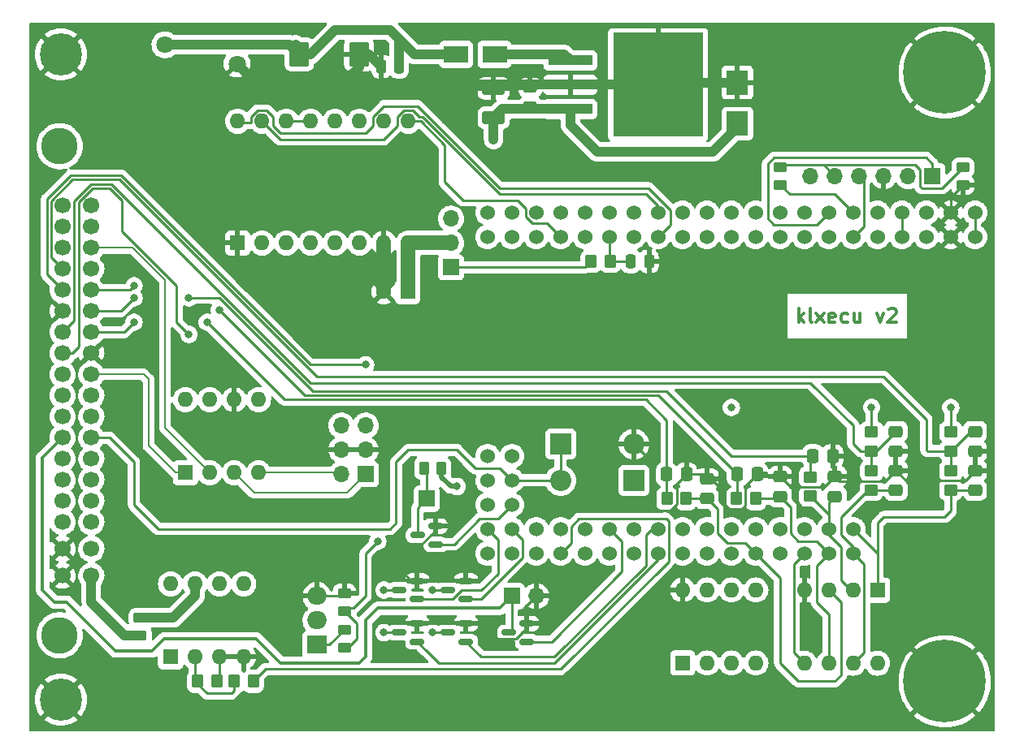
<source format=gtl>
G04 #@! TF.GenerationSoftware,KiCad,Pcbnew,(6.0.1)*
G04 #@! TF.CreationDate,2022-02-05T13:28:53-05:00*
G04 #@! TF.ProjectId,klxecu,6b6c7865-6375-42e6-9b69-6361645f7063,rev?*
G04 #@! TF.SameCoordinates,Original*
G04 #@! TF.FileFunction,Copper,L1,Top*
G04 #@! TF.FilePolarity,Positive*
%FSLAX46Y46*%
G04 Gerber Fmt 4.6, Leading zero omitted, Abs format (unit mm)*
G04 Created by KiCad (PCBNEW (6.0.1)) date 2022-02-05 13:28:53*
%MOMM*%
%LPD*%
G01*
G04 APERTURE LIST*
G04 Aperture macros list*
%AMRoundRect*
0 Rectangle with rounded corners*
0 $1 Rounding radius*
0 $2 $3 $4 $5 $6 $7 $8 $9 X,Y pos of 4 corners*
0 Add a 4 corners polygon primitive as box body*
4,1,4,$2,$3,$4,$5,$6,$7,$8,$9,$2,$3,0*
0 Add four circle primitives for the rounded corners*
1,1,$1+$1,$2,$3*
1,1,$1+$1,$4,$5*
1,1,$1+$1,$6,$7*
1,1,$1+$1,$8,$9*
0 Add four rect primitives between the rounded corners*
20,1,$1+$1,$2,$3,$4,$5,0*
20,1,$1+$1,$4,$5,$6,$7,0*
20,1,$1+$1,$6,$7,$8,$9,0*
20,1,$1+$1,$8,$9,$2,$3,0*%
G04 Aperture macros list end*
%ADD10C,0.300000*%
G04 #@! TA.AperFunction,NonConductor*
%ADD11C,0.300000*%
G04 #@! TD*
G04 #@! TA.AperFunction,ComponentPad*
%ADD12R,1.700000X1.700000*%
G04 #@! TD*
G04 #@! TA.AperFunction,ComponentPad*
%ADD13O,1.700000X1.700000*%
G04 #@! TD*
G04 #@! TA.AperFunction,SMDPad,CuDef*
%ADD14RoundRect,0.150000X0.587500X0.150000X-0.587500X0.150000X-0.587500X-0.150000X0.587500X-0.150000X0*%
G04 #@! TD*
G04 #@! TA.AperFunction,SMDPad,CuDef*
%ADD15RoundRect,0.250000X-0.350000X-0.450000X0.350000X-0.450000X0.350000X0.450000X-0.350000X0.450000X0*%
G04 #@! TD*
G04 #@! TA.AperFunction,SMDPad,CuDef*
%ADD16RoundRect,0.250000X0.475000X-0.337500X0.475000X0.337500X-0.475000X0.337500X-0.475000X-0.337500X0*%
G04 #@! TD*
G04 #@! TA.AperFunction,SMDPad,CuDef*
%ADD17RoundRect,0.250000X-0.337500X-0.475000X0.337500X-0.475000X0.337500X0.475000X-0.337500X0.475000X0*%
G04 #@! TD*
G04 #@! TA.AperFunction,SMDPad,CuDef*
%ADD18RoundRect,0.250000X0.450000X-0.262500X0.450000X0.262500X-0.450000X0.262500X-0.450000X-0.262500X0*%
G04 #@! TD*
G04 #@! TA.AperFunction,SMDPad,CuDef*
%ADD19RoundRect,0.250000X-0.262500X-0.450000X0.262500X-0.450000X0.262500X0.450000X-0.262500X0.450000X0*%
G04 #@! TD*
G04 #@! TA.AperFunction,ComponentPad*
%ADD20C,1.800000*%
G04 #@! TD*
G04 #@! TA.AperFunction,SMDPad,CuDef*
%ADD21RoundRect,0.250000X-0.450000X0.350000X-0.450000X-0.350000X0.450000X-0.350000X0.450000X0.350000X0*%
G04 #@! TD*
G04 #@! TA.AperFunction,ComponentPad*
%ADD22R,1.600000X1.600000*%
G04 #@! TD*
G04 #@! TA.AperFunction,ComponentPad*
%ADD23O,1.600000X1.600000*%
G04 #@! TD*
G04 #@! TA.AperFunction,ComponentPad*
%ADD24C,1.524000*%
G04 #@! TD*
G04 #@! TA.AperFunction,SMDPad,CuDef*
%ADD25RoundRect,0.250000X0.250000X0.475000X-0.250000X0.475000X-0.250000X-0.475000X0.250000X-0.475000X0*%
G04 #@! TD*
G04 #@! TA.AperFunction,ComponentPad*
%ADD26R,2.000000X1.905000*%
G04 #@! TD*
G04 #@! TA.AperFunction,ComponentPad*
%ADD27O,2.000000X1.905000*%
G04 #@! TD*
G04 #@! TA.AperFunction,SMDPad,CuDef*
%ADD28R,2.300000X2.500000*%
G04 #@! TD*
G04 #@! TA.AperFunction,ComponentPad*
%ADD29C,8.600000*%
G04 #@! TD*
G04 #@! TA.AperFunction,SMDPad,CuDef*
%ADD30R,2.500000X1.800000*%
G04 #@! TD*
G04 #@! TA.AperFunction,ComponentPad*
%ADD31R,2.200000X2.200000*%
G04 #@! TD*
G04 #@! TA.AperFunction,ComponentPad*
%ADD32O,2.200000X2.200000*%
G04 #@! TD*
G04 #@! TA.AperFunction,SMDPad,CuDef*
%ADD33RoundRect,0.250000X-0.787500X-1.025000X0.787500X-1.025000X0.787500X1.025000X-0.787500X1.025000X0*%
G04 #@! TD*
G04 #@! TA.AperFunction,SMDPad,CuDef*
%ADD34RoundRect,0.250000X-0.250000X-0.475000X0.250000X-0.475000X0.250000X0.475000X-0.250000X0.475000X0*%
G04 #@! TD*
G04 #@! TA.AperFunction,SMDPad,CuDef*
%ADD35RoundRect,0.250000X0.475000X-0.250000X0.475000X0.250000X-0.475000X0.250000X-0.475000X-0.250000X0*%
G04 #@! TD*
G04 #@! TA.AperFunction,SMDPad,CuDef*
%ADD36R,4.600000X1.100000*%
G04 #@! TD*
G04 #@! TA.AperFunction,SMDPad,CuDef*
%ADD37R,9.400000X10.800000*%
G04 #@! TD*
G04 #@! TA.AperFunction,ComponentPad*
%ADD38C,1.600000*%
G04 #@! TD*
G04 #@! TA.AperFunction,WasherPad*
%ADD39C,3.800000*%
G04 #@! TD*
G04 #@! TA.AperFunction,ComponentPad*
%ADD40C,1.700000*%
G04 #@! TD*
G04 #@! TA.AperFunction,SMDPad,CuDef*
%ADD41RoundRect,0.250000X0.350000X0.450000X-0.350000X0.450000X-0.350000X-0.450000X0.350000X-0.450000X0*%
G04 #@! TD*
G04 #@! TA.AperFunction,SMDPad,CuDef*
%ADD42RoundRect,0.250000X0.925000X-0.412500X0.925000X0.412500X-0.925000X0.412500X-0.925000X-0.412500X0*%
G04 #@! TD*
G04 #@! TA.AperFunction,ComponentPad*
%ADD43C,4.400000*%
G04 #@! TD*
G04 #@! TA.AperFunction,SMDPad,CuDef*
%ADD44RoundRect,0.250000X-0.450000X0.262500X-0.450000X-0.262500X0.450000X-0.262500X0.450000X0.262500X0*%
G04 #@! TD*
G04 #@! TA.AperFunction,SMDPad,CuDef*
%ADD45RoundRect,0.250000X-0.475000X0.337500X-0.475000X-0.337500X0.475000X-0.337500X0.475000X0.337500X0*%
G04 #@! TD*
G04 #@! TA.AperFunction,ViaPad*
%ADD46C,0.800000*%
G04 #@! TD*
G04 #@! TA.AperFunction,Conductor*
%ADD47C,0.250000*%
G04 #@! TD*
G04 #@! TA.AperFunction,Conductor*
%ADD48C,0.500000*%
G04 #@! TD*
G04 #@! TA.AperFunction,Conductor*
%ADD49C,0.200000*%
G04 #@! TD*
G04 #@! TA.AperFunction,Conductor*
%ADD50C,0.375000*%
G04 #@! TD*
G04 #@! TA.AperFunction,Conductor*
%ADD51C,1.500000*%
G04 #@! TD*
G04 #@! TA.AperFunction,Conductor*
%ADD52C,1.000000*%
G04 #@! TD*
G04 APERTURE END LIST*
D10*
D11*
X106688571Y-71798571D02*
X106688571Y-70298571D01*
X106831428Y-71227142D02*
X107260000Y-71798571D01*
X107260000Y-70798571D02*
X106688571Y-71370000D01*
X108117142Y-71798571D02*
X107974285Y-71727142D01*
X107902857Y-71584285D01*
X107902857Y-70298571D01*
X108545714Y-71798571D02*
X109331428Y-70798571D01*
X108545714Y-70798571D02*
X109331428Y-71798571D01*
X110474285Y-71727142D02*
X110331428Y-71798571D01*
X110045714Y-71798571D01*
X109902857Y-71727142D01*
X109831428Y-71584285D01*
X109831428Y-71012857D01*
X109902857Y-70870000D01*
X110045714Y-70798571D01*
X110331428Y-70798571D01*
X110474285Y-70870000D01*
X110545714Y-71012857D01*
X110545714Y-71155714D01*
X109831428Y-71298571D01*
X111831428Y-71727142D02*
X111688571Y-71798571D01*
X111402857Y-71798571D01*
X111260000Y-71727142D01*
X111188571Y-71655714D01*
X111117142Y-71512857D01*
X111117142Y-71084285D01*
X111188571Y-70941428D01*
X111260000Y-70870000D01*
X111402857Y-70798571D01*
X111688571Y-70798571D01*
X111831428Y-70870000D01*
X113117142Y-70798571D02*
X113117142Y-71798571D01*
X112474285Y-70798571D02*
X112474285Y-71584285D01*
X112545714Y-71727142D01*
X112688571Y-71798571D01*
X112902857Y-71798571D01*
X113045714Y-71727142D01*
X113117142Y-71655714D01*
X114831428Y-70798571D02*
X115188571Y-71798571D01*
X115545714Y-70798571D01*
X116045714Y-70441428D02*
X116117142Y-70370000D01*
X116260000Y-70298571D01*
X116617142Y-70298571D01*
X116760000Y-70370000D01*
X116831428Y-70441428D01*
X116902857Y-70584285D01*
X116902857Y-70727142D01*
X116831428Y-70941428D01*
X115974285Y-71798571D01*
X116902857Y-71798571D01*
D12*
X61600000Y-87615000D03*
D13*
X59060000Y-87615000D03*
X61600000Y-85075000D03*
X59060000Y-85075000D03*
X61600000Y-82535000D03*
X59060000Y-82535000D03*
D12*
X76835000Y-100330000D03*
D13*
X79375000Y-100330000D03*
D14*
X78407500Y-105090000D03*
X78407500Y-103190000D03*
X76532500Y-104140000D03*
D15*
X92980000Y-90170000D03*
X94980000Y-90170000D03*
D16*
X97155000Y-90170000D03*
X97155000Y-88095000D03*
D17*
X95017500Y-87630000D03*
X92942500Y-87630000D03*
D18*
X38100000Y-104417500D03*
X38100000Y-102592500D03*
D19*
X67667500Y-86995000D03*
X69492500Y-86995000D03*
D20*
X40700000Y-42815000D03*
X48200000Y-44815000D03*
D21*
X122555000Y-87265000D03*
X122555000Y-89265000D03*
D14*
X72057500Y-100645000D03*
X72057500Y-98745000D03*
X70182500Y-99695000D03*
D22*
X94625000Y-107305000D03*
D23*
X97165000Y-107305000D03*
X99705000Y-107305000D03*
X102245000Y-107305000D03*
X102245000Y-99685000D03*
X99705000Y-99685000D03*
X97165000Y-99685000D03*
X94625000Y-99685000D03*
D24*
X117475000Y-62865000D03*
X117475000Y-60325000D03*
X120015000Y-60325000D03*
X120015000Y-62865000D03*
X112395000Y-95885000D03*
X112395000Y-93345000D03*
X109855000Y-95885000D03*
X109855000Y-93345000D03*
X107315000Y-95885000D03*
X107315000Y-93345000D03*
X104775000Y-95885000D03*
X104775000Y-93345000D03*
X102235000Y-95885000D03*
X102235000Y-93345000D03*
X99695000Y-95885000D03*
X99695000Y-93345000D03*
X97155000Y-95885000D03*
X97155000Y-93345000D03*
X94615000Y-95885000D03*
X94615000Y-93345000D03*
X114935000Y-62865000D03*
X109855000Y-62865000D03*
X109855000Y-60325000D03*
X107315000Y-62865000D03*
X107315000Y-60325000D03*
X104775000Y-62865000D03*
X104775000Y-60325000D03*
X102235000Y-62865000D03*
X102235000Y-60325000D03*
X99695000Y-62865000D03*
X99695000Y-60325000D03*
X97155000Y-62865000D03*
X97155000Y-60325000D03*
X94615000Y-62865000D03*
X94615000Y-60325000D03*
X92075000Y-62865000D03*
X92075000Y-60325000D03*
X89535000Y-62865000D03*
X89535000Y-60325000D03*
X86995000Y-62865000D03*
X86995000Y-60325000D03*
X84455000Y-62865000D03*
X84455000Y-60325000D03*
X81915000Y-62865000D03*
X81915000Y-60325000D03*
X79375000Y-62865000D03*
X79375000Y-60325000D03*
X76835000Y-62865000D03*
X76835000Y-60325000D03*
X74295000Y-62865000D03*
X74295000Y-60325000D03*
X92075000Y-95885000D03*
X92075000Y-93345000D03*
X89535000Y-95885000D03*
X89535000Y-93345000D03*
X86995000Y-95885000D03*
X86995000Y-93345000D03*
X84455000Y-95885000D03*
X84455000Y-93345000D03*
X81915000Y-95885000D03*
X81915000Y-93345000D03*
X79375000Y-95885000D03*
X79375000Y-93345000D03*
X76835000Y-95885000D03*
X76835000Y-93345000D03*
X74295000Y-95885000D03*
X74295000Y-93345000D03*
X74295000Y-90805000D03*
X76835000Y-90805000D03*
X74295000Y-88265000D03*
X76835000Y-88265000D03*
X74295000Y-85725000D03*
X76835000Y-85725000D03*
X122555000Y-60325000D03*
X122555000Y-62865000D03*
X114935000Y-60325000D03*
X112395000Y-62865000D03*
X112395000Y-60325000D03*
X125095000Y-62865000D03*
X125095000Y-60325000D03*
D25*
X65085000Y-45085000D03*
X63185000Y-45085000D03*
D22*
X114925000Y-99705000D03*
D23*
X112385000Y-99705000D03*
X109845000Y-99705000D03*
X107305000Y-99705000D03*
X107305000Y-107325000D03*
X109845000Y-107325000D03*
X112385000Y-107325000D03*
X114925000Y-107325000D03*
D12*
X120650000Y-56515000D03*
D13*
X118110000Y-56515000D03*
X115570000Y-56515000D03*
X113030000Y-56515000D03*
X110490000Y-56515000D03*
X107950000Y-56515000D03*
D26*
X56515000Y-105410000D03*
D27*
X56515000Y-102870000D03*
X56515000Y-100330000D03*
D16*
X110490000Y-89937500D03*
X110490000Y-87862500D03*
D28*
X100330000Y-51045000D03*
X100330000Y-46745000D03*
D12*
X70485000Y-66025000D03*
D13*
X70485000Y-63485000D03*
X70485000Y-60945000D03*
D15*
X100235000Y-90170000D03*
X102235000Y-90170000D03*
D29*
X121920000Y-109220000D03*
D14*
X66977500Y-100645000D03*
X66977500Y-98745000D03*
X65102500Y-99695000D03*
D22*
X42825000Y-87459511D03*
D23*
X45365000Y-87459511D03*
X47905000Y-87459511D03*
X50445000Y-87459511D03*
X50445000Y-79839511D03*
X47905000Y-79839511D03*
X45365000Y-79839511D03*
X42825000Y-79839511D03*
D14*
X66977500Y-105090000D03*
X66977500Y-103190000D03*
X65102500Y-104140000D03*
D17*
X100330000Y-87630000D03*
X102405000Y-87630000D03*
D30*
X75025000Y-43815000D03*
X71025000Y-43815000D03*
D31*
X89535000Y-88265000D03*
D32*
X81915000Y-88265000D03*
D21*
X107950000Y-87900000D03*
X107950000Y-89900000D03*
D33*
X54672500Y-43815000D03*
X60897500Y-43815000D03*
D15*
X44085000Y-109220000D03*
X46085000Y-109220000D03*
D34*
X89220000Y-65405000D03*
X91120000Y-65405000D03*
D21*
X114300000Y-83185000D03*
X114300000Y-85185000D03*
D35*
X78740000Y-49210000D03*
X78740000Y-47310000D03*
D21*
X122555000Y-83185000D03*
X122555000Y-85185000D03*
D16*
X125095000Y-89302500D03*
X125095000Y-87227500D03*
D14*
X72057500Y-105090000D03*
X72057500Y-103190000D03*
X70182500Y-104140000D03*
X68882500Y-94930000D03*
X68882500Y-93030000D03*
X67007500Y-93980000D03*
D36*
X82925000Y-44450000D03*
D37*
X92075000Y-46990000D03*
D36*
X82925000Y-46990000D03*
X82925000Y-49530000D03*
D31*
X81915000Y-84455000D03*
D32*
X89535000Y-84455000D03*
D22*
X65975112Y-68580000D03*
D38*
X63475112Y-68580000D03*
D16*
X116840000Y-89302500D03*
X116840000Y-87227500D03*
X104775000Y-89937500D03*
X104775000Y-87862500D03*
D18*
X104775000Y-57427500D03*
X104775000Y-55602500D03*
D21*
X114300000Y-87265000D03*
X114300000Y-89265000D03*
D39*
X29720000Y-104400000D03*
X29720000Y-53400000D03*
D40*
X33020000Y-59600000D03*
X33020000Y-61800000D03*
X33020000Y-64000000D03*
X33020000Y-66200000D03*
X33020000Y-68400000D03*
X33020000Y-70600000D03*
X33020000Y-72800000D03*
X33020000Y-75000000D03*
X33020000Y-77200000D03*
X33020000Y-79400000D03*
X33020000Y-81600000D03*
X33020000Y-83800000D03*
X33020000Y-86000000D03*
X33020000Y-88200000D03*
X33020000Y-90400000D03*
X33020000Y-92600000D03*
X33020000Y-95400000D03*
X33020000Y-98200000D03*
X30020000Y-59600000D03*
X30020000Y-61800000D03*
X30020000Y-64000000D03*
X30020000Y-66200000D03*
X30020000Y-68400000D03*
X30020000Y-70600000D03*
X30020000Y-72800000D03*
X30020000Y-75000000D03*
X30020000Y-77200000D03*
X30020000Y-79400000D03*
X30020000Y-81600000D03*
X30020000Y-83800000D03*
X30020000Y-86000000D03*
X30020000Y-88200000D03*
X30020000Y-90400000D03*
X30020000Y-92600000D03*
X30020000Y-95400000D03*
X30020000Y-98200000D03*
D41*
X49895000Y-109220000D03*
X47895000Y-109220000D03*
D15*
X85090000Y-65405000D03*
X87090000Y-65405000D03*
D18*
X59380000Y-105687500D03*
X59380000Y-103862500D03*
D22*
X48260000Y-63490000D03*
D23*
X50800000Y-63490000D03*
X53340000Y-63490000D03*
X55880000Y-63490000D03*
X58420000Y-63490000D03*
X60960000Y-63490000D03*
X63500000Y-63490000D03*
X66040000Y-63490000D03*
X66040000Y-50790000D03*
X63500000Y-50790000D03*
X60960000Y-50790000D03*
X58420000Y-50790000D03*
X55880000Y-50790000D03*
X53340000Y-50790000D03*
X50800000Y-50790000D03*
X48260000Y-50790000D03*
D18*
X59380000Y-101877500D03*
X59380000Y-100052500D03*
D42*
X74930000Y-50432500D03*
X74930000Y-47357500D03*
D22*
X41275000Y-106680000D03*
D23*
X43815000Y-106680000D03*
X46355000Y-106680000D03*
X48895000Y-106680000D03*
X48895000Y-99060000D03*
X46355000Y-99060000D03*
X43815000Y-99060000D03*
X41275000Y-99060000D03*
D29*
X121920000Y-45720000D03*
D12*
X67945000Y-90170000D03*
D43*
X29845000Y-111125000D03*
D44*
X123825000Y-55602500D03*
X123825000Y-57427500D03*
D45*
X116840000Y-83147500D03*
X116840000Y-85222500D03*
D43*
X29845000Y-43815000D03*
D17*
X108182500Y-85725000D03*
X110257500Y-85725000D03*
D45*
X125095000Y-83147500D03*
X125095000Y-85222500D03*
D46*
X71120000Y-88900000D03*
X64135000Y-96520000D03*
X45085000Y-71755000D03*
X37465000Y-71755000D03*
X88900000Y-45085000D03*
X95250000Y-43180000D03*
X92710000Y-43180000D03*
X90805000Y-48895000D03*
X90805000Y-45085000D03*
X92710000Y-45085000D03*
X95250000Y-45085000D03*
X92710000Y-50800000D03*
X90805000Y-50800000D03*
X88900000Y-43180000D03*
X90805000Y-46990000D03*
X95250000Y-46990000D03*
X95250000Y-48895000D03*
X92710000Y-48895000D03*
X88900000Y-50800000D03*
X90805000Y-43180000D03*
X88900000Y-48895000D03*
X95250000Y-50800000D03*
X88900000Y-46990000D03*
X122555000Y-80645000D03*
X114300000Y-80645000D03*
X74930000Y-52705000D03*
X99695000Y-80645000D03*
X46355000Y-70485000D03*
X37465000Y-67945000D03*
X43180000Y-69215000D03*
X37465000Y-69215000D03*
X43180000Y-73025000D03*
X63500000Y-104140000D03*
X68580000Y-99695000D03*
X63500000Y-99695000D03*
X68580000Y-104140000D03*
X62865000Y-94615000D03*
X61595000Y-76200000D03*
D47*
X90805000Y-93980000D02*
X91440000Y-93345000D01*
X81279282Y-106680000D02*
X90805000Y-97154282D01*
X73647500Y-106680000D02*
X81279282Y-106680000D01*
X91440000Y-93345000D02*
X92075000Y-93345000D01*
X72057500Y-105090000D02*
X73647500Y-106680000D01*
X90805000Y-97154282D02*
X90805000Y-93980000D01*
X75565000Y-86995000D02*
X76835000Y-88265000D01*
X73025000Y-86995000D02*
X75565000Y-86995000D01*
X66040000Y-85090000D02*
X71120000Y-85090000D01*
X71120000Y-85090000D02*
X73025000Y-86995000D01*
X64770000Y-92710000D02*
X64770000Y-86360000D01*
X64770000Y-86360000D02*
X66040000Y-85090000D01*
X40005000Y-93345000D02*
X64135000Y-93345000D01*
X37465000Y-90805000D02*
X40005000Y-93345000D01*
X37465000Y-86360000D02*
X37465000Y-90805000D01*
X64135000Y-93345000D02*
X64770000Y-92710000D01*
X34905000Y-83800000D02*
X37465000Y-86360000D01*
X33020000Y-83800000D02*
X34905000Y-83800000D01*
D48*
X71120000Y-88900000D02*
X70485000Y-88900000D01*
X70485000Y-88900000D02*
X69492500Y-87907500D01*
X69492500Y-87907500D02*
X69492500Y-86995000D01*
D49*
X59680000Y-89535000D02*
X61600000Y-87615000D01*
X49980489Y-89535000D02*
X59680000Y-89535000D01*
X47905000Y-87459511D02*
X49980489Y-89535000D01*
X58904511Y-87459511D02*
X59060000Y-87615000D01*
X50445000Y-87459511D02*
X58904511Y-87459511D01*
D47*
X59657500Y-101600000D02*
X59380000Y-101877500D01*
X61595000Y-95885000D02*
X61595000Y-100330000D01*
X62865000Y-94615000D02*
X61595000Y-95885000D01*
X60325000Y-101600000D02*
X59657500Y-101600000D01*
X61595000Y-100330000D02*
X60325000Y-101600000D01*
X78407500Y-101297500D02*
X79375000Y-100330000D01*
X78407500Y-103190000D02*
X78407500Y-101297500D01*
X65876072Y-96520000D02*
X64135000Y-96520000D01*
X68882500Y-93030000D02*
X68882500Y-93513572D01*
X68882500Y-93513572D02*
X65876072Y-96520000D01*
X66360000Y-98745000D02*
X64135000Y-96520000D01*
X66977500Y-98745000D02*
X66360000Y-98745000D01*
X66977500Y-98745000D02*
X72057500Y-98745000D01*
X78407500Y-103673572D02*
X78407500Y-103190000D01*
X77306072Y-104775000D02*
X78407500Y-103673572D01*
X74930000Y-104775000D02*
X77306072Y-104775000D01*
X73345000Y-103190000D02*
X74930000Y-104775000D01*
X72057500Y-103190000D02*
X73345000Y-103190000D01*
X66977500Y-103190000D02*
X72057500Y-103190000D01*
D50*
X75565000Y-101600000D02*
X76835000Y-100330000D01*
X62865000Y-101600000D02*
X75565000Y-101600000D01*
X61595000Y-102870000D02*
X62865000Y-101600000D01*
X61595000Y-106680000D02*
X61595000Y-102870000D01*
X60960000Y-107315000D02*
X61595000Y-106680000D01*
X50165000Y-104775000D02*
X52705000Y-107315000D01*
X39370000Y-106045000D02*
X40640000Y-104775000D01*
X35560000Y-106045000D02*
X39370000Y-106045000D01*
X27940000Y-99695000D02*
X29210000Y-100965000D01*
X29210000Y-100965000D02*
X30480000Y-100965000D01*
X40640000Y-104775000D02*
X50165000Y-104775000D01*
X27940000Y-85880000D02*
X27940000Y-99695000D01*
X30020000Y-83800000D02*
X27940000Y-85880000D01*
X52705000Y-107315000D02*
X60960000Y-107315000D01*
X30480000Y-100965000D02*
X35560000Y-106045000D01*
D47*
X76835000Y-103837500D02*
X76835000Y-100330000D01*
X76532500Y-104140000D02*
X76835000Y-103837500D01*
X88265000Y-94615000D02*
X88265000Y-97790000D01*
X88265000Y-97790000D02*
X80965000Y-105090000D01*
X80965000Y-105090000D02*
X78407500Y-105090000D01*
X86995000Y-93345000D02*
X88265000Y-94615000D01*
X92075000Y-96520000D02*
X92075000Y-95885000D01*
X81280000Y-107315000D02*
X92075000Y-96520000D01*
X67945000Y-106045000D02*
X69215000Y-107315000D01*
X67932500Y-106045000D02*
X67945000Y-106045000D01*
X66977500Y-105090000D02*
X67932500Y-106045000D01*
X69215000Y-107315000D02*
X81280000Y-107315000D01*
X94055480Y-88592020D02*
X95017500Y-87630000D01*
X92075000Y-91440000D02*
X93345000Y-91440000D01*
X91440000Y-90805000D02*
X92075000Y-91440000D01*
X91440000Y-86360000D02*
X91440000Y-90805000D01*
X94055480Y-90729520D02*
X94055480Y-88592020D01*
X89535000Y-84455000D02*
X91440000Y-86360000D01*
X93345000Y-91440000D02*
X94055480Y-90729520D01*
X92942500Y-90132500D02*
X92980000Y-90170000D01*
X92942500Y-87630000D02*
X92942500Y-90132500D01*
X90805000Y-79824520D02*
X92942500Y-81962020D01*
X92942500Y-81962020D02*
X92942500Y-87630000D01*
X82364520Y-79824520D02*
X90805000Y-79824520D01*
X101159520Y-88875480D02*
X102405000Y-87630000D01*
X101159520Y-90857973D02*
X101159520Y-88875480D01*
X100822973Y-91194520D02*
X101159520Y-90857973D01*
X99449520Y-91194520D02*
X100822973Y-91194520D01*
X99060000Y-90805000D02*
X99449520Y-91194520D01*
X99060000Y-89535000D02*
X99060000Y-90805000D01*
X97620000Y-88095000D02*
X99060000Y-89535000D01*
X97155000Y-88095000D02*
X97620000Y-88095000D01*
X95017500Y-87630000D02*
X96690000Y-87630000D01*
X96690000Y-87630000D02*
X97155000Y-88095000D01*
X94980000Y-90170000D02*
X97155000Y-90170000D01*
X98241511Y-91256511D02*
X97155000Y-90170000D01*
X99244951Y-94798489D02*
X98241511Y-93795049D01*
X101148489Y-94798489D02*
X99244951Y-94798489D01*
X102235000Y-95885000D02*
X101148489Y-94798489D01*
X98241511Y-93795049D02*
X98241511Y-91256511D01*
X45085000Y-71755000D02*
X53154520Y-79824520D01*
X53154520Y-79824520D02*
X82364520Y-79824520D01*
X36420000Y-72800000D02*
X37465000Y-71755000D01*
X33020000Y-72800000D02*
X36420000Y-72800000D01*
X111125000Y-100985000D02*
X109845000Y-99705000D01*
X111125000Y-108585000D02*
X111125000Y-100985000D01*
X110490000Y-109220000D02*
X111125000Y-108585000D01*
X106680000Y-109220000D02*
X110490000Y-109220000D01*
X104775000Y-107315000D02*
X106680000Y-109220000D01*
X104775000Y-98425000D02*
X104775000Y-107315000D01*
X102235000Y-95885000D02*
X104775000Y-98425000D01*
X109377020Y-88975480D02*
X110490000Y-87862500D01*
X105887980Y-88975480D02*
X109377020Y-88975480D01*
D51*
X63500000Y-68555112D02*
X63475112Y-68580000D01*
D47*
X110967980Y-88340480D02*
X110490000Y-87862500D01*
X125095000Y-85222500D02*
X125095000Y-87227500D01*
X110257500Y-85725000D02*
X110257500Y-87630000D01*
X116840000Y-87227500D02*
X116840000Y-85222500D01*
X116840000Y-87227500D02*
X117877500Y-88265000D01*
D52*
X59690000Y-46355000D02*
X49740000Y-46355000D01*
X100330000Y-46745000D02*
X92320000Y-46745000D01*
D47*
X46085000Y-109220000D02*
X46355000Y-108950000D01*
D51*
X63500000Y-63490000D02*
X63500000Y-68555112D01*
D47*
X122555000Y-58697500D02*
X122555000Y-60325000D01*
X115727020Y-88340480D02*
X110967980Y-88340480D01*
X104775000Y-87862500D02*
X102637500Y-87862500D01*
X123825000Y-57427500D02*
X122555000Y-58697500D01*
D52*
X60325000Y-46990000D02*
X59690000Y-46355000D01*
X82925000Y-46990000D02*
X60325000Y-46990000D01*
D47*
X46355000Y-108950000D02*
X46355000Y-106680000D01*
D52*
X61915000Y-43815000D02*
X63185000Y-45085000D01*
X88900000Y-46990000D02*
X90805000Y-46990000D01*
D47*
X117877500Y-88265000D02*
X124057500Y-88265000D01*
D52*
X92320000Y-46745000D02*
X92075000Y-46990000D01*
D47*
X110257500Y-87630000D02*
X110490000Y-87862500D01*
D52*
X49740000Y-46355000D02*
X48200000Y-44815000D01*
X82925000Y-46990000D02*
X88900000Y-46990000D01*
D47*
X104775000Y-87862500D02*
X105887980Y-88975480D01*
X124057500Y-88265000D02*
X125095000Y-87227500D01*
D52*
X60897500Y-45147500D02*
X60897500Y-43815000D01*
D47*
X102637500Y-87862500D02*
X102405000Y-87630000D01*
X59380000Y-100052500D02*
X59102500Y-100330000D01*
X116840000Y-87227500D02*
X115727020Y-88340480D01*
D52*
X90805000Y-46990000D02*
X92075000Y-46990000D01*
X59690000Y-46355000D02*
X60897500Y-45147500D01*
X60897500Y-43815000D02*
X61915000Y-43815000D01*
D47*
X59102500Y-100330000D02*
X56515000Y-100330000D01*
D52*
X75832500Y-49530000D02*
X74930000Y-50432500D01*
D47*
X84470000Y-66025000D02*
X85090000Y-65405000D01*
D52*
X74930000Y-50432500D02*
X74930000Y-52705000D01*
X82925000Y-49530000D02*
X82925000Y-51175000D01*
X80010000Y-49530000D02*
X75832500Y-49530000D01*
D47*
X122555000Y-83185000D02*
X122555000Y-80645000D01*
D52*
X82925000Y-51175000D02*
X85725000Y-53975000D01*
D47*
X114300000Y-83185000D02*
X114300000Y-80645000D01*
X70485000Y-66025000D02*
X84470000Y-66025000D01*
D52*
X100330000Y-51435000D02*
X100330000Y-51045000D01*
X79060000Y-49530000D02*
X78740000Y-49210000D01*
X97790000Y-53975000D02*
X100330000Y-51435000D01*
X85725000Y-53975000D02*
X97790000Y-53975000D01*
X82925000Y-49530000D02*
X80010000Y-49530000D01*
X80010000Y-49530000D02*
X79060000Y-49530000D01*
D51*
X66045000Y-63485000D02*
X66040000Y-63490000D01*
X66040000Y-68515112D02*
X65975112Y-68580000D01*
X66040000Y-63490000D02*
X66040000Y-68515112D01*
X70485000Y-63485000D02*
X66045000Y-63485000D01*
D47*
X53340000Y-50790000D02*
X55880000Y-50790000D01*
D52*
X55880000Y-43815000D02*
X58420000Y-41275000D01*
X65085000Y-42225000D02*
X64135000Y-41275000D01*
X64135000Y-41275000D02*
X66675000Y-43815000D01*
X54307500Y-42815000D02*
X54672500Y-43180000D01*
X66675000Y-43815000D02*
X71025000Y-43815000D01*
X53672500Y-42815000D02*
X54672500Y-43815000D01*
X65085000Y-45085000D02*
X65085000Y-42225000D01*
X58420000Y-41275000D02*
X64135000Y-41275000D01*
X54672500Y-43815000D02*
X55880000Y-43815000D01*
X40700000Y-42815000D02*
X53672500Y-42815000D01*
D47*
X113125000Y-85185000D02*
X114300000Y-85185000D01*
X114300000Y-85185000D02*
X114802500Y-85185000D01*
X30020000Y-72800000D02*
X31194511Y-71625489D01*
X31194511Y-59128762D02*
X32987793Y-57335480D01*
X112395000Y-82550000D02*
X112395000Y-84455000D01*
X35111198Y-57335480D02*
X55880718Y-78105000D01*
X112395000Y-84455000D02*
X113125000Y-85185000D01*
X114300000Y-85185000D02*
X114300000Y-87265000D01*
X107950000Y-78105000D02*
X112395000Y-82550000D01*
X114802500Y-85185000D02*
X116840000Y-83147500D01*
X32987793Y-57335480D02*
X35111198Y-57335480D01*
X55880718Y-78105000D02*
X107950000Y-78105000D01*
X31194511Y-71625489D02*
X31194511Y-59128762D01*
X37010000Y-68400000D02*
X37465000Y-67945000D01*
X100235000Y-90170000D02*
X100330000Y-90075000D01*
X92075000Y-79375000D02*
X89535000Y-79375000D01*
X100330000Y-90075000D02*
X100330000Y-87630000D01*
X46355000Y-70485000D02*
X55245000Y-79375000D01*
X33020000Y-68400000D02*
X37010000Y-68400000D01*
X100330000Y-87630000D02*
X92075000Y-79375000D01*
X55245000Y-79375000D02*
X89535000Y-79375000D01*
X112385000Y-107325000D02*
X113509511Y-106200489D01*
X111125000Y-92075000D02*
X113935000Y-89265000D01*
X116802500Y-89265000D02*
X116840000Y-89302500D01*
X111125000Y-93980000D02*
X111125000Y-92075000D01*
X113509511Y-106200489D02*
X113509511Y-96999511D01*
X112395000Y-95250000D02*
X111125000Y-93980000D01*
X113935000Y-89265000D02*
X114300000Y-89265000D01*
X114300000Y-89265000D02*
X116802500Y-89265000D01*
X113509511Y-96999511D02*
X112395000Y-95885000D01*
X112395000Y-95885000D02*
X112395000Y-95250000D01*
X105861511Y-91024011D02*
X104775000Y-89937500D01*
X108585000Y-100965000D02*
X108585000Y-97155000D01*
X109845000Y-102225000D02*
X108585000Y-100965000D01*
X102235000Y-90170000D02*
X104542500Y-90170000D01*
X106681462Y-94615000D02*
X105861511Y-93795049D01*
X109845000Y-107325000D02*
X109845000Y-102225000D01*
X105861511Y-93795049D02*
X105861511Y-91024011D01*
X108585000Y-94615000D02*
X106681462Y-94615000D01*
X104542500Y-90170000D02*
X104775000Y-89937500D01*
X108585000Y-97155000D02*
X109855000Y-95885000D01*
X109855000Y-95885000D02*
X108585000Y-94615000D01*
X106180489Y-106200489D02*
X106180489Y-97019511D01*
X107305000Y-107325000D02*
X106180489Y-106200489D01*
X106180489Y-97019511D02*
X107315000Y-95885000D01*
X46355000Y-69215000D02*
X56065480Y-78925480D01*
X107950000Y-85957500D02*
X108182500Y-85725000D01*
X56065480Y-78925480D02*
X92895480Y-78925480D01*
X43180000Y-69215000D02*
X46355000Y-69215000D01*
X33020000Y-70600000D02*
X36080000Y-70600000D01*
X36080000Y-70600000D02*
X37465000Y-69215000D01*
X99695000Y-85725000D02*
X108182500Y-85725000D01*
X92895480Y-78925480D02*
X99695000Y-85725000D01*
X107950000Y-87900000D02*
X107950000Y-85957500D01*
X120015000Y-85090000D02*
X120110000Y-85185000D01*
X35930960Y-56885960D02*
X56515000Y-77470000D01*
X31073030Y-56885960D02*
X35930960Y-56885960D01*
X28845489Y-59113501D02*
X31073030Y-56885960D01*
X56515000Y-77470000D02*
X115570000Y-77470000D01*
X122555000Y-85185000D02*
X124592500Y-83147500D01*
X115570000Y-77470000D02*
X120015000Y-81915000D01*
X120110000Y-85185000D02*
X122555000Y-85185000D01*
X30020000Y-66200000D02*
X28845489Y-65025489D01*
X124592500Y-83147500D02*
X125095000Y-83147500D01*
X120015000Y-81915000D02*
X120015000Y-85090000D01*
X122555000Y-87265000D02*
X122555000Y-85185000D01*
X28845489Y-65025489D02*
X28845489Y-59113501D01*
X112138440Y-99705000D02*
X111125000Y-98691560D01*
X109855000Y-93980000D02*
X109855000Y-93345000D01*
X107950000Y-89900000D02*
X109855000Y-91805000D01*
X112385000Y-99705000D02*
X112138440Y-99705000D01*
X109855000Y-91805000D02*
X109855000Y-93345000D01*
X109855000Y-93345000D02*
X109855000Y-90572500D01*
X109855000Y-90572500D02*
X110490000Y-89937500D01*
X111125000Y-98691560D02*
X111125000Y-95250000D01*
X111125000Y-95250000D02*
X109855000Y-93980000D01*
X114935000Y-92710000D02*
X115570000Y-92075000D01*
X122555000Y-91440000D02*
X122555000Y-89265000D01*
X115570000Y-92075000D02*
X121920000Y-92075000D01*
X125057500Y-89265000D02*
X125095000Y-89302500D01*
X114925000Y-99705000D02*
X114925000Y-95875000D01*
X114925000Y-95875000D02*
X114935000Y-95865000D01*
X114935000Y-95865000D02*
X114935000Y-92710000D01*
X114925000Y-95875000D02*
X112395000Y-93345000D01*
X122555000Y-89265000D02*
X125057500Y-89265000D01*
X121920000Y-92075000D02*
X122555000Y-91440000D01*
X31750000Y-74295000D02*
X31045000Y-75000000D01*
X87090000Y-65405000D02*
X89220000Y-65405000D01*
X34925000Y-57785000D02*
X33173990Y-57785000D01*
X86995000Y-65310000D02*
X87090000Y-65405000D01*
X41910000Y-67979638D02*
X36195000Y-62264638D01*
X31750000Y-59208990D02*
X31750000Y-74295000D01*
X43180000Y-73025000D02*
X41910000Y-71755000D01*
X36195000Y-59055000D02*
X34925000Y-57785000D01*
X31045000Y-75000000D02*
X30020000Y-75000000D01*
X33173990Y-57785000D02*
X31750000Y-59208990D01*
X41910000Y-71755000D02*
X41910000Y-67979638D01*
X36195000Y-62264638D02*
X36195000Y-59055000D01*
X86995000Y-62865000D02*
X86995000Y-65310000D01*
D52*
X75025000Y-43815000D02*
X82290000Y-43815000D01*
X82290000Y-43815000D02*
X82925000Y-44450000D01*
D47*
X81915000Y-84455000D02*
X81915000Y-88265000D01*
X76835000Y-88265000D02*
X81915000Y-88265000D01*
D49*
X41809505Y-87459511D02*
X42825000Y-87459511D01*
X41809505Y-87459511D02*
X38970480Y-84620486D01*
X38970480Y-84620486D02*
X38970480Y-77705480D01*
X33020000Y-77200000D02*
X38465000Y-77200000D01*
X38465000Y-77200000D02*
X38970480Y-77705480D01*
X40709994Y-67379994D02*
X37330000Y-64000000D01*
X40709994Y-67379994D02*
X40709994Y-82804505D01*
X40709994Y-82804505D02*
X45365000Y-87459511D01*
X37330000Y-64000000D02*
X33020000Y-64000000D01*
D47*
X120015000Y-54610000D02*
X104140000Y-54610000D01*
X104140000Y-54610000D02*
X103505000Y-55245000D01*
X120650000Y-56515000D02*
X120650000Y-55245000D01*
X104140000Y-61595000D02*
X108585000Y-61595000D01*
X120650000Y-55245000D02*
X120015000Y-54610000D01*
X103505000Y-55245000D02*
X103505000Y-60960000D01*
X108585000Y-61595000D02*
X109855000Y-60325000D01*
X103505000Y-60960000D02*
X104140000Y-61595000D01*
X113481511Y-61778489D02*
X112395000Y-62865000D01*
X113481511Y-56966511D02*
X113481511Y-61778489D01*
X113030000Y-56515000D02*
X113481511Y-56966511D01*
X63500000Y-104140000D02*
X65102500Y-104140000D01*
X72057500Y-100645000D02*
X73611560Y-100645000D01*
X77921511Y-96335049D02*
X77921511Y-94431511D01*
X77921511Y-94431511D02*
X76835000Y-93345000D01*
X73611560Y-100645000D02*
X77921511Y-96335049D01*
X68580000Y-99695000D02*
X70182500Y-99695000D01*
X59380000Y-103862500D02*
X57832500Y-105410000D01*
X57832500Y-105410000D02*
X56515000Y-105410000D01*
X73660000Y-99695000D02*
X75381511Y-97973489D01*
X75381511Y-94431511D02*
X74295000Y-93345000D01*
X70648928Y-100645000D02*
X71598928Y-99695000D01*
X75381511Y-97973489D02*
X75381511Y-94431511D01*
X71598928Y-99695000D02*
X73660000Y-99695000D01*
X66977500Y-100645000D02*
X70648928Y-100645000D01*
X63500000Y-99695000D02*
X65102500Y-99695000D01*
X68580000Y-104140000D02*
X70182500Y-104140000D01*
X76835000Y-90805000D02*
X75381511Y-92258489D01*
X73476511Y-92258489D02*
X70805000Y-94930000D01*
X75381511Y-92258489D02*
X73476511Y-92258489D01*
X70805000Y-94930000D02*
X68882500Y-94930000D01*
X60650000Y-104775000D02*
X59737500Y-105687500D01*
X59737500Y-105687500D02*
X59380000Y-105687500D01*
X60650000Y-103147500D02*
X60650000Y-104775000D01*
X59380000Y-101877500D02*
X60650000Y-103147500D01*
X92893489Y-92258489D02*
X93161511Y-92526511D01*
X93161511Y-96702027D02*
X81913538Y-107950000D01*
X83001511Y-93078440D02*
X83821462Y-92258489D01*
X81915000Y-95885000D02*
X83001511Y-94798489D01*
X51165000Y-107950000D02*
X49895000Y-109220000D01*
X83001511Y-94798489D02*
X83001511Y-93078440D01*
X81913538Y-107950000D02*
X51165000Y-107950000D01*
X83821462Y-92258489D02*
X92893489Y-92258489D01*
X93161511Y-92526511D02*
X93161511Y-96702027D01*
D52*
X36472500Y-104417500D02*
X38100000Y-104417500D01*
X33020000Y-98200000D02*
X33020000Y-100965000D01*
X33020000Y-100965000D02*
X36472500Y-104417500D01*
D47*
X104775000Y-57427500D02*
X105767500Y-58420000D01*
X110490000Y-58420000D02*
X112395000Y-60325000D01*
X105767500Y-58420000D02*
X110490000Y-58420000D01*
X28395969Y-66775969D02*
X28395969Y-58927303D01*
X30020000Y-68400000D02*
X28395969Y-66775969D01*
X30886833Y-56436440D02*
X36117157Y-56436440D01*
X55880718Y-76200000D02*
X61595000Y-76200000D01*
X36117157Y-56436440D02*
X55880717Y-76200000D01*
X28395969Y-58927303D02*
X30886833Y-56436440D01*
X117475000Y-60325000D02*
X117475000Y-62865000D01*
X125095000Y-60325000D02*
X125095000Y-62865000D01*
X104775000Y-55602500D02*
X105037011Y-55340489D01*
X118840489Y-55340489D02*
X119380000Y-55880000D01*
X109315489Y-55340489D02*
X110490000Y-56515000D01*
X119380000Y-55880000D02*
X119380000Y-57594022D01*
X121642500Y-57785000D02*
X123825000Y-55602500D01*
X119380000Y-57594022D02*
X119570978Y-57785000D01*
X109315489Y-55340489D02*
X118840489Y-55340489D01*
X105037011Y-55340489D02*
X109315489Y-55340489D01*
X119570978Y-57785000D02*
X121642500Y-57785000D01*
X67320000Y-50790000D02*
X69850000Y-53320000D01*
X66040000Y-50790000D02*
X67320000Y-50790000D01*
X78288489Y-59873489D02*
X78288489Y-60775049D01*
X80461511Y-61411511D02*
X81915000Y-62865000D01*
X69850000Y-57150000D02*
X71755000Y-59055000D01*
X78288489Y-60775049D02*
X78924951Y-61411511D01*
X71755000Y-59055000D02*
X77470000Y-59055000D01*
X69850000Y-53320000D02*
X69850000Y-57150000D01*
X78924951Y-61411511D02*
X80461511Y-61411511D01*
X77470000Y-59055000D02*
X78288489Y-59873489D01*
X92075000Y-59690000D02*
X92075000Y-60325000D01*
X67164511Y-50340480D02*
X67506198Y-50340480D01*
X64915489Y-50324211D02*
X65574211Y-49665489D01*
X75585718Y-58420000D02*
X90805000Y-58420000D01*
X65574211Y-49665489D02*
X66505789Y-49665489D01*
X66505789Y-49665489D02*
X67164511Y-50324211D01*
X90805000Y-58420000D02*
X92075000Y-59690000D01*
X50800000Y-50790000D02*
X52715000Y-52705000D01*
X67164511Y-50324211D02*
X67164511Y-50340480D01*
X67506198Y-50340480D02*
X75585718Y-58420000D01*
X64915489Y-51255789D02*
X64915489Y-50324211D01*
X63466278Y-52705000D02*
X64915489Y-51255789D01*
X52715000Y-52705000D02*
X63466278Y-52705000D01*
X93345000Y-61595000D02*
X93345000Y-60058440D01*
X75586436Y-57785000D02*
X67017405Y-49215969D01*
X67017405Y-49215969D02*
X63483731Y-49215969D01*
X91071560Y-57785000D02*
X75586436Y-57785000D01*
X49675489Y-50324211D02*
X49675489Y-50945489D01*
X92075000Y-62865000D02*
X93345000Y-61595000D01*
X52715718Y-52070000D02*
X51913009Y-51267291D01*
X51913009Y-51267291D02*
X51924511Y-51255789D01*
X51924511Y-50324211D02*
X51265789Y-49665489D01*
X48415489Y-50945489D02*
X48260000Y-50790000D01*
X49675489Y-50945489D02*
X48415489Y-50945489D01*
X62375489Y-51255789D02*
X61561278Y-52070000D01*
X51265789Y-49665489D02*
X50334211Y-49665489D01*
X93345000Y-60058440D02*
X91071560Y-57785000D01*
X51924511Y-51255789D02*
X51924511Y-50324211D01*
X50334211Y-49665489D02*
X49675489Y-50324211D01*
X63483731Y-49215969D02*
X62375489Y-50324211D01*
X61561278Y-52070000D02*
X52715718Y-52070000D01*
X62375489Y-50324211D02*
X62375489Y-51255789D01*
X67945000Y-87550000D02*
X67945000Y-90170000D01*
X67007500Y-91107500D02*
X67945000Y-90170000D01*
X67007500Y-93980000D02*
X67007500Y-91107500D01*
X43815000Y-108950000D02*
X43815000Y-106680000D01*
X47625000Y-110490000D02*
X45085000Y-110490000D01*
X47895000Y-109220000D02*
X47895000Y-110220000D01*
X45085000Y-110490000D02*
X44085000Y-109490000D01*
X47895000Y-110220000D02*
X47625000Y-110490000D01*
X44085000Y-109490000D02*
X44085000Y-109220000D01*
X44085000Y-109220000D02*
X43815000Y-108950000D01*
D52*
X43815000Y-100330000D02*
X41552500Y-102592500D01*
X41552500Y-102592500D02*
X38100000Y-102592500D01*
X43815000Y-99060000D02*
X43815000Y-100330000D01*
G04 #@! TA.AperFunction,Conductor*
G36*
X57519697Y-40533002D02*
G01*
X57566190Y-40586658D01*
X57576294Y-40656932D01*
X57546800Y-40721512D01*
X57540671Y-40728095D01*
X56092829Y-42175937D01*
X56030517Y-42209963D01*
X55959702Y-42204898D01*
X55933603Y-42190208D01*
X55933303Y-42190695D01*
X55788968Y-42101725D01*
X55788966Y-42101724D01*
X55782738Y-42097885D01*
X55702995Y-42071436D01*
X55621389Y-42044368D01*
X55621387Y-42044368D01*
X55614861Y-42042203D01*
X55608025Y-42041503D01*
X55608022Y-42041502D01*
X55564969Y-42037091D01*
X55510400Y-42031500D01*
X54987697Y-42031500D01*
X54919576Y-42011498D01*
X54907730Y-42002872D01*
X54871239Y-41972897D01*
X54696937Y-41879438D01*
X54586648Y-41845719D01*
X54513700Y-41823416D01*
X54513698Y-41823416D01*
X54507802Y-41821613D01*
X54449949Y-41815736D01*
X54317166Y-41802248D01*
X54317161Y-41802248D01*
X54311038Y-41801626D01*
X54114138Y-41820239D01*
X54108242Y-41821997D01*
X54108235Y-41821998D01*
X54026495Y-41846366D01*
X53952400Y-41845719D01*
X53883194Y-41823765D01*
X53877898Y-41823171D01*
X53872802Y-41821613D01*
X53780243Y-41812210D01*
X53779107Y-41812089D01*
X53745492Y-41808319D01*
X53732770Y-41806892D01*
X53732766Y-41806892D01*
X53729273Y-41806500D01*
X53725746Y-41806500D01*
X53724761Y-41806445D01*
X53719081Y-41805998D01*
X53689675Y-41803011D01*
X53682163Y-41802248D01*
X53682161Y-41802248D01*
X53676038Y-41801626D01*
X53633759Y-41805623D01*
X53630391Y-41805941D01*
X53618533Y-41806500D01*
X41739477Y-41806500D01*
X41671356Y-41786498D01*
X41661385Y-41779382D01*
X41486177Y-41641011D01*
X41486172Y-41641008D01*
X41482123Y-41637810D01*
X41477607Y-41635317D01*
X41477604Y-41635315D01*
X41283879Y-41528373D01*
X41283875Y-41528371D01*
X41279355Y-41525876D01*
X41274486Y-41524152D01*
X41274482Y-41524150D01*
X41065903Y-41450288D01*
X41065899Y-41450287D01*
X41061028Y-41448562D01*
X41055935Y-41447655D01*
X41055932Y-41447654D01*
X40838095Y-41408851D01*
X40838089Y-41408850D01*
X40833006Y-41407945D01*
X40760096Y-41407054D01*
X40606581Y-41405179D01*
X40606579Y-41405179D01*
X40601411Y-41405116D01*
X40372464Y-41440150D01*
X40152314Y-41512106D01*
X40147726Y-41514494D01*
X40147722Y-41514496D01*
X40034396Y-41573490D01*
X39946872Y-41619052D01*
X39942739Y-41622155D01*
X39942736Y-41622157D01*
X39785373Y-41740309D01*
X39761655Y-41758117D01*
X39715953Y-41805941D01*
X39622708Y-41903517D01*
X39601639Y-41925564D01*
X39598725Y-41929836D01*
X39598724Y-41929837D01*
X39566684Y-41976806D01*
X39471119Y-42116899D01*
X39373602Y-42326981D01*
X39311707Y-42550169D01*
X39287095Y-42780469D01*
X39287392Y-42785622D01*
X39287392Y-42785625D01*
X39298598Y-42979972D01*
X39300427Y-43011697D01*
X39301564Y-43016743D01*
X39301565Y-43016749D01*
X39322757Y-43110782D01*
X39351346Y-43237642D01*
X39353288Y-43242424D01*
X39353289Y-43242428D01*
X39436046Y-43446233D01*
X39438484Y-43452237D01*
X39559501Y-43649719D01*
X39711147Y-43824784D01*
X39861368Y-43949500D01*
X39882968Y-43967432D01*
X39889349Y-43972730D01*
X40089322Y-44089584D01*
X40305694Y-44172209D01*
X40310760Y-44173240D01*
X40310761Y-44173240D01*
X40341078Y-44179408D01*
X40532656Y-44218385D01*
X40663324Y-44223176D01*
X40758949Y-44226683D01*
X40758953Y-44226683D01*
X40764113Y-44226872D01*
X40769233Y-44226216D01*
X40769235Y-44226216D01*
X40842270Y-44216860D01*
X40993847Y-44197442D01*
X40998795Y-44195957D01*
X40998802Y-44195956D01*
X41210747Y-44132369D01*
X41215690Y-44130886D01*
X41220324Y-44128616D01*
X41419049Y-44031262D01*
X41419052Y-44031260D01*
X41423684Y-44028991D01*
X41612243Y-43894494D01*
X41615898Y-43890852D01*
X41615906Y-43890845D01*
X41646609Y-43860249D01*
X41708980Y-43826333D01*
X41735548Y-43823500D01*
X46933392Y-43823500D01*
X47001513Y-43843502D01*
X47048006Y-43897158D01*
X47058110Y-43967432D01*
X47037480Y-44020505D01*
X46974471Y-44112873D01*
X46969376Y-44121841D01*
X46876252Y-44322459D01*
X46872689Y-44332146D01*
X46813581Y-44545280D01*
X46811650Y-44555400D01*
X46788145Y-44775349D01*
X46787893Y-44785638D01*
X46800627Y-45006468D01*
X46802061Y-45016670D01*
X46850685Y-45232439D01*
X46853773Y-45242292D01*
X46936986Y-45447220D01*
X46941634Y-45456421D01*
X47030097Y-45600781D01*
X47040553Y-45610242D01*
X47049331Y-45606458D01*
X48110905Y-44544885D01*
X48173217Y-44510859D01*
X48244033Y-44515924D01*
X48289095Y-44544885D01*
X49346303Y-45602092D01*
X49358314Y-45608651D01*
X49370052Y-45599684D01*
X49408010Y-45546859D01*
X49413321Y-45538020D01*
X49511318Y-45339737D01*
X49515117Y-45330142D01*
X49579415Y-45118517D01*
X49581594Y-45108436D01*
X49610702Y-44887338D01*
X49611221Y-44880663D01*
X49612744Y-44818364D01*
X49612550Y-44811646D01*
X49594279Y-44589400D01*
X49592596Y-44579238D01*
X49538710Y-44364708D01*
X49535389Y-44354953D01*
X49447193Y-44152118D01*
X49442315Y-44143020D01*
X49361397Y-44017940D01*
X49341190Y-43949880D01*
X49360986Y-43881699D01*
X49414501Y-43835045D01*
X49467189Y-43823500D01*
X53000500Y-43823500D01*
X53068621Y-43843502D01*
X53115114Y-43897158D01*
X53126500Y-43949500D01*
X53126500Y-44890400D01*
X53126837Y-44893646D01*
X53126837Y-44893650D01*
X53136752Y-44989206D01*
X53137474Y-44996166D01*
X53139655Y-45002702D01*
X53139655Y-45002704D01*
X53152657Y-45041676D01*
X53193450Y-45163946D01*
X53286522Y-45314348D01*
X53411697Y-45439305D01*
X53417927Y-45443145D01*
X53417928Y-45443146D01*
X53555288Y-45527816D01*
X53562262Y-45532115D01*
X53606714Y-45546859D01*
X53723611Y-45585632D01*
X53723613Y-45585632D01*
X53730139Y-45587797D01*
X53736975Y-45588497D01*
X53736978Y-45588498D01*
X53780031Y-45592909D01*
X53834600Y-45598500D01*
X55510400Y-45598500D01*
X55513646Y-45598163D01*
X55513650Y-45598163D01*
X55609308Y-45588238D01*
X55609312Y-45588237D01*
X55616166Y-45587526D01*
X55622702Y-45585345D01*
X55622704Y-45585345D01*
X55769888Y-45536240D01*
X55783946Y-45531550D01*
X55934348Y-45438478D01*
X56059305Y-45313303D01*
X56118299Y-45217598D01*
X56148275Y-45168968D01*
X56148276Y-45168966D01*
X56152115Y-45162738D01*
X56192269Y-45041676D01*
X56205632Y-45001389D01*
X56205632Y-45001387D01*
X56207797Y-44994861D01*
X56208565Y-44987371D01*
X56216976Y-44905270D01*
X56218500Y-44890400D01*
X56218500Y-44887095D01*
X59352001Y-44887095D01*
X59352338Y-44893614D01*
X59362257Y-44989206D01*
X59365149Y-45002600D01*
X59416588Y-45156784D01*
X59422761Y-45169962D01*
X59508063Y-45307807D01*
X59517099Y-45319208D01*
X59631829Y-45433739D01*
X59643240Y-45442751D01*
X59781243Y-45527816D01*
X59794424Y-45533963D01*
X59948710Y-45585138D01*
X59962086Y-45588005D01*
X60056438Y-45597672D01*
X60062854Y-45598000D01*
X60625385Y-45598000D01*
X60640624Y-45593525D01*
X60641829Y-45592135D01*
X60643500Y-45584452D01*
X60643500Y-45579884D01*
X61151500Y-45579884D01*
X61155975Y-45595123D01*
X61157365Y-45596328D01*
X61165048Y-45597999D01*
X61732095Y-45597999D01*
X61738614Y-45597662D01*
X61834206Y-45587743D01*
X61847600Y-45584851D01*
X62008732Y-45531094D01*
X62009230Y-45532586D01*
X62070944Y-45523099D01*
X62135809Y-45551962D01*
X62174773Y-45611311D01*
X62179555Y-45634981D01*
X62187257Y-45709206D01*
X62190149Y-45722600D01*
X62241588Y-45876784D01*
X62247761Y-45889962D01*
X62333063Y-46027807D01*
X62342099Y-46039208D01*
X62456829Y-46153739D01*
X62468240Y-46162751D01*
X62606243Y-46247816D01*
X62619424Y-46253963D01*
X62773710Y-46305138D01*
X62787086Y-46308005D01*
X62881438Y-46317672D01*
X62887854Y-46318000D01*
X62912885Y-46318000D01*
X62928124Y-46313525D01*
X62929329Y-46312135D01*
X62931000Y-46304452D01*
X62931000Y-43870116D01*
X62926525Y-43854877D01*
X62925135Y-43853672D01*
X62917452Y-43852001D01*
X62887905Y-43852001D01*
X62881386Y-43852338D01*
X62785794Y-43862257D01*
X62772400Y-43865149D01*
X62618216Y-43916588D01*
X62605038Y-43922762D01*
X62498407Y-43988747D01*
X62463990Y-44027124D01*
X62403618Y-44064484D01*
X62370186Y-44069000D01*
X61169615Y-44069000D01*
X61154376Y-44073475D01*
X61153171Y-44074865D01*
X61151500Y-44082548D01*
X61151500Y-45579884D01*
X60643500Y-45579884D01*
X60643500Y-44087115D01*
X60639025Y-44071876D01*
X60637635Y-44070671D01*
X60629952Y-44069000D01*
X59370116Y-44069000D01*
X59354877Y-44073475D01*
X59353672Y-44074865D01*
X59352001Y-44082548D01*
X59352001Y-44887095D01*
X56218500Y-44887095D01*
X56218500Y-44852971D01*
X56238502Y-44784850D01*
X56285348Y-44741719D01*
X56348260Y-44708269D01*
X56349426Y-44707657D01*
X56426453Y-44667729D01*
X56431926Y-44664892D01*
X56436089Y-44661569D01*
X56440796Y-44659066D01*
X56512918Y-44600245D01*
X56513774Y-44599554D01*
X56552973Y-44568262D01*
X56555477Y-44565758D01*
X56556195Y-44565116D01*
X56560528Y-44561415D01*
X56594062Y-44534065D01*
X56623288Y-44498737D01*
X56631277Y-44489958D01*
X58800830Y-42320405D01*
X58863142Y-42286379D01*
X58889925Y-42283500D01*
X59307286Y-42283500D01*
X59375407Y-42303502D01*
X59421900Y-42357158D01*
X59432004Y-42427432D01*
X59421480Y-42462751D01*
X59416038Y-42474420D01*
X59364862Y-42628710D01*
X59361995Y-42642086D01*
X59352328Y-42736438D01*
X59352000Y-42742855D01*
X59352000Y-43542885D01*
X59356475Y-43558124D01*
X59357865Y-43559329D01*
X59365548Y-43561000D01*
X62424885Y-43561000D01*
X62440124Y-43556525D01*
X62441329Y-43555135D01*
X62443000Y-43547452D01*
X62442999Y-42742905D01*
X62442662Y-42736386D01*
X62432743Y-42640794D01*
X62429851Y-42627400D01*
X62378409Y-42473208D01*
X62373604Y-42462950D01*
X62362820Y-42392778D01*
X62391686Y-42327914D01*
X62451037Y-42288953D01*
X62487705Y-42283500D01*
X63665075Y-42283500D01*
X63733196Y-42303502D01*
X63754170Y-42320405D01*
X64039595Y-42605830D01*
X64073621Y-42668142D01*
X64076500Y-42694925D01*
X64076500Y-43889279D01*
X64056498Y-43957400D01*
X64002842Y-44003893D01*
X63932568Y-44013997D01*
X63884384Y-43996539D01*
X63763757Y-43922184D01*
X63750576Y-43916037D01*
X63596290Y-43864862D01*
X63582914Y-43861995D01*
X63488562Y-43852328D01*
X63482145Y-43852000D01*
X63457115Y-43852000D01*
X63441876Y-43856475D01*
X63440671Y-43857865D01*
X63439000Y-43865548D01*
X63439000Y-46299884D01*
X63443475Y-46315123D01*
X63444865Y-46316328D01*
X63452548Y-46317999D01*
X63482095Y-46317999D01*
X63488614Y-46317662D01*
X63584206Y-46307743D01*
X63597600Y-46304851D01*
X63751784Y-46253412D01*
X63764962Y-46247239D01*
X63902807Y-46161937D01*
X63914208Y-46152901D01*
X64028738Y-46038172D01*
X64035794Y-46029238D01*
X64093712Y-45988177D01*
X64164635Y-45984947D01*
X64226046Y-46020574D01*
X64232846Y-46028407D01*
X64236522Y-46034348D01*
X64361697Y-46159305D01*
X64367927Y-46163145D01*
X64367928Y-46163146D01*
X64505288Y-46247816D01*
X64512262Y-46252115D01*
X64592005Y-46278564D01*
X64673611Y-46305632D01*
X64673613Y-46305632D01*
X64680139Y-46307797D01*
X64686975Y-46308497D01*
X64686978Y-46308498D01*
X64723668Y-46312257D01*
X64784600Y-46318500D01*
X65385400Y-46318500D01*
X65388646Y-46318163D01*
X65388650Y-46318163D01*
X65484308Y-46308238D01*
X65484312Y-46308237D01*
X65491166Y-46307526D01*
X65497702Y-46305345D01*
X65497704Y-46305345D01*
X65642059Y-46257184D01*
X65658946Y-46251550D01*
X65809348Y-46158478D01*
X65934305Y-46033303D01*
X65938146Y-46027072D01*
X66023275Y-45888968D01*
X66023276Y-45888966D01*
X66027115Y-45882738D01*
X66082797Y-45714861D01*
X66093500Y-45610400D01*
X66093500Y-44858740D01*
X66113502Y-44790619D01*
X66167158Y-44744126D01*
X66237432Y-44734022D01*
X66269136Y-44742929D01*
X66270394Y-44743468D01*
X66275787Y-44746433D01*
X66280869Y-44748045D01*
X66285563Y-44750562D01*
X66374531Y-44777762D01*
X66375559Y-44778082D01*
X66464306Y-44806235D01*
X66469602Y-44806829D01*
X66474698Y-44808387D01*
X66567257Y-44817790D01*
X66568393Y-44817911D01*
X66602008Y-44821681D01*
X66614730Y-44823108D01*
X66614734Y-44823108D01*
X66618227Y-44823500D01*
X66621754Y-44823500D01*
X66622739Y-44823555D01*
X66628419Y-44824002D01*
X66657825Y-44826989D01*
X66665337Y-44827752D01*
X66665339Y-44827752D01*
X66671462Y-44828374D01*
X66717108Y-44824059D01*
X66728967Y-44823500D01*
X69185246Y-44823500D01*
X69253367Y-44843502D01*
X69299860Y-44897158D01*
X69303228Y-44905270D01*
X69324385Y-44961705D01*
X69411739Y-45078261D01*
X69528295Y-45165615D01*
X69664684Y-45216745D01*
X69726866Y-45223500D01*
X72323134Y-45223500D01*
X72385316Y-45216745D01*
X72521705Y-45165615D01*
X72638261Y-45078261D01*
X72725615Y-44961705D01*
X72776745Y-44825316D01*
X72783500Y-44763134D01*
X73266500Y-44763134D01*
X73273255Y-44825316D01*
X73324385Y-44961705D01*
X73411739Y-45078261D01*
X73528295Y-45165615D01*
X73664684Y-45216745D01*
X73726866Y-45223500D01*
X76323134Y-45223500D01*
X76385316Y-45216745D01*
X76521705Y-45165615D01*
X76638261Y-45078261D01*
X76725615Y-44961705D01*
X76746772Y-44905270D01*
X76789414Y-44848505D01*
X76855976Y-44823806D01*
X76864754Y-44823500D01*
X79990500Y-44823500D01*
X80058621Y-44843502D01*
X80105114Y-44897158D01*
X80116500Y-44949500D01*
X80116500Y-45048134D01*
X80123255Y-45110316D01*
X80174385Y-45246705D01*
X80261739Y-45363261D01*
X80378295Y-45450615D01*
X80514684Y-45501745D01*
X80576866Y-45508500D01*
X85273134Y-45508500D01*
X85335316Y-45501745D01*
X85471705Y-45450615D01*
X85588261Y-45363261D01*
X85675615Y-45246705D01*
X85726745Y-45110316D01*
X85733500Y-45048134D01*
X85733500Y-43851866D01*
X85726745Y-43789684D01*
X85675615Y-43653295D01*
X85588261Y-43536739D01*
X85471705Y-43449385D01*
X85335316Y-43398255D01*
X85273134Y-43391500D01*
X83344924Y-43391500D01*
X83276803Y-43371498D01*
X83255829Y-43354595D01*
X83046855Y-43145621D01*
X83037753Y-43135478D01*
X83017897Y-43110782D01*
X83014032Y-43105975D01*
X82975578Y-43073708D01*
X82971931Y-43070528D01*
X82970119Y-43068885D01*
X82967925Y-43066691D01*
X82934651Y-43039358D01*
X82933853Y-43038696D01*
X82862526Y-42978846D01*
X82857856Y-42976278D01*
X82853739Y-42972897D01*
X82771914Y-42929023D01*
X82770755Y-42928394D01*
X82694619Y-42886538D01*
X82694611Y-42886535D01*
X82689213Y-42883567D01*
X82684131Y-42881955D01*
X82679437Y-42879438D01*
X82590469Y-42852238D01*
X82589441Y-42851918D01*
X82500694Y-42823765D01*
X82495398Y-42823171D01*
X82490302Y-42821613D01*
X82397743Y-42812210D01*
X82396607Y-42812089D01*
X82362992Y-42808319D01*
X82350270Y-42806892D01*
X82350266Y-42806892D01*
X82346773Y-42806500D01*
X82343246Y-42806500D01*
X82342261Y-42806445D01*
X82336581Y-42805998D01*
X82307175Y-42803011D01*
X82299663Y-42802248D01*
X82299661Y-42802248D01*
X82293538Y-42801626D01*
X82251259Y-42805623D01*
X82247891Y-42805941D01*
X82236033Y-42806500D01*
X76864754Y-42806500D01*
X76796633Y-42786498D01*
X76750140Y-42732842D01*
X76746772Y-42724730D01*
X76728767Y-42676703D01*
X76725615Y-42668295D01*
X76638261Y-42551739D01*
X76521705Y-42464385D01*
X76385316Y-42413255D01*
X76323134Y-42406500D01*
X73726866Y-42406500D01*
X73664684Y-42413255D01*
X73528295Y-42464385D01*
X73411739Y-42551739D01*
X73324385Y-42668295D01*
X73273255Y-42804684D01*
X73266500Y-42866866D01*
X73266500Y-44763134D01*
X72783500Y-44763134D01*
X72783500Y-42866866D01*
X72776745Y-42804684D01*
X72725615Y-42668295D01*
X72638261Y-42551739D01*
X72521705Y-42464385D01*
X72385316Y-42413255D01*
X72323134Y-42406500D01*
X69726866Y-42406500D01*
X69664684Y-42413255D01*
X69528295Y-42464385D01*
X69411739Y-42551739D01*
X69324385Y-42668295D01*
X69321233Y-42676703D01*
X69303228Y-42724730D01*
X69260586Y-42781495D01*
X69194024Y-42806194D01*
X69185246Y-42806500D01*
X67144924Y-42806500D01*
X67076803Y-42786498D01*
X67055829Y-42769595D01*
X65839069Y-41552835D01*
X65830521Y-41543376D01*
X65807960Y-41515714D01*
X65804065Y-41510938D01*
X65768733Y-41481709D01*
X65759963Y-41473728D01*
X65388530Y-41102295D01*
X65014329Y-40728095D01*
X64980305Y-40665783D01*
X64985369Y-40594968D01*
X65027916Y-40538132D01*
X65094436Y-40513321D01*
X65103425Y-40513000D01*
X127001000Y-40513000D01*
X127069121Y-40533002D01*
X127115614Y-40586658D01*
X127127000Y-40639000D01*
X127127000Y-114301000D01*
X127106998Y-114369121D01*
X127053342Y-114415614D01*
X127001000Y-114427000D01*
X26669000Y-114427000D01*
X26600879Y-114406998D01*
X26554386Y-114353342D01*
X26543000Y-114301000D01*
X26543000Y-113211423D01*
X28123703Y-113211423D01*
X28131227Y-113221854D01*
X28270483Y-113334020D01*
X28276657Y-113338408D01*
X28547271Y-113507178D01*
X28553931Y-113510794D01*
X28842852Y-113645827D01*
X28849905Y-113648620D01*
X29152970Y-113747970D01*
X29160282Y-113749888D01*
X29473092Y-113812109D01*
X29480590Y-113813137D01*
X29798610Y-113837328D01*
X29806173Y-113837446D01*
X30124785Y-113823257D01*
X30132326Y-113822465D01*
X30446924Y-113770101D01*
X30454302Y-113768411D01*
X30760355Y-113678625D01*
X30767450Y-113676071D01*
X31060496Y-113550169D01*
X31067263Y-113546765D01*
X31343042Y-113386580D01*
X31349349Y-113382390D01*
X31559305Y-113223889D01*
X31567761Y-113212496D01*
X31561045Y-113200256D01*
X29857810Y-111497020D01*
X29843869Y-111489408D01*
X29842034Y-111489539D01*
X29835420Y-111493790D01*
X28130818Y-113198393D01*
X28123703Y-113211423D01*
X26543000Y-113211423D01*
X26543000Y-111100383D01*
X27132388Y-111100383D01*
X27148245Y-111418914D01*
X27149076Y-111426443D01*
X27203085Y-111740759D01*
X27204818Y-111748146D01*
X27296196Y-112053695D01*
X27298799Y-112060808D01*
X27426227Y-112353173D01*
X27429669Y-112359929D01*
X27591296Y-112634865D01*
X27595519Y-112641150D01*
X27746463Y-112838934D01*
X27757989Y-112847396D01*
X27770054Y-112840735D01*
X29472980Y-111137810D01*
X29479357Y-111126131D01*
X30209408Y-111126131D01*
X30209539Y-111127966D01*
X30213790Y-111134580D01*
X31918285Y-112839074D01*
X31931408Y-112846240D01*
X31941709Y-112838851D01*
X31976255Y-112796418D01*
X118709122Y-112796418D01*
X118709171Y-112797110D01*
X118714617Y-112805274D01*
X118792268Y-112877812D01*
X118796507Y-112881433D01*
X119129802Y-113141363D01*
X119134359Y-113144602D01*
X119489448Y-113373880D01*
X119494250Y-113376686D01*
X119868316Y-113573491D01*
X119873374Y-113575871D01*
X120263435Y-113738638D01*
X120268690Y-113740561D01*
X120671676Y-113868008D01*
X120677075Y-113869455D01*
X121089796Y-113960575D01*
X121095307Y-113961537D01*
X121514501Y-114015610D01*
X121520064Y-114016077D01*
X121942405Y-114032670D01*
X121947997Y-114032641D01*
X122370125Y-114011626D01*
X122375708Y-114011098D01*
X122794305Y-113952640D01*
X122799792Y-113951623D01*
X123211543Y-113856185D01*
X123216929Y-113854681D01*
X123618567Y-113723018D01*
X123623784Y-113721046D01*
X124012126Y-113554202D01*
X124017169Y-113551764D01*
X124389131Y-113351063D01*
X124393935Y-113348188D01*
X124746563Y-113115231D01*
X124751126Y-113111916D01*
X125081658Y-112848529D01*
X125085873Y-112844852D01*
X125123823Y-112808649D01*
X125131763Y-112794890D01*
X125131713Y-112793843D01*
X125126822Y-112786032D01*
X121932812Y-109592022D01*
X121918868Y-109584408D01*
X121917035Y-109584539D01*
X121910420Y-109588790D01*
X118716736Y-112782474D01*
X118709122Y-112796418D01*
X31976255Y-112796418D01*
X32045751Y-112711055D01*
X32050164Y-112704914D01*
X32220349Y-112435187D01*
X32224005Y-112428536D01*
X32360544Y-112140335D01*
X32363375Y-112133295D01*
X32464306Y-111830767D01*
X32466270Y-111823433D01*
X32530122Y-111510989D01*
X32531194Y-111503465D01*
X32557173Y-111184051D01*
X32557378Y-111179576D01*
X32557927Y-111127221D01*
X32557817Y-111122789D01*
X32538529Y-110802853D01*
X32537621Y-110795351D01*
X32480319Y-110481593D01*
X32478518Y-110474260D01*
X32383935Y-110169655D01*
X32381263Y-110162583D01*
X32250781Y-109871570D01*
X32247264Y-109864843D01*
X32082771Y-109591621D01*
X32078481Y-109585377D01*
X31942991Y-109411647D01*
X31931199Y-109403178D01*
X31919486Y-109409725D01*
X30217020Y-111112190D01*
X30209408Y-111126131D01*
X29479357Y-111126131D01*
X29480592Y-111123869D01*
X29480461Y-111122034D01*
X29476210Y-111115420D01*
X27771445Y-109410656D01*
X27758510Y-109403592D01*
X27747949Y-109411252D01*
X27627766Y-109562072D01*
X27623410Y-109568270D01*
X27456059Y-109839764D01*
X27452479Y-109846440D01*
X27318956Y-110136074D01*
X27316206Y-110143125D01*
X27218444Y-110446708D01*
X27216561Y-110454041D01*
X27155979Y-110767170D01*
X27154992Y-110774670D01*
X27132467Y-111092802D01*
X27132388Y-111100383D01*
X26543000Y-111100383D01*
X26543000Y-109038423D01*
X28122917Y-109038423D01*
X28129520Y-109050309D01*
X29832190Y-110752980D01*
X29846131Y-110760592D01*
X29847966Y-110760461D01*
X29854580Y-110756210D01*
X31559559Y-109051230D01*
X31566571Y-109038389D01*
X31558777Y-109027701D01*
X31396298Y-108899613D01*
X31390075Y-108895288D01*
X31117702Y-108729357D01*
X31111025Y-108725822D01*
X30820686Y-108593813D01*
X30813616Y-108591099D01*
X30509537Y-108494932D01*
X30502186Y-108493085D01*
X30188746Y-108434142D01*
X30181237Y-108433194D01*
X29862989Y-108412335D01*
X29855424Y-108412295D01*
X29536964Y-108429821D01*
X29529450Y-108430690D01*
X29215405Y-108486348D01*
X29208044Y-108488115D01*
X28902980Y-108581092D01*
X28895860Y-108583740D01*
X28604182Y-108712690D01*
X28597445Y-108716167D01*
X28323355Y-108879233D01*
X28317091Y-108883490D01*
X28131385Y-109026762D01*
X28122917Y-109038423D01*
X26543000Y-109038423D01*
X26543000Y-99731694D01*
X27239849Y-99731694D01*
X27241154Y-99739171D01*
X27241154Y-99739172D01*
X27250631Y-99793471D01*
X27251594Y-99799997D01*
X27256833Y-99843288D01*
X27259126Y-99862239D01*
X27261811Y-99869346D01*
X27262726Y-99873069D01*
X27266395Y-99886484D01*
X27267507Y-99890168D01*
X27268812Y-99897643D01*
X27271863Y-99904593D01*
X27271864Y-99904597D01*
X27294013Y-99955053D01*
X27296501Y-99961149D01*
X27318672Y-100019822D01*
X27322971Y-100026078D01*
X27324749Y-100029478D01*
X27331494Y-100041596D01*
X27333469Y-100044936D01*
X27336524Y-100051895D01*
X27341150Y-100057923D01*
X27341150Y-100057924D01*
X27374692Y-100101637D01*
X27378563Y-100106964D01*
X27414088Y-100158654D01*
X27419758Y-100163706D01*
X27419759Y-100163707D01*
X27459744Y-100199332D01*
X27465020Y-100204313D01*
X28697704Y-101436996D01*
X28703557Y-101443261D01*
X28740865Y-101486028D01*
X28790753Y-101521089D01*
X28792167Y-101522083D01*
X28797461Y-101526015D01*
X28846805Y-101564706D01*
X28853733Y-101567834D01*
X28857022Y-101569826D01*
X28869073Y-101576700D01*
X28872472Y-101578523D01*
X28878689Y-101582892D01*
X28885764Y-101585651D01*
X28885767Y-101585652D01*
X28937098Y-101605665D01*
X28943178Y-101608221D01*
X28980848Y-101625229D01*
X29000338Y-101634029D01*
X29007813Y-101635414D01*
X29011504Y-101636571D01*
X29024826Y-101640367D01*
X29028571Y-101641328D01*
X29035641Y-101644085D01*
X29043168Y-101645076D01*
X29097806Y-101652270D01*
X29104319Y-101653302D01*
X29158509Y-101663345D01*
X29158510Y-101663345D01*
X29165977Y-101664729D01*
X29173557Y-101664292D01*
X29173558Y-101664292D01*
X29227020Y-101661209D01*
X29234274Y-101661000D01*
X30139517Y-101661000D01*
X30207638Y-101681002D01*
X30228612Y-101697905D01*
X30368546Y-101837839D01*
X30402572Y-101900151D01*
X30397507Y-101970966D01*
X30354960Y-102027802D01*
X30288440Y-102052613D01*
X30248116Y-102048975D01*
X30176050Y-102030472D01*
X30176042Y-102030471D01*
X30172200Y-102029484D01*
X29871530Y-101991500D01*
X29568470Y-101991500D01*
X29267800Y-102029484D01*
X28974261Y-102104851D01*
X28970592Y-102106304D01*
X28970591Y-102106304D01*
X28696157Y-102214960D01*
X28696152Y-102214962D01*
X28692483Y-102216415D01*
X28689015Y-102218321D01*
X28689014Y-102218322D01*
X28528044Y-102306817D01*
X28426910Y-102362416D01*
X28299663Y-102454866D01*
X28195898Y-102530256D01*
X28181729Y-102540550D01*
X28178843Y-102543261D01*
X28178842Y-102543261D01*
X28109774Y-102608120D01*
X27960808Y-102748008D01*
X27891229Y-102832115D01*
X27771215Y-102977187D01*
X27767630Y-102981520D01*
X27765508Y-102984864D01*
X27608988Y-103231500D01*
X27605242Y-103237402D01*
X27570344Y-103311565D01*
X27488513Y-103485466D01*
X27476206Y-103511619D01*
X27382555Y-103799846D01*
X27325767Y-104097538D01*
X27306738Y-104400000D01*
X27325767Y-104702462D01*
X27382555Y-105000154D01*
X27476206Y-105288381D01*
X27477893Y-105291967D01*
X27477895Y-105291971D01*
X27504699Y-105348933D01*
X27605242Y-105562598D01*
X27767630Y-105818480D01*
X27770149Y-105821525D01*
X27770152Y-105821529D01*
X27803305Y-105861604D01*
X27960808Y-106051992D01*
X28029956Y-106116926D01*
X28177029Y-106255036D01*
X28181729Y-106259450D01*
X28184931Y-106261777D01*
X28184933Y-106261778D01*
X28234939Y-106298109D01*
X28426910Y-106437584D01*
X28430379Y-106439491D01*
X28430382Y-106439493D01*
X28668496Y-106570398D01*
X28692483Y-106583585D01*
X28696152Y-106585038D01*
X28696157Y-106585040D01*
X28954833Y-106687457D01*
X28974261Y-106695149D01*
X29267800Y-106770516D01*
X29568470Y-106808500D01*
X29871530Y-106808500D01*
X30172200Y-106770516D01*
X30465739Y-106695149D01*
X30485167Y-106687457D01*
X30743843Y-106585040D01*
X30743848Y-106585038D01*
X30747517Y-106583585D01*
X30771504Y-106570398D01*
X31009618Y-106439493D01*
X31009621Y-106439491D01*
X31013090Y-106437584D01*
X31205061Y-106298109D01*
X31255067Y-106261778D01*
X31255069Y-106261777D01*
X31258271Y-106259450D01*
X31262972Y-106255036D01*
X31410044Y-106116926D01*
X31479192Y-106051992D01*
X31636695Y-105861604D01*
X31669848Y-105821529D01*
X31669851Y-105821525D01*
X31672370Y-105818480D01*
X31834758Y-105562598D01*
X31935301Y-105348933D01*
X31962105Y-105291971D01*
X31962107Y-105291967D01*
X31963794Y-105288381D01*
X32057445Y-105000154D01*
X32114233Y-104702462D01*
X32133262Y-104400000D01*
X32114233Y-104097538D01*
X32069811Y-103864671D01*
X32076694Y-103794010D01*
X32120687Y-103738287D01*
X32187823Y-103715194D01*
X32256786Y-103732063D01*
X32282674Y-103751967D01*
X35047704Y-106516996D01*
X35053557Y-106523261D01*
X35090865Y-106566028D01*
X35135592Y-106597462D01*
X35142151Y-106602072D01*
X35147449Y-106606006D01*
X35179558Y-106631183D01*
X35196805Y-106644707D01*
X35203731Y-106647834D01*
X35207017Y-106649824D01*
X35219048Y-106656687D01*
X35222474Y-106658524D01*
X35228689Y-106662892D01*
X35287130Y-106685677D01*
X35293171Y-106688217D01*
X35305306Y-106693696D01*
X35335784Y-106707457D01*
X35350339Y-106714029D01*
X35357811Y-106715414D01*
X35361484Y-106716565D01*
X35374825Y-106720366D01*
X35378564Y-106721326D01*
X35385641Y-106724085D01*
X35429620Y-106729875D01*
X35447807Y-106732270D01*
X35454320Y-106733302D01*
X35508508Y-106743345D01*
X35508511Y-106743345D01*
X35515977Y-106744729D01*
X35523557Y-106744292D01*
X35523558Y-106744292D01*
X35577026Y-106741209D01*
X35584279Y-106741000D01*
X39341519Y-106741000D01*
X39350089Y-106741292D01*
X39399118Y-106744635D01*
X39399122Y-106744635D01*
X39406694Y-106745151D01*
X39414171Y-106743846D01*
X39414172Y-106743846D01*
X39441619Y-106739055D01*
X39468476Y-106734368D01*
X39474993Y-106733407D01*
X39490814Y-106731492D01*
X39529697Y-106726787D01*
X39529700Y-106726786D01*
X39537239Y-106725874D01*
X39544346Y-106723189D01*
X39548069Y-106722274D01*
X39561484Y-106718605D01*
X39565168Y-106717493D01*
X39572643Y-106716188D01*
X39579593Y-106713137D01*
X39579597Y-106713136D01*
X39630053Y-106690987D01*
X39636149Y-106688499D01*
X39675109Y-106673777D01*
X39687720Y-106669012D01*
X39687722Y-106669011D01*
X39694822Y-106666328D01*
X39701078Y-106662029D01*
X39704478Y-106660251D01*
X39716596Y-106653506D01*
X39719936Y-106651531D01*
X39726895Y-106648476D01*
X39741075Y-106637596D01*
X39763798Y-106620160D01*
X39830018Y-106594561D01*
X39899567Y-106608827D01*
X39950362Y-106658429D01*
X39966500Y-106720124D01*
X39966500Y-107528134D01*
X39973255Y-107590316D01*
X40024385Y-107726705D01*
X40111739Y-107843261D01*
X40228295Y-107930615D01*
X40364684Y-107981745D01*
X40426866Y-107988500D01*
X42123134Y-107988500D01*
X42185316Y-107981745D01*
X42321705Y-107930615D01*
X42438261Y-107843261D01*
X42525615Y-107726705D01*
X42576745Y-107590316D01*
X42577917Y-107579526D01*
X42578803Y-107577394D01*
X42579425Y-107574778D01*
X42579848Y-107574879D01*
X42605155Y-107513965D01*
X42663517Y-107473537D01*
X42734471Y-107471078D01*
X42795490Y-107507371D01*
X42802489Y-107516031D01*
X42805643Y-107519789D01*
X42808802Y-107524300D01*
X42970700Y-107686198D01*
X42975208Y-107689355D01*
X42975211Y-107689357D01*
X43127771Y-107796181D01*
X43172099Y-107851638D01*
X43181500Y-107899394D01*
X43181500Y-108198685D01*
X43161498Y-108266806D01*
X43144675Y-108287701D01*
X43135695Y-108296697D01*
X43131855Y-108302927D01*
X43131854Y-108302928D01*
X43051549Y-108433207D01*
X43042885Y-108447262D01*
X43032002Y-108480073D01*
X42992708Y-108598543D01*
X42987203Y-108615139D01*
X42986503Y-108621975D01*
X42986502Y-108621978D01*
X42982810Y-108658011D01*
X42976500Y-108719600D01*
X42976500Y-109720400D01*
X42976837Y-109723646D01*
X42976837Y-109723650D01*
X42986703Y-109818733D01*
X42987474Y-109826166D01*
X42989655Y-109832702D01*
X42989655Y-109832704D01*
X42996593Y-109853500D01*
X43043450Y-109993946D01*
X43136522Y-110144348D01*
X43261697Y-110269305D01*
X43267927Y-110273145D01*
X43267928Y-110273146D01*
X43405090Y-110357694D01*
X43412262Y-110362115D01*
X43468934Y-110380912D01*
X43573611Y-110415632D01*
X43573613Y-110415632D01*
X43580139Y-110417797D01*
X43586975Y-110418497D01*
X43586978Y-110418498D01*
X43630031Y-110422909D01*
X43684600Y-110428500D01*
X44075406Y-110428500D01*
X44143527Y-110448502D01*
X44164501Y-110465405D01*
X44581343Y-110882247D01*
X44588887Y-110890537D01*
X44593000Y-110897018D01*
X44598777Y-110902443D01*
X44642667Y-110943658D01*
X44645509Y-110946413D01*
X44665231Y-110966135D01*
X44668355Y-110968558D01*
X44668359Y-110968562D01*
X44668424Y-110968612D01*
X44677445Y-110976317D01*
X44709679Y-111006586D01*
X44716627Y-111010405D01*
X44716629Y-111010407D01*
X44727432Y-111016346D01*
X44743959Y-111027202D01*
X44753698Y-111034757D01*
X44753700Y-111034758D01*
X44759960Y-111039614D01*
X44800540Y-111057174D01*
X44811188Y-111062391D01*
X44835976Y-111076018D01*
X44849940Y-111083695D01*
X44857616Y-111085666D01*
X44857619Y-111085667D01*
X44869562Y-111088733D01*
X44888267Y-111095137D01*
X44906855Y-111103181D01*
X44914678Y-111104420D01*
X44914688Y-111104423D01*
X44950524Y-111110099D01*
X44962144Y-111112505D01*
X44993959Y-111120673D01*
X45004970Y-111123500D01*
X45025224Y-111123500D01*
X45044934Y-111125051D01*
X45064943Y-111128220D01*
X45072835Y-111127474D01*
X45091580Y-111125702D01*
X45108962Y-111124059D01*
X45120819Y-111123500D01*
X47546233Y-111123500D01*
X47557416Y-111124027D01*
X47564909Y-111125702D01*
X47572835Y-111125453D01*
X47572836Y-111125453D01*
X47632986Y-111123562D01*
X47636945Y-111123500D01*
X47664856Y-111123500D01*
X47668791Y-111123003D01*
X47668856Y-111122995D01*
X47680693Y-111122062D01*
X47712951Y-111121048D01*
X47716970Y-111120922D01*
X47724889Y-111120673D01*
X47744343Y-111115021D01*
X47763700Y-111111013D01*
X47775930Y-111109468D01*
X47775931Y-111109468D01*
X47783797Y-111108474D01*
X47791168Y-111105555D01*
X47791170Y-111105555D01*
X47824912Y-111092196D01*
X47836142Y-111088351D01*
X47870983Y-111078229D01*
X47870984Y-111078229D01*
X47878593Y-111076018D01*
X47885412Y-111071985D01*
X47885417Y-111071983D01*
X47896028Y-111065707D01*
X47913776Y-111057012D01*
X47932617Y-111049552D01*
X47968387Y-111023564D01*
X47978307Y-111017048D01*
X48009535Y-110998580D01*
X48009538Y-110998578D01*
X48016362Y-110994542D01*
X48030683Y-110980221D01*
X48045717Y-110967380D01*
X48047431Y-110966135D01*
X48062107Y-110955472D01*
X48090298Y-110921395D01*
X48098288Y-110912616D01*
X48287247Y-110723657D01*
X48295537Y-110716113D01*
X48302018Y-110712000D01*
X48348659Y-110662332D01*
X48351413Y-110659491D01*
X48371135Y-110639769D01*
X48373612Y-110636576D01*
X48381317Y-110627555D01*
X48406159Y-110601100D01*
X48411586Y-110595321D01*
X48415407Y-110588371D01*
X48421346Y-110577568D01*
X48432202Y-110561041D01*
X48439757Y-110551302D01*
X48439758Y-110551300D01*
X48444614Y-110545040D01*
X48462174Y-110504460D01*
X48467391Y-110493812D01*
X48484875Y-110462009D01*
X48484876Y-110462007D01*
X48488695Y-110455060D01*
X48490667Y-110447379D01*
X48493583Y-110440014D01*
X48494938Y-110440551D01*
X48526827Y-110386983D01*
X48559100Y-110365226D01*
X48562001Y-110363867D01*
X48568946Y-110361550D01*
X48719348Y-110268478D01*
X48805784Y-110181891D01*
X48868066Y-110147812D01*
X48938886Y-110152815D01*
X48983976Y-110181736D01*
X49071697Y-110269305D01*
X49077927Y-110273145D01*
X49077928Y-110273146D01*
X49215090Y-110357694D01*
X49222262Y-110362115D01*
X49278934Y-110380912D01*
X49383611Y-110415632D01*
X49383613Y-110415632D01*
X49390139Y-110417797D01*
X49396975Y-110418497D01*
X49396978Y-110418498D01*
X49440031Y-110422909D01*
X49494600Y-110428500D01*
X50295400Y-110428500D01*
X50298646Y-110428163D01*
X50298650Y-110428163D01*
X50394308Y-110418238D01*
X50394312Y-110418237D01*
X50401166Y-110417526D01*
X50407702Y-110415345D01*
X50407704Y-110415345D01*
X50557928Y-110365226D01*
X50568946Y-110361550D01*
X50719348Y-110268478D01*
X50844305Y-110143303D01*
X50937115Y-109992738D01*
X50969418Y-109895346D01*
X50990632Y-109831389D01*
X50990632Y-109831387D01*
X50992797Y-109824861D01*
X50997141Y-109782469D01*
X50998955Y-109764758D01*
X51003500Y-109720400D01*
X51003500Y-109059594D01*
X51023502Y-108991473D01*
X51040405Y-108970499D01*
X51390499Y-108620405D01*
X51452811Y-108586379D01*
X51479594Y-108583500D01*
X81834771Y-108583500D01*
X81845954Y-108584027D01*
X81853447Y-108585702D01*
X81861373Y-108585453D01*
X81861374Y-108585453D01*
X81921524Y-108583562D01*
X81925483Y-108583500D01*
X81953394Y-108583500D01*
X81957329Y-108583003D01*
X81957394Y-108582995D01*
X81969231Y-108582062D01*
X82001817Y-108581038D01*
X82005508Y-108580922D01*
X82013427Y-108580673D01*
X82032881Y-108575021D01*
X82052238Y-108571013D01*
X82064468Y-108569468D01*
X82064469Y-108569468D01*
X82072335Y-108568474D01*
X82079706Y-108565555D01*
X82079708Y-108565555D01*
X82113450Y-108552196D01*
X82124680Y-108548351D01*
X82159521Y-108538229D01*
X82159522Y-108538229D01*
X82167131Y-108536018D01*
X82173950Y-108531985D01*
X82173955Y-108531983D01*
X82184566Y-108525707D01*
X82202314Y-108517012D01*
X82221155Y-108509552D01*
X82256925Y-108483564D01*
X82266845Y-108477048D01*
X82298073Y-108458580D01*
X82298076Y-108458578D01*
X82304900Y-108454542D01*
X82319221Y-108440221D01*
X82334255Y-108427380D01*
X82344232Y-108420131D01*
X82350645Y-108415472D01*
X82378836Y-108381395D01*
X82386826Y-108372616D01*
X82606308Y-108153134D01*
X93316500Y-108153134D01*
X93323255Y-108215316D01*
X93374385Y-108351705D01*
X93461739Y-108468261D01*
X93578295Y-108555615D01*
X93714684Y-108606745D01*
X93776866Y-108613500D01*
X95473134Y-108613500D01*
X95535316Y-108606745D01*
X95671705Y-108555615D01*
X95788261Y-108468261D01*
X95875615Y-108351705D01*
X95926745Y-108215316D01*
X95927917Y-108204526D01*
X95928803Y-108202394D01*
X95929425Y-108199778D01*
X95929848Y-108199879D01*
X95955155Y-108138965D01*
X96013517Y-108098537D01*
X96084471Y-108096078D01*
X96145490Y-108132371D01*
X96152489Y-108141031D01*
X96155643Y-108144789D01*
X96158802Y-108149300D01*
X96320700Y-108311198D01*
X96325208Y-108314355D01*
X96325211Y-108314357D01*
X96343697Y-108327301D01*
X96508251Y-108442523D01*
X96513233Y-108444846D01*
X96513238Y-108444849D01*
X96700100Y-108531983D01*
X96715757Y-108539284D01*
X96721065Y-108540706D01*
X96721067Y-108540707D01*
X96931598Y-108597119D01*
X96931600Y-108597119D01*
X96936913Y-108598543D01*
X97165000Y-108618498D01*
X97393087Y-108598543D01*
X97398400Y-108597119D01*
X97398402Y-108597119D01*
X97608933Y-108540707D01*
X97608935Y-108540706D01*
X97614243Y-108539284D01*
X97629900Y-108531983D01*
X97816762Y-108444849D01*
X97816767Y-108444846D01*
X97821749Y-108442523D01*
X97986303Y-108327301D01*
X98004789Y-108314357D01*
X98004792Y-108314355D01*
X98009300Y-108311198D01*
X98171198Y-108149300D01*
X98221204Y-108077885D01*
X98258130Y-108025149D01*
X98302523Y-107961749D01*
X98304846Y-107956767D01*
X98304849Y-107956762D01*
X98320805Y-107922543D01*
X98367722Y-107869258D01*
X98435999Y-107849797D01*
X98503959Y-107870339D01*
X98549195Y-107922543D01*
X98565151Y-107956762D01*
X98565154Y-107956767D01*
X98567477Y-107961749D01*
X98611870Y-108025149D01*
X98648797Y-108077885D01*
X98698802Y-108149300D01*
X98860700Y-108311198D01*
X98865208Y-108314355D01*
X98865211Y-108314357D01*
X98883697Y-108327301D01*
X99048251Y-108442523D01*
X99053233Y-108444846D01*
X99053238Y-108444849D01*
X99240100Y-108531983D01*
X99255757Y-108539284D01*
X99261065Y-108540706D01*
X99261067Y-108540707D01*
X99471598Y-108597119D01*
X99471600Y-108597119D01*
X99476913Y-108598543D01*
X99705000Y-108618498D01*
X99933087Y-108598543D01*
X99938400Y-108597119D01*
X99938402Y-108597119D01*
X100148933Y-108540707D01*
X100148935Y-108540706D01*
X100154243Y-108539284D01*
X100169900Y-108531983D01*
X100356762Y-108444849D01*
X100356767Y-108444846D01*
X100361749Y-108442523D01*
X100526303Y-108327301D01*
X100544789Y-108314357D01*
X100544792Y-108314355D01*
X100549300Y-108311198D01*
X100711198Y-108149300D01*
X100761204Y-108077885D01*
X100798130Y-108025149D01*
X100842523Y-107961749D01*
X100844846Y-107956767D01*
X100844849Y-107956762D01*
X100860805Y-107922543D01*
X100907722Y-107869258D01*
X100975999Y-107849797D01*
X101043959Y-107870339D01*
X101089195Y-107922543D01*
X101105151Y-107956762D01*
X101105154Y-107956767D01*
X101107477Y-107961749D01*
X101151870Y-108025149D01*
X101188797Y-108077885D01*
X101238802Y-108149300D01*
X101400700Y-108311198D01*
X101405208Y-108314355D01*
X101405211Y-108314357D01*
X101423697Y-108327301D01*
X101588251Y-108442523D01*
X101593233Y-108444846D01*
X101593238Y-108444849D01*
X101780100Y-108531983D01*
X101795757Y-108539284D01*
X101801065Y-108540706D01*
X101801067Y-108540707D01*
X102011598Y-108597119D01*
X102011600Y-108597119D01*
X102016913Y-108598543D01*
X102245000Y-108618498D01*
X102473087Y-108598543D01*
X102478400Y-108597119D01*
X102478402Y-108597119D01*
X102688933Y-108540707D01*
X102688935Y-108540706D01*
X102694243Y-108539284D01*
X102709900Y-108531983D01*
X102896762Y-108444849D01*
X102896767Y-108444846D01*
X102901749Y-108442523D01*
X103066303Y-108327301D01*
X103084789Y-108314357D01*
X103084792Y-108314355D01*
X103089300Y-108311198D01*
X103251198Y-108149300D01*
X103301204Y-108077885D01*
X103338130Y-108025149D01*
X103382523Y-107961749D01*
X103384846Y-107956767D01*
X103384849Y-107956762D01*
X103476961Y-107759225D01*
X103476961Y-107759224D01*
X103479284Y-107754243D01*
X103484738Y-107733891D01*
X103537119Y-107538402D01*
X103537119Y-107538400D01*
X103538543Y-107533087D01*
X103558498Y-107305000D01*
X103538543Y-107076913D01*
X103529508Y-107043195D01*
X103480707Y-106861067D01*
X103480706Y-106861065D01*
X103479284Y-106855757D01*
X103476500Y-106849787D01*
X103384849Y-106653238D01*
X103384846Y-106653233D01*
X103382523Y-106648251D01*
X103298824Y-106528717D01*
X103254357Y-106465211D01*
X103254355Y-106465208D01*
X103251198Y-106460700D01*
X103089300Y-106298802D01*
X103084792Y-106295645D01*
X103084789Y-106295643D01*
X102992122Y-106230757D01*
X102901749Y-106167477D01*
X102896767Y-106165154D01*
X102896762Y-106165151D01*
X102699225Y-106073039D01*
X102699224Y-106073039D01*
X102694243Y-106070716D01*
X102688935Y-106069294D01*
X102688933Y-106069293D01*
X102478402Y-106012881D01*
X102478400Y-106012881D01*
X102473087Y-106011457D01*
X102245000Y-105991502D01*
X102016913Y-106011457D01*
X102011600Y-106012881D01*
X102011598Y-106012881D01*
X101801067Y-106069293D01*
X101801065Y-106069294D01*
X101795757Y-106070716D01*
X101790776Y-106073039D01*
X101790775Y-106073039D01*
X101593238Y-106165151D01*
X101593233Y-106165154D01*
X101588251Y-106167477D01*
X101497878Y-106230757D01*
X101405211Y-106295643D01*
X101405208Y-106295645D01*
X101400700Y-106298802D01*
X101238802Y-106460700D01*
X101235645Y-106465208D01*
X101235643Y-106465211D01*
X101191176Y-106528717D01*
X101107477Y-106648251D01*
X101105154Y-106653233D01*
X101105151Y-106653238D01*
X101089195Y-106687457D01*
X101042278Y-106740742D01*
X100974001Y-106760203D01*
X100906041Y-106739661D01*
X100860805Y-106687457D01*
X100844849Y-106653238D01*
X100844846Y-106653233D01*
X100842523Y-106648251D01*
X100758824Y-106528717D01*
X100714357Y-106465211D01*
X100714355Y-106465208D01*
X100711198Y-106460700D01*
X100549300Y-106298802D01*
X100544792Y-106295645D01*
X100544789Y-106295643D01*
X100452122Y-106230757D01*
X100361749Y-106167477D01*
X100356767Y-106165154D01*
X100356762Y-106165151D01*
X100159225Y-106073039D01*
X100159224Y-106073039D01*
X100154243Y-106070716D01*
X100148935Y-106069294D01*
X100148933Y-106069293D01*
X99938402Y-106012881D01*
X99938400Y-106012881D01*
X99933087Y-106011457D01*
X99705000Y-105991502D01*
X99476913Y-106011457D01*
X99471600Y-106012881D01*
X99471598Y-106012881D01*
X99261067Y-106069293D01*
X99261065Y-106069294D01*
X99255757Y-106070716D01*
X99250776Y-106073039D01*
X99250775Y-106073039D01*
X99053238Y-106165151D01*
X99053233Y-106165154D01*
X99048251Y-106167477D01*
X98957878Y-106230757D01*
X98865211Y-106295643D01*
X98865208Y-106295645D01*
X98860700Y-106298802D01*
X98698802Y-106460700D01*
X98695645Y-106465208D01*
X98695643Y-106465211D01*
X98651176Y-106528717D01*
X98567477Y-106648251D01*
X98565154Y-106653233D01*
X98565151Y-106653238D01*
X98549195Y-106687457D01*
X98502278Y-106740742D01*
X98434001Y-106760203D01*
X98366041Y-106739661D01*
X98320805Y-106687457D01*
X98304849Y-106653238D01*
X98304846Y-106653233D01*
X98302523Y-106648251D01*
X98218824Y-106528717D01*
X98174357Y-106465211D01*
X98174355Y-106465208D01*
X98171198Y-106460700D01*
X98009300Y-106298802D01*
X98004792Y-106295645D01*
X98004789Y-106295643D01*
X97912122Y-106230757D01*
X97821749Y-106167477D01*
X97816767Y-106165154D01*
X97816762Y-106165151D01*
X97619225Y-106073039D01*
X97619224Y-106073039D01*
X97614243Y-106070716D01*
X97608935Y-106069294D01*
X97608933Y-106069293D01*
X97398402Y-106012881D01*
X97398400Y-106012881D01*
X97393087Y-106011457D01*
X97165000Y-105991502D01*
X96936913Y-106011457D01*
X96931600Y-106012881D01*
X96931598Y-106012881D01*
X96721067Y-106069293D01*
X96721065Y-106069294D01*
X96715757Y-106070716D01*
X96710776Y-106073039D01*
X96710775Y-106073039D01*
X96513238Y-106165151D01*
X96513233Y-106165154D01*
X96508251Y-106167477D01*
X96417878Y-106230757D01*
X96325211Y-106295643D01*
X96325208Y-106295645D01*
X96320700Y-106298802D01*
X96158802Y-106460700D01*
X96155643Y-106465211D01*
X96152108Y-106469424D01*
X96150974Y-106468473D01*
X96100929Y-106508471D01*
X96030310Y-106515776D01*
X95966951Y-106483742D01*
X95930970Y-106422538D01*
X95927918Y-106405483D01*
X95926745Y-106394684D01*
X95875615Y-106258295D01*
X95788261Y-106141739D01*
X95671705Y-106054385D01*
X95535316Y-106003255D01*
X95473134Y-105996500D01*
X93776866Y-105996500D01*
X93714684Y-106003255D01*
X93578295Y-106054385D01*
X93461739Y-106141739D01*
X93374385Y-106258295D01*
X93323255Y-106394684D01*
X93316500Y-106456866D01*
X93316500Y-108153134D01*
X82606308Y-108153134D01*
X90807921Y-99951522D01*
X93342273Y-99951522D01*
X93389764Y-100128761D01*
X93393510Y-100139053D01*
X93485586Y-100336511D01*
X93491069Y-100346007D01*
X93616028Y-100524467D01*
X93623084Y-100532875D01*
X93777125Y-100686916D01*
X93785533Y-100693972D01*
X93963993Y-100818931D01*
X93973489Y-100824414D01*
X94170947Y-100916490D01*
X94181239Y-100920236D01*
X94353503Y-100966394D01*
X94367599Y-100966058D01*
X94371000Y-100958116D01*
X94371000Y-100952967D01*
X94879000Y-100952967D01*
X94882973Y-100966498D01*
X94891522Y-100967727D01*
X95068761Y-100920236D01*
X95079053Y-100916490D01*
X95276511Y-100824414D01*
X95286007Y-100818931D01*
X95464467Y-100693972D01*
X95472875Y-100686916D01*
X95626916Y-100532875D01*
X95633972Y-100524467D01*
X95758931Y-100346007D01*
X95764414Y-100336511D01*
X95780529Y-100301951D01*
X95827446Y-100248666D01*
X95895723Y-100229205D01*
X95963683Y-100249747D01*
X96008919Y-100301951D01*
X96025151Y-100336762D01*
X96025154Y-100336767D01*
X96027477Y-100341749D01*
X96075288Y-100410030D01*
X96153592Y-100521859D01*
X96158802Y-100529300D01*
X96320700Y-100691198D01*
X96325208Y-100694355D01*
X96325211Y-100694357D01*
X96346455Y-100709232D01*
X96508251Y-100822523D01*
X96513233Y-100824846D01*
X96513238Y-100824849D01*
X96709765Y-100916490D01*
X96715757Y-100919284D01*
X96721065Y-100920706D01*
X96721067Y-100920707D01*
X96931598Y-100977119D01*
X96931600Y-100977119D01*
X96936913Y-100978543D01*
X97165000Y-100998498D01*
X97393087Y-100978543D01*
X97398400Y-100977119D01*
X97398402Y-100977119D01*
X97608933Y-100920707D01*
X97608935Y-100920706D01*
X97614243Y-100919284D01*
X97620235Y-100916490D01*
X97816762Y-100824849D01*
X97816767Y-100824846D01*
X97821749Y-100822523D01*
X97983545Y-100709232D01*
X98004789Y-100694357D01*
X98004792Y-100694355D01*
X98009300Y-100691198D01*
X98171198Y-100529300D01*
X98176409Y-100521859D01*
X98254712Y-100410030D01*
X98302523Y-100341749D01*
X98304846Y-100336767D01*
X98304849Y-100336762D01*
X98320805Y-100302543D01*
X98367722Y-100249258D01*
X98435999Y-100229797D01*
X98503959Y-100250339D01*
X98549195Y-100302543D01*
X98565151Y-100336762D01*
X98565154Y-100336767D01*
X98567477Y-100341749D01*
X98615288Y-100410030D01*
X98693592Y-100521859D01*
X98698802Y-100529300D01*
X98860700Y-100691198D01*
X98865208Y-100694355D01*
X98865211Y-100694357D01*
X98886455Y-100709232D01*
X99048251Y-100822523D01*
X99053233Y-100824846D01*
X99053238Y-100824849D01*
X99249765Y-100916490D01*
X99255757Y-100919284D01*
X99261065Y-100920706D01*
X99261067Y-100920707D01*
X99471598Y-100977119D01*
X99471600Y-100977119D01*
X99476913Y-100978543D01*
X99705000Y-100998498D01*
X99933087Y-100978543D01*
X99938400Y-100977119D01*
X99938402Y-100977119D01*
X100148933Y-100920707D01*
X100148935Y-100920706D01*
X100154243Y-100919284D01*
X100160235Y-100916490D01*
X100356762Y-100824849D01*
X100356767Y-100824846D01*
X100361749Y-100822523D01*
X100523545Y-100709232D01*
X100544789Y-100694357D01*
X100544792Y-100694355D01*
X100549300Y-100691198D01*
X100711198Y-100529300D01*
X100716409Y-100521859D01*
X100794712Y-100410030D01*
X100842523Y-100341749D01*
X100844846Y-100336767D01*
X100844849Y-100336762D01*
X100860805Y-100302543D01*
X100907722Y-100249258D01*
X100975999Y-100229797D01*
X101043959Y-100250339D01*
X101089195Y-100302543D01*
X101105151Y-100336762D01*
X101105154Y-100336767D01*
X101107477Y-100341749D01*
X101155288Y-100410030D01*
X101233592Y-100521859D01*
X101238802Y-100529300D01*
X101400700Y-100691198D01*
X101405208Y-100694355D01*
X101405211Y-100694357D01*
X101426455Y-100709232D01*
X101588251Y-100822523D01*
X101593233Y-100824846D01*
X101593238Y-100824849D01*
X101789765Y-100916490D01*
X101795757Y-100919284D01*
X101801065Y-100920706D01*
X101801067Y-100920707D01*
X102011598Y-100977119D01*
X102011600Y-100977119D01*
X102016913Y-100978543D01*
X102245000Y-100998498D01*
X102473087Y-100978543D01*
X102478400Y-100977119D01*
X102478402Y-100977119D01*
X102688933Y-100920707D01*
X102688935Y-100920706D01*
X102694243Y-100919284D01*
X102700235Y-100916490D01*
X102896762Y-100824849D01*
X102896767Y-100824846D01*
X102901749Y-100822523D01*
X103063545Y-100709232D01*
X103084789Y-100694357D01*
X103084792Y-100694355D01*
X103089300Y-100691198D01*
X103251198Y-100529300D01*
X103256409Y-100521859D01*
X103334712Y-100410030D01*
X103382523Y-100341749D01*
X103384846Y-100336767D01*
X103384849Y-100336762D01*
X103476961Y-100139225D01*
X103476961Y-100139224D01*
X103479284Y-100134243D01*
X103496090Y-100071525D01*
X103537119Y-99918402D01*
X103537119Y-99918400D01*
X103538543Y-99913087D01*
X103558498Y-99685000D01*
X103538543Y-99456913D01*
X103534979Y-99443613D01*
X103480707Y-99241067D01*
X103480706Y-99241065D01*
X103479284Y-99235757D01*
X103457044Y-99188063D01*
X103384849Y-99033238D01*
X103384846Y-99033233D01*
X103382523Y-99028251D01*
X103291209Y-98897842D01*
X103254357Y-98845211D01*
X103254355Y-98845208D01*
X103251198Y-98840700D01*
X103089300Y-98678802D01*
X103084792Y-98675645D01*
X103084789Y-98675643D01*
X102980467Y-98602596D01*
X102901749Y-98547477D01*
X102896767Y-98545154D01*
X102896762Y-98545151D01*
X102699225Y-98453039D01*
X102699224Y-98453039D01*
X102694243Y-98450716D01*
X102688935Y-98449294D01*
X102688933Y-98449293D01*
X102478402Y-98392881D01*
X102478400Y-98392881D01*
X102473087Y-98391457D01*
X102245000Y-98371502D01*
X102016913Y-98391457D01*
X102011600Y-98392881D01*
X102011598Y-98392881D01*
X101801067Y-98449293D01*
X101801065Y-98449294D01*
X101795757Y-98450716D01*
X101790776Y-98453039D01*
X101790775Y-98453039D01*
X101593238Y-98545151D01*
X101593233Y-98545154D01*
X101588251Y-98547477D01*
X101509533Y-98602596D01*
X101405211Y-98675643D01*
X101405208Y-98675645D01*
X101400700Y-98678802D01*
X101238802Y-98840700D01*
X101235645Y-98845208D01*
X101235643Y-98845211D01*
X101198791Y-98897842D01*
X101107477Y-99028251D01*
X101105154Y-99033233D01*
X101105151Y-99033238D01*
X101089195Y-99067457D01*
X101042278Y-99120742D01*
X100974001Y-99140203D01*
X100906041Y-99119661D01*
X100860805Y-99067457D01*
X100844849Y-99033238D01*
X100844846Y-99033233D01*
X100842523Y-99028251D01*
X100751209Y-98897842D01*
X100714357Y-98845211D01*
X100714355Y-98845208D01*
X100711198Y-98840700D01*
X100549300Y-98678802D01*
X100544792Y-98675645D01*
X100544789Y-98675643D01*
X100440467Y-98602596D01*
X100361749Y-98547477D01*
X100356767Y-98545154D01*
X100356762Y-98545151D01*
X100159225Y-98453039D01*
X100159224Y-98453039D01*
X100154243Y-98450716D01*
X100148935Y-98449294D01*
X100148933Y-98449293D01*
X99938402Y-98392881D01*
X99938400Y-98392881D01*
X99933087Y-98391457D01*
X99705000Y-98371502D01*
X99476913Y-98391457D01*
X99471600Y-98392881D01*
X99471598Y-98392881D01*
X99261067Y-98449293D01*
X99261065Y-98449294D01*
X99255757Y-98450716D01*
X99250776Y-98453039D01*
X99250775Y-98453039D01*
X99053238Y-98545151D01*
X99053233Y-98545154D01*
X99048251Y-98547477D01*
X98969533Y-98602596D01*
X98865211Y-98675643D01*
X98865208Y-98675645D01*
X98860700Y-98678802D01*
X98698802Y-98840700D01*
X98695645Y-98845208D01*
X98695643Y-98845211D01*
X98658791Y-98897842D01*
X98567477Y-99028251D01*
X98565154Y-99033233D01*
X98565151Y-99033238D01*
X98549195Y-99067457D01*
X98502278Y-99120742D01*
X98434001Y-99140203D01*
X98366041Y-99119661D01*
X98320805Y-99067457D01*
X98304849Y-99033238D01*
X98304846Y-99033233D01*
X98302523Y-99028251D01*
X98211209Y-98897842D01*
X98174357Y-98845211D01*
X98174355Y-98845208D01*
X98171198Y-98840700D01*
X98009300Y-98678802D01*
X98004792Y-98675645D01*
X98004789Y-98675643D01*
X97900467Y-98602596D01*
X97821749Y-98547477D01*
X97816767Y-98545154D01*
X97816762Y-98545151D01*
X97619225Y-98453039D01*
X97619224Y-98453039D01*
X97614243Y-98450716D01*
X97608935Y-98449294D01*
X97608933Y-98449293D01*
X97398402Y-98392881D01*
X97398400Y-98392881D01*
X97393087Y-98391457D01*
X97165000Y-98371502D01*
X96936913Y-98391457D01*
X96931600Y-98392881D01*
X96931598Y-98392881D01*
X96721067Y-98449293D01*
X96721065Y-98449294D01*
X96715757Y-98450716D01*
X96710776Y-98453039D01*
X96710775Y-98453039D01*
X96513238Y-98545151D01*
X96513233Y-98545154D01*
X96508251Y-98547477D01*
X96429533Y-98602596D01*
X96325211Y-98675643D01*
X96325208Y-98675645D01*
X96320700Y-98678802D01*
X96158802Y-98840700D01*
X96155645Y-98845208D01*
X96155643Y-98845211D01*
X96118791Y-98897842D01*
X96027477Y-99028251D01*
X96025154Y-99033233D01*
X96025151Y-99033238D01*
X96008919Y-99068049D01*
X95962002Y-99121334D01*
X95893725Y-99140795D01*
X95825765Y-99120253D01*
X95780529Y-99068049D01*
X95764414Y-99033489D01*
X95758931Y-99023993D01*
X95633972Y-98845533D01*
X95626916Y-98837125D01*
X95472875Y-98683084D01*
X95464467Y-98676028D01*
X95286007Y-98551069D01*
X95276511Y-98545586D01*
X95079053Y-98453510D01*
X95068761Y-98449764D01*
X94896497Y-98403606D01*
X94882401Y-98403942D01*
X94879000Y-98411884D01*
X94879000Y-100952967D01*
X94371000Y-100952967D01*
X94371000Y-99957115D01*
X94366525Y-99941876D01*
X94365135Y-99940671D01*
X94357452Y-99939000D01*
X93357033Y-99939000D01*
X93343502Y-99942973D01*
X93342273Y-99951522D01*
X90807921Y-99951522D01*
X91345940Y-99413503D01*
X93343606Y-99413503D01*
X93343942Y-99427599D01*
X93351884Y-99431000D01*
X94352885Y-99431000D01*
X94368124Y-99426525D01*
X94369329Y-99425135D01*
X94371000Y-99417452D01*
X94371000Y-98417033D01*
X94367027Y-98403502D01*
X94358478Y-98402273D01*
X94181239Y-98449764D01*
X94170947Y-98453510D01*
X93973489Y-98545586D01*
X93963993Y-98551069D01*
X93785533Y-98676028D01*
X93777125Y-98683084D01*
X93623084Y-98837125D01*
X93616028Y-98845533D01*
X93491069Y-99023993D01*
X93485586Y-99033489D01*
X93393510Y-99230947D01*
X93389764Y-99241239D01*
X93343606Y-99413503D01*
X91345940Y-99413503D01*
X93553764Y-97205679D01*
X93562050Y-97198139D01*
X93568529Y-97194027D01*
X93615155Y-97144375D01*
X93617909Y-97141534D01*
X93637646Y-97121797D01*
X93640126Y-97118600D01*
X93647831Y-97109578D01*
X93667923Y-97088182D01*
X93678097Y-97077348D01*
X93681916Y-97070402D01*
X93681918Y-97070399D01*
X93687859Y-97059593D01*
X93698710Y-97043074D01*
X93706269Y-97033328D01*
X93711125Y-97027068D01*
X93724153Y-96996962D01*
X93769565Y-96942388D01*
X93837273Y-96921029D01*
X93905779Y-96939666D01*
X93912061Y-96943791D01*
X93914855Y-96945747D01*
X93977323Y-96989488D01*
X93982305Y-96991811D01*
X93982310Y-96991814D01*
X94173818Y-97081115D01*
X94178804Y-97083440D01*
X94184112Y-97084862D01*
X94184114Y-97084863D01*
X94210526Y-97091940D01*
X94393537Y-97140978D01*
X94615000Y-97160353D01*
X94836463Y-97140978D01*
X95019474Y-97091940D01*
X95045886Y-97084863D01*
X95045888Y-97084862D01*
X95051196Y-97083440D01*
X95056182Y-97081115D01*
X95247690Y-96991814D01*
X95247695Y-96991811D01*
X95252677Y-96989488D01*
X95354505Y-96918187D01*
X95430270Y-96865136D01*
X95430273Y-96865134D01*
X95434781Y-96861977D01*
X95591977Y-96704781D01*
X95601383Y-96691349D01*
X95716331Y-96527185D01*
X95716332Y-96527183D01*
X95719488Y-96522676D01*
X95721811Y-96517694D01*
X95721814Y-96517689D01*
X95770805Y-96412627D01*
X95817723Y-96359342D01*
X95886000Y-96339881D01*
X95953960Y-96360423D01*
X95999195Y-96412627D01*
X96048186Y-96517689D01*
X96048189Y-96517694D01*
X96050512Y-96522676D01*
X96053668Y-96527183D01*
X96053669Y-96527185D01*
X96168618Y-96691349D01*
X96178023Y-96704781D01*
X96335219Y-96861977D01*
X96339727Y-96865134D01*
X96339730Y-96865136D01*
X96415495Y-96918187D01*
X96517323Y-96989488D01*
X96522305Y-96991811D01*
X96522310Y-96991814D01*
X96713818Y-97081115D01*
X96718804Y-97083440D01*
X96724112Y-97084862D01*
X96724114Y-97084863D01*
X96750526Y-97091940D01*
X96933537Y-97140978D01*
X97155000Y-97160353D01*
X97376463Y-97140978D01*
X97559474Y-97091940D01*
X97585886Y-97084863D01*
X97585888Y-97084862D01*
X97591196Y-97083440D01*
X97596182Y-97081115D01*
X97787690Y-96991814D01*
X97787695Y-96991811D01*
X97792677Y-96989488D01*
X97894505Y-96918187D01*
X97970270Y-96865136D01*
X97970273Y-96865134D01*
X97974781Y-96861977D01*
X98131977Y-96704781D01*
X98141383Y-96691349D01*
X98256331Y-96527185D01*
X98256332Y-96527183D01*
X98259488Y-96522676D01*
X98261811Y-96517694D01*
X98261814Y-96517689D01*
X98310805Y-96412627D01*
X98357723Y-96359342D01*
X98426000Y-96339881D01*
X98493960Y-96360423D01*
X98539195Y-96412627D01*
X98588186Y-96517689D01*
X98588189Y-96517694D01*
X98590512Y-96522676D01*
X98593668Y-96527183D01*
X98593669Y-96527185D01*
X98708618Y-96691349D01*
X98718023Y-96704781D01*
X98875219Y-96861977D01*
X98879727Y-96865134D01*
X98879730Y-96865136D01*
X98955495Y-96918187D01*
X99057323Y-96989488D01*
X99062305Y-96991811D01*
X99062310Y-96991814D01*
X99253818Y-97081115D01*
X99258804Y-97083440D01*
X99264112Y-97084862D01*
X99264114Y-97084863D01*
X99290526Y-97091940D01*
X99473537Y-97140978D01*
X99695000Y-97160353D01*
X99916463Y-97140978D01*
X100099474Y-97091940D01*
X100125886Y-97084863D01*
X100125888Y-97084862D01*
X100131196Y-97083440D01*
X100136182Y-97081115D01*
X100327690Y-96991814D01*
X100327695Y-96991811D01*
X100332677Y-96989488D01*
X100434505Y-96918187D01*
X100510270Y-96865136D01*
X100510273Y-96865134D01*
X100514781Y-96861977D01*
X100671977Y-96704781D01*
X100681383Y-96691349D01*
X100796331Y-96527185D01*
X100796332Y-96527183D01*
X100799488Y-96522676D01*
X100801811Y-96517694D01*
X100801814Y-96517689D01*
X100850805Y-96412627D01*
X100897723Y-96359342D01*
X100966000Y-96339881D01*
X101033960Y-96360423D01*
X101079195Y-96412627D01*
X101128186Y-96517689D01*
X101128189Y-96517694D01*
X101130512Y-96522676D01*
X101133668Y-96527183D01*
X101133669Y-96527185D01*
X101248618Y-96691349D01*
X101258023Y-96704781D01*
X101415219Y-96861977D01*
X101419727Y-96865134D01*
X101419730Y-96865136D01*
X101495495Y-96918187D01*
X101597323Y-96989488D01*
X101602305Y-96991811D01*
X101602310Y-96991814D01*
X101793818Y-97081115D01*
X101798804Y-97083440D01*
X101804112Y-97084862D01*
X101804114Y-97084863D01*
X101830526Y-97091940D01*
X102013537Y-97140978D01*
X102235000Y-97160353D01*
X102456463Y-97140978D01*
X102478986Y-97134943D01*
X102495516Y-97130514D01*
X102566493Y-97132204D01*
X102617222Y-97163126D01*
X104104595Y-98650499D01*
X104138621Y-98712811D01*
X104141500Y-98739594D01*
X104141500Y-107236233D01*
X104140973Y-107247416D01*
X104139298Y-107254909D01*
X104139547Y-107262835D01*
X104139547Y-107262836D01*
X104141438Y-107322986D01*
X104141500Y-107326945D01*
X104141500Y-107354856D01*
X104141997Y-107358790D01*
X104141997Y-107358791D01*
X104142005Y-107358856D01*
X104142938Y-107370693D01*
X104144327Y-107414889D01*
X104149978Y-107434339D01*
X104153987Y-107453700D01*
X104156526Y-107473797D01*
X104159445Y-107481168D01*
X104159445Y-107481170D01*
X104172804Y-107514912D01*
X104176649Y-107526142D01*
X104177228Y-107528134D01*
X104188982Y-107568593D01*
X104193015Y-107575412D01*
X104193017Y-107575417D01*
X104199293Y-107586028D01*
X104207988Y-107603776D01*
X104215448Y-107622617D01*
X104220110Y-107629033D01*
X104220110Y-107629034D01*
X104241436Y-107658387D01*
X104247952Y-107668307D01*
X104270458Y-107706362D01*
X104284779Y-107720683D01*
X104297619Y-107735716D01*
X104309528Y-107752107D01*
X104329867Y-107768933D01*
X104343605Y-107780298D01*
X104352384Y-107788288D01*
X106176348Y-109612253D01*
X106183888Y-109620539D01*
X106188000Y-109627018D01*
X106193777Y-109632443D01*
X106237651Y-109673643D01*
X106240493Y-109676398D01*
X106260230Y-109696135D01*
X106263427Y-109698615D01*
X106272447Y-109706318D01*
X106304679Y-109736586D01*
X106311625Y-109740405D01*
X106311628Y-109740407D01*
X106322434Y-109746348D01*
X106338953Y-109757199D01*
X106354959Y-109769614D01*
X106362228Y-109772759D01*
X106362232Y-109772762D01*
X106395537Y-109787174D01*
X106406187Y-109792391D01*
X106444940Y-109813695D01*
X106461793Y-109818022D01*
X106464562Y-109818733D01*
X106483267Y-109825137D01*
X106501855Y-109833181D01*
X106509678Y-109834420D01*
X106509688Y-109834423D01*
X106545524Y-109840099D01*
X106557144Y-109842505D01*
X106588959Y-109850673D01*
X106599970Y-109853500D01*
X106620224Y-109853500D01*
X106639934Y-109855051D01*
X106659943Y-109858220D01*
X106667835Y-109857474D01*
X106686580Y-109855702D01*
X106703962Y-109854059D01*
X106715819Y-109853500D01*
X110411233Y-109853500D01*
X110422416Y-109854027D01*
X110429909Y-109855702D01*
X110437835Y-109855453D01*
X110437836Y-109855453D01*
X110497986Y-109853562D01*
X110501945Y-109853500D01*
X110529856Y-109853500D01*
X110533791Y-109853003D01*
X110533856Y-109852995D01*
X110545693Y-109852062D01*
X110577951Y-109851048D01*
X110581970Y-109850922D01*
X110589889Y-109850673D01*
X110609343Y-109845021D01*
X110628700Y-109841013D01*
X110640930Y-109839468D01*
X110640931Y-109839468D01*
X110648797Y-109838474D01*
X110656168Y-109835555D01*
X110656170Y-109835555D01*
X110689912Y-109822196D01*
X110701142Y-109818351D01*
X110735983Y-109808229D01*
X110735984Y-109808229D01*
X110743593Y-109806018D01*
X110750412Y-109801985D01*
X110750417Y-109801983D01*
X110761028Y-109795707D01*
X110778776Y-109787012D01*
X110797617Y-109779552D01*
X110833387Y-109753564D01*
X110843307Y-109747048D01*
X110874535Y-109728580D01*
X110874538Y-109728578D01*
X110881362Y-109724542D01*
X110895683Y-109710221D01*
X110910717Y-109697380D01*
X110920694Y-109690131D01*
X110927107Y-109685472D01*
X110955298Y-109651395D01*
X110963288Y-109642616D01*
X111509079Y-109096825D01*
X117108855Y-109096825D01*
X117116600Y-109519410D01*
X117116950Y-109524976D01*
X117162231Y-109945208D01*
X117163078Y-109950746D01*
X117245535Y-110365286D01*
X117246864Y-110370698D01*
X117365852Y-110776289D01*
X117367658Y-110781564D01*
X117522219Y-111174948D01*
X117524501Y-111180072D01*
X117713416Y-111558150D01*
X117716140Y-111563043D01*
X117937917Y-111922833D01*
X117941068Y-111927469D01*
X118193955Y-112266127D01*
X118197488Y-112270444D01*
X118333222Y-112421988D01*
X118346717Y-112430351D01*
X118356128Y-112424662D01*
X121547978Y-109232812D01*
X121554356Y-109221132D01*
X122284408Y-109221132D01*
X122284539Y-109222965D01*
X122288790Y-109229580D01*
X125482142Y-112422932D01*
X125495903Y-112430446D01*
X125505263Y-112423989D01*
X125674244Y-112231303D01*
X125677744Y-112226935D01*
X125927073Y-111885645D01*
X125930168Y-111880987D01*
X126148160Y-111518903D01*
X126150841Y-111513964D01*
X126335779Y-111133946D01*
X126338014Y-111128780D01*
X126488442Y-110733815D01*
X126490201Y-110728496D01*
X126604920Y-110321730D01*
X126606204Y-110316259D01*
X126684315Y-109900883D01*
X126685102Y-109895346D01*
X126726035Y-109474102D01*
X126726308Y-109469665D01*
X126732788Y-109222233D01*
X126732746Y-109217762D01*
X126713917Y-108794973D01*
X126713419Y-108789386D01*
X126657155Y-108370499D01*
X126656162Y-108364976D01*
X126562883Y-107952748D01*
X126561410Y-107947361D01*
X126431847Y-107545025D01*
X126429910Y-107539815D01*
X126265098Y-107150599D01*
X126262683Y-107145536D01*
X126063936Y-106772535D01*
X126061085Y-106767713D01*
X125829974Y-106413865D01*
X125826692Y-106409297D01*
X125565030Y-106077380D01*
X125561382Y-106073155D01*
X125508103Y-106016715D01*
X125494389Y-106008705D01*
X125493517Y-106008742D01*
X125485438Y-106013772D01*
X122292022Y-109207188D01*
X122284408Y-109221132D01*
X121554356Y-109221132D01*
X121555592Y-109218868D01*
X121555461Y-109217035D01*
X121551210Y-109210420D01*
X118355561Y-106014771D01*
X118342253Y-106007504D01*
X118332214Y-106014626D01*
X118088223Y-106307994D01*
X118084828Y-106312467D01*
X117844528Y-106660152D01*
X117841549Y-106664902D01*
X117633106Y-107032575D01*
X117630562Y-107037568D01*
X117455629Y-107422312D01*
X117453538Y-107427511D01*
X117313498Y-107826290D01*
X117311877Y-107831659D01*
X117207840Y-108241303D01*
X117206706Y-108246776D01*
X117139496Y-108664054D01*
X117138851Y-108669632D01*
X117109002Y-109091204D01*
X117108855Y-109096825D01*
X111509079Y-109096825D01*
X111517247Y-109088657D01*
X111525537Y-109081113D01*
X111532018Y-109077000D01*
X111578659Y-109027332D01*
X111581413Y-109024491D01*
X111601135Y-109004769D01*
X111603612Y-109001576D01*
X111611317Y-108992555D01*
X111636159Y-108966100D01*
X111641586Y-108960321D01*
X111645407Y-108953371D01*
X111651346Y-108942568D01*
X111662202Y-108926041D01*
X111669757Y-108916302D01*
X111669758Y-108916300D01*
X111674614Y-108910040D01*
X111692174Y-108869460D01*
X111697391Y-108858812D01*
X111714875Y-108827009D01*
X111714876Y-108827007D01*
X111718695Y-108820060D01*
X111723733Y-108800437D01*
X111730137Y-108781734D01*
X111735033Y-108770420D01*
X111735033Y-108770419D01*
X111738181Y-108763145D01*
X111739420Y-108755322D01*
X111739423Y-108755312D01*
X111745099Y-108719476D01*
X111747505Y-108707856D01*
X111756528Y-108672711D01*
X111756528Y-108672710D01*
X111758500Y-108665030D01*
X111758500Y-108657747D01*
X111786766Y-108592934D01*
X111845825Y-108553532D01*
X111916812Y-108552314D01*
X111926487Y-108555400D01*
X111930774Y-108556961D01*
X111935757Y-108559284D01*
X111941065Y-108560706D01*
X111941067Y-108560707D01*
X112151598Y-108617119D01*
X112151600Y-108617119D01*
X112156913Y-108618543D01*
X112385000Y-108638498D01*
X112613087Y-108618543D01*
X112618400Y-108617119D01*
X112618402Y-108617119D01*
X112828933Y-108560707D01*
X112828935Y-108560706D01*
X112834243Y-108559284D01*
X112839225Y-108556961D01*
X113036762Y-108464849D01*
X113036767Y-108464846D01*
X113041749Y-108462523D01*
X113146611Y-108389098D01*
X113224789Y-108334357D01*
X113224792Y-108334355D01*
X113229300Y-108331198D01*
X113391198Y-108169300D01*
X113402474Y-108153197D01*
X113492480Y-108024655D01*
X113522523Y-107981749D01*
X113524846Y-107976767D01*
X113524849Y-107976762D01*
X113540805Y-107942543D01*
X113587722Y-107889258D01*
X113655999Y-107869797D01*
X113723959Y-107890339D01*
X113769195Y-107942543D01*
X113785151Y-107976762D01*
X113785154Y-107976767D01*
X113787477Y-107981749D01*
X113817520Y-108024655D01*
X113907527Y-108153197D01*
X113918802Y-108169300D01*
X114080700Y-108331198D01*
X114085208Y-108334355D01*
X114085211Y-108334357D01*
X114163389Y-108389098D01*
X114268251Y-108462523D01*
X114273233Y-108464846D01*
X114273238Y-108464849D01*
X114470775Y-108556961D01*
X114475757Y-108559284D01*
X114481065Y-108560706D01*
X114481067Y-108560707D01*
X114691598Y-108617119D01*
X114691600Y-108617119D01*
X114696913Y-108618543D01*
X114925000Y-108638498D01*
X115153087Y-108618543D01*
X115158400Y-108617119D01*
X115158402Y-108617119D01*
X115368933Y-108560707D01*
X115368935Y-108560706D01*
X115374243Y-108559284D01*
X115379225Y-108556961D01*
X115576762Y-108464849D01*
X115576767Y-108464846D01*
X115581749Y-108462523D01*
X115686611Y-108389098D01*
X115764789Y-108334357D01*
X115764792Y-108334355D01*
X115769300Y-108331198D01*
X115931198Y-108169300D01*
X115942474Y-108153197D01*
X116032480Y-108024655D01*
X116062523Y-107981749D01*
X116064846Y-107976767D01*
X116064849Y-107976762D01*
X116156961Y-107779225D01*
X116156961Y-107779224D01*
X116159284Y-107774243D01*
X116163044Y-107760213D01*
X116217119Y-107558402D01*
X116217119Y-107558400D01*
X116218543Y-107553087D01*
X116238498Y-107325000D01*
X116218543Y-107096913D01*
X116217117Y-107091591D01*
X116160707Y-106881067D01*
X116160706Y-106881065D01*
X116159284Y-106875757D01*
X116111151Y-106772535D01*
X116064849Y-106673238D01*
X116064846Y-106673233D01*
X116062523Y-106668251D01*
X115961208Y-106523559D01*
X115934357Y-106485211D01*
X115934355Y-106485208D01*
X115931198Y-106480700D01*
X115769300Y-106318802D01*
X115764792Y-106315645D01*
X115764789Y-106315643D01*
X115643559Y-106230757D01*
X115581749Y-106187477D01*
X115576767Y-106185154D01*
X115576762Y-106185151D01*
X115379225Y-106093039D01*
X115379224Y-106093039D01*
X115374243Y-106090716D01*
X115368935Y-106089294D01*
X115368933Y-106089293D01*
X115158402Y-106032881D01*
X115158400Y-106032881D01*
X115153087Y-106031457D01*
X114925000Y-106011502D01*
X114696913Y-106031457D01*
X114691600Y-106032881D01*
X114691598Y-106032881D01*
X114481067Y-106089293D01*
X114481065Y-106089294D01*
X114475757Y-106090716D01*
X114350940Y-106148919D01*
X114322261Y-106162292D01*
X114252069Y-106172953D01*
X114187256Y-106143973D01*
X114148400Y-106084553D01*
X114143011Y-106048097D01*
X114143011Y-105644456D01*
X118708031Y-105644456D01*
X118714139Y-105654929D01*
X121907188Y-108847978D01*
X121921132Y-108855592D01*
X121922965Y-108855461D01*
X121929580Y-108851210D01*
X125122754Y-105658036D01*
X125130316Y-105644187D01*
X125123987Y-105634962D01*
X124950928Y-105481582D01*
X124946561Y-105478046D01*
X124606600Y-105226948D01*
X124601947Y-105223821D01*
X124240995Y-105003926D01*
X124236094Y-105001232D01*
X123857027Y-104814297D01*
X123851904Y-104812048D01*
X123457707Y-104659545D01*
X123452417Y-104657765D01*
X123046218Y-104540904D01*
X123040794Y-104539602D01*
X122625822Y-104459316D01*
X122620293Y-104458500D01*
X122199828Y-104415420D01*
X122194247Y-104415098D01*
X121771635Y-104409566D01*
X121766024Y-104409742D01*
X121344593Y-104441800D01*
X121339036Y-104442472D01*
X120922128Y-104511864D01*
X120916631Y-104513032D01*
X120507547Y-104619209D01*
X120502181Y-104620861D01*
X120104153Y-104762983D01*
X120098965Y-104765100D01*
X119715133Y-104942050D01*
X119710164Y-104944614D01*
X119343581Y-105154984D01*
X119338848Y-105157987D01*
X118992420Y-105400109D01*
X118987979Y-105403517D01*
X118716476Y-105631739D01*
X118708031Y-105644456D01*
X114143011Y-105644456D01*
X114143011Y-101139500D01*
X114163013Y-101071379D01*
X114216669Y-101024886D01*
X114269011Y-101013500D01*
X115773134Y-101013500D01*
X115835316Y-101006745D01*
X115971705Y-100955615D01*
X116088261Y-100868261D01*
X116175615Y-100751705D01*
X116226745Y-100615316D01*
X116233500Y-100553134D01*
X116233500Y-98856866D01*
X116226745Y-98794684D01*
X116175615Y-98658295D01*
X116088261Y-98541739D01*
X115971705Y-98454385D01*
X115835316Y-98403255D01*
X115773134Y-98396500D01*
X115684500Y-98396500D01*
X115616379Y-98376498D01*
X115569886Y-98322842D01*
X115558500Y-98270500D01*
X115558500Y-95999893D01*
X115562459Y-95968558D01*
X115566528Y-95952709D01*
X115568500Y-95945030D01*
X115568500Y-95924776D01*
X115570051Y-95905065D01*
X115571980Y-95892886D01*
X115573220Y-95885057D01*
X115569059Y-95841038D01*
X115568500Y-95829181D01*
X115568500Y-93024594D01*
X115588502Y-92956473D01*
X115605405Y-92935499D01*
X115795499Y-92745405D01*
X115857811Y-92711379D01*
X115884594Y-92708500D01*
X121841233Y-92708500D01*
X121852416Y-92709027D01*
X121859909Y-92710702D01*
X121867835Y-92710453D01*
X121867836Y-92710453D01*
X121927986Y-92708562D01*
X121931945Y-92708500D01*
X121959856Y-92708500D01*
X121963791Y-92708003D01*
X121963856Y-92707995D01*
X121975693Y-92707062D01*
X122007951Y-92706048D01*
X122011970Y-92705922D01*
X122019889Y-92705673D01*
X122039343Y-92700021D01*
X122058700Y-92696013D01*
X122070930Y-92694468D01*
X122070931Y-92694468D01*
X122078797Y-92693474D01*
X122086168Y-92690555D01*
X122086170Y-92690555D01*
X122119912Y-92677196D01*
X122131142Y-92673351D01*
X122165983Y-92663229D01*
X122165984Y-92663229D01*
X122173593Y-92661018D01*
X122180412Y-92656985D01*
X122180417Y-92656983D01*
X122191028Y-92650707D01*
X122208776Y-92642012D01*
X122227617Y-92634552D01*
X122263387Y-92608564D01*
X122273307Y-92602048D01*
X122304535Y-92583580D01*
X122304538Y-92583578D01*
X122311362Y-92579542D01*
X122325683Y-92565221D01*
X122340717Y-92552380D01*
X122350694Y-92545131D01*
X122357107Y-92540472D01*
X122385298Y-92506395D01*
X122393288Y-92497616D01*
X122947247Y-91943657D01*
X122955537Y-91936113D01*
X122962018Y-91932000D01*
X123008659Y-91882332D01*
X123011413Y-91879491D01*
X123031135Y-91859769D01*
X123033612Y-91856576D01*
X123041317Y-91847555D01*
X123056242Y-91831661D01*
X123071586Y-91815321D01*
X123075407Y-91808371D01*
X123081346Y-91797568D01*
X123092202Y-91781041D01*
X123099757Y-91771302D01*
X123099758Y-91771300D01*
X123104614Y-91765040D01*
X123122174Y-91724460D01*
X123127391Y-91713812D01*
X123144875Y-91682009D01*
X123144876Y-91682007D01*
X123148695Y-91675060D01*
X123153733Y-91655437D01*
X123160137Y-91636734D01*
X123165033Y-91625420D01*
X123165033Y-91625419D01*
X123168181Y-91618145D01*
X123169420Y-91610322D01*
X123169423Y-91610312D01*
X123175099Y-91574476D01*
X123177505Y-91562856D01*
X123186528Y-91527711D01*
X123186528Y-91527710D01*
X123188500Y-91520030D01*
X123188500Y-91499776D01*
X123190051Y-91480065D01*
X123191980Y-91467886D01*
X123193220Y-91460057D01*
X123189059Y-91416038D01*
X123188500Y-91404181D01*
X123188500Y-90444197D01*
X123208502Y-90376076D01*
X123262158Y-90329583D01*
X123274623Y-90324674D01*
X123322002Y-90308867D01*
X123322004Y-90308866D01*
X123328946Y-90306550D01*
X123338885Y-90300400D01*
X123473120Y-90217332D01*
X123479348Y-90213478D01*
X123604305Y-90088303D01*
X123662755Y-89993480D01*
X123684389Y-89958384D01*
X123737162Y-89910890D01*
X123791649Y-89898500D01*
X123818613Y-89898500D01*
X123886734Y-89918502D01*
X123927184Y-89964730D01*
X123928450Y-89963946D01*
X124021522Y-90114348D01*
X124146697Y-90239305D01*
X124152927Y-90243145D01*
X124152928Y-90243146D01*
X124290090Y-90327694D01*
X124297262Y-90332115D01*
X124361127Y-90353298D01*
X124458611Y-90385632D01*
X124458613Y-90385632D01*
X124465139Y-90387797D01*
X124471975Y-90388497D01*
X124471978Y-90388498D01*
X124515031Y-90392909D01*
X124569600Y-90398500D01*
X125620400Y-90398500D01*
X125623646Y-90398163D01*
X125623650Y-90398163D01*
X125719308Y-90388238D01*
X125719312Y-90388237D01*
X125726166Y-90387526D01*
X125732702Y-90385345D01*
X125732704Y-90385345D01*
X125864806Y-90341272D01*
X125893946Y-90331550D01*
X126044348Y-90238478D01*
X126169305Y-90113303D01*
X126173146Y-90107072D01*
X126258275Y-89968968D01*
X126258276Y-89968966D01*
X126262115Y-89962738D01*
X126317797Y-89794861D01*
X126319105Y-89782100D01*
X126328172Y-89693598D01*
X126328500Y-89690400D01*
X126328500Y-88914600D01*
X126328163Y-88911350D01*
X126318238Y-88815692D01*
X126318237Y-88815688D01*
X126317526Y-88808834D01*
X126314142Y-88798689D01*
X126263868Y-88648002D01*
X126261550Y-88641054D01*
X126168478Y-88490652D01*
X126143492Y-88465709D01*
X126048486Y-88370869D01*
X126043303Y-88365695D01*
X126038765Y-88362898D01*
X125998176Y-88305647D01*
X125994946Y-88234724D01*
X126030572Y-88173313D01*
X126039068Y-88165938D01*
X126049207Y-88157902D01*
X126163739Y-88043171D01*
X126172751Y-88031760D01*
X126257816Y-87893757D01*
X126263963Y-87880576D01*
X126315138Y-87726290D01*
X126318005Y-87712914D01*
X126327672Y-87618562D01*
X126328000Y-87612146D01*
X126328000Y-87499615D01*
X126323525Y-87484376D01*
X126322135Y-87483171D01*
X126314452Y-87481500D01*
X124967000Y-87481500D01*
X124898879Y-87461498D01*
X124852386Y-87407842D01*
X124841000Y-87355500D01*
X124841000Y-86955385D01*
X125349000Y-86955385D01*
X125353475Y-86970624D01*
X125354865Y-86971829D01*
X125362548Y-86973500D01*
X126309884Y-86973500D01*
X126325123Y-86969025D01*
X126326328Y-86967635D01*
X126327999Y-86959952D01*
X126327999Y-86842905D01*
X126327662Y-86836386D01*
X126317743Y-86740794D01*
X126314851Y-86727400D01*
X126263412Y-86573216D01*
X126257239Y-86560038D01*
X126171937Y-86422193D01*
X126162897Y-86410787D01*
X126066184Y-86314241D01*
X126032105Y-86251959D01*
X126037108Y-86181139D01*
X126066029Y-86136051D01*
X126163739Y-86038171D01*
X126172751Y-86026760D01*
X126257816Y-85888757D01*
X126263963Y-85875576D01*
X126315138Y-85721290D01*
X126318005Y-85707914D01*
X126327672Y-85613562D01*
X126328000Y-85607146D01*
X126328000Y-85494615D01*
X126323525Y-85479376D01*
X126322135Y-85478171D01*
X126314452Y-85476500D01*
X125367115Y-85476500D01*
X125351876Y-85480975D01*
X125350671Y-85482365D01*
X125349000Y-85490048D01*
X125349000Y-86955385D01*
X124841000Y-86955385D01*
X124841000Y-85094500D01*
X124861002Y-85026379D01*
X124914658Y-84979886D01*
X124967000Y-84968500D01*
X126309884Y-84968500D01*
X126325123Y-84964025D01*
X126326328Y-84962635D01*
X126327999Y-84954952D01*
X126327999Y-84837905D01*
X126327662Y-84831386D01*
X126317743Y-84735794D01*
X126314851Y-84722400D01*
X126263412Y-84568216D01*
X126257239Y-84555038D01*
X126171937Y-84417193D01*
X126162901Y-84405792D01*
X126048172Y-84291262D01*
X126039238Y-84284206D01*
X125998177Y-84226288D01*
X125994947Y-84155365D01*
X126030574Y-84093954D01*
X126038407Y-84087154D01*
X126044348Y-84083478D01*
X126169305Y-83958303D01*
X126212291Y-83888567D01*
X126258275Y-83813968D01*
X126258276Y-83813966D01*
X126262115Y-83807738D01*
X126296446Y-83704232D01*
X126315632Y-83646389D01*
X126315632Y-83646387D01*
X126317797Y-83639861D01*
X126328500Y-83535400D01*
X126328500Y-82759600D01*
X126325405Y-82729767D01*
X126318238Y-82660692D01*
X126318237Y-82660688D01*
X126317526Y-82653834D01*
X126291971Y-82577235D01*
X126266484Y-82500844D01*
X126261550Y-82486054D01*
X126168478Y-82335652D01*
X126043303Y-82210695D01*
X126028891Y-82201811D01*
X125898968Y-82121725D01*
X125898966Y-82121724D01*
X125892738Y-82117885D01*
X125792724Y-82084712D01*
X125731389Y-82064368D01*
X125731387Y-82064368D01*
X125724861Y-82062203D01*
X125718025Y-82061503D01*
X125718022Y-82061502D01*
X125674969Y-82057091D01*
X125620400Y-82051500D01*
X124569600Y-82051500D01*
X124566354Y-82051837D01*
X124566350Y-82051837D01*
X124470692Y-82061762D01*
X124470688Y-82061763D01*
X124463834Y-82062474D01*
X124457298Y-82064655D01*
X124457296Y-82064655D01*
X124396597Y-82084906D01*
X124296054Y-82118450D01*
X124145652Y-82211522D01*
X124020695Y-82336697D01*
X124016855Y-82342927D01*
X124016854Y-82342928D01*
X123949299Y-82452523D01*
X123927885Y-82487262D01*
X123925581Y-82494209D01*
X123922487Y-82500844D01*
X123920571Y-82499951D01*
X123886092Y-82549710D01*
X123820525Y-82576941D01*
X123750645Y-82564402D01*
X123698637Y-82516073D01*
X123697523Y-82513970D01*
X123696550Y-82511054D01*
X123690759Y-82501695D01*
X123607332Y-82366880D01*
X123603478Y-82360652D01*
X123478303Y-82235695D01*
X123472072Y-82231854D01*
X123333968Y-82146725D01*
X123333966Y-82146724D01*
X123327738Y-82142885D01*
X123274832Y-82125337D01*
X123216473Y-82084906D01*
X123189236Y-82019342D01*
X123188500Y-82005744D01*
X123188500Y-81347524D01*
X123208502Y-81279403D01*
X123220858Y-81263221D01*
X123294040Y-81181944D01*
X123389527Y-81016556D01*
X123448542Y-80834928D01*
X123457846Y-80746411D01*
X123467814Y-80651565D01*
X123468504Y-80645000D01*
X123457424Y-80539579D01*
X123449232Y-80461635D01*
X123449232Y-80461633D01*
X123448542Y-80455072D01*
X123389527Y-80273444D01*
X123294040Y-80108056D01*
X123288657Y-80102077D01*
X123170675Y-79971045D01*
X123170674Y-79971044D01*
X123166253Y-79966134D01*
X123011752Y-79853882D01*
X123005724Y-79851198D01*
X123005722Y-79851197D01*
X122843319Y-79778891D01*
X122843318Y-79778891D01*
X122837288Y-79776206D01*
X122743888Y-79756353D01*
X122656944Y-79737872D01*
X122656939Y-79737872D01*
X122650487Y-79736500D01*
X122459513Y-79736500D01*
X122453061Y-79737872D01*
X122453056Y-79737872D01*
X122366112Y-79756353D01*
X122272712Y-79776206D01*
X122266682Y-79778891D01*
X122266681Y-79778891D01*
X122104278Y-79851197D01*
X122104276Y-79851198D01*
X122098248Y-79853882D01*
X121943747Y-79966134D01*
X121939326Y-79971044D01*
X121939325Y-79971045D01*
X121821344Y-80102077D01*
X121815960Y-80108056D01*
X121720473Y-80273444D01*
X121661458Y-80455072D01*
X121660768Y-80461633D01*
X121660768Y-80461635D01*
X121652576Y-80539579D01*
X121641496Y-80645000D01*
X121642186Y-80651565D01*
X121652155Y-80746411D01*
X121661458Y-80834928D01*
X121720473Y-81016556D01*
X121815960Y-81181944D01*
X121889137Y-81263215D01*
X121919853Y-81327221D01*
X121921500Y-81347524D01*
X121921500Y-82005803D01*
X121901498Y-82073924D01*
X121847842Y-82120417D01*
X121835377Y-82125326D01*
X121787998Y-82141133D01*
X121787996Y-82141134D01*
X121781054Y-82143450D01*
X121774830Y-82147301D01*
X121774829Y-82147302D01*
X121694992Y-82196707D01*
X121630652Y-82236522D01*
X121505695Y-82361697D01*
X121501855Y-82367927D01*
X121501854Y-82367928D01*
X121417284Y-82505126D01*
X121412885Y-82512262D01*
X121357203Y-82680139D01*
X121356503Y-82686975D01*
X121356502Y-82686978D01*
X121353165Y-82719547D01*
X121346500Y-82784600D01*
X121346500Y-83585400D01*
X121346837Y-83588646D01*
X121346837Y-83588650D01*
X121352151Y-83639861D01*
X121357474Y-83691166D01*
X121359655Y-83697702D01*
X121359655Y-83697704D01*
X121384393Y-83771851D01*
X121413450Y-83858946D01*
X121506522Y-84009348D01*
X121585381Y-84088069D01*
X121593109Y-84095784D01*
X121627188Y-84158066D01*
X121622185Y-84228886D01*
X121593265Y-84273974D01*
X121505695Y-84361697D01*
X121501855Y-84367927D01*
X121501854Y-84367928D01*
X121425611Y-84491616D01*
X121372838Y-84539110D01*
X121318351Y-84551500D01*
X120774500Y-84551500D01*
X120706379Y-84531498D01*
X120659886Y-84477842D01*
X120648500Y-84425500D01*
X120648500Y-81993767D01*
X120649027Y-81982584D01*
X120650702Y-81975091D01*
X120648562Y-81907014D01*
X120648500Y-81903055D01*
X120648500Y-81875144D01*
X120647995Y-81871144D01*
X120647062Y-81859301D01*
X120647003Y-81857401D01*
X120645673Y-81815110D01*
X120640022Y-81795658D01*
X120636014Y-81776306D01*
X120634467Y-81764063D01*
X120633474Y-81756203D01*
X120623485Y-81730973D01*
X120617200Y-81715097D01*
X120613355Y-81703870D01*
X120612073Y-81699457D01*
X120601018Y-81661407D01*
X120596984Y-81654585D01*
X120596981Y-81654579D01*
X120590706Y-81643968D01*
X120582010Y-81626218D01*
X120577472Y-81614756D01*
X120577469Y-81614751D01*
X120574552Y-81607383D01*
X120548573Y-81571625D01*
X120542057Y-81561707D01*
X120523575Y-81530457D01*
X120519542Y-81523637D01*
X120505218Y-81509313D01*
X120492376Y-81494278D01*
X120480472Y-81477893D01*
X120446406Y-81449711D01*
X120437627Y-81441722D01*
X116073652Y-77077747D01*
X116066112Y-77069461D01*
X116062000Y-77062982D01*
X116012348Y-77016356D01*
X116009507Y-77013602D01*
X115989770Y-76993865D01*
X115986573Y-76991385D01*
X115977551Y-76983680D01*
X115951100Y-76958841D01*
X115945321Y-76953414D01*
X115938375Y-76949595D01*
X115938372Y-76949593D01*
X115927566Y-76943652D01*
X115911047Y-76932801D01*
X115910583Y-76932441D01*
X115895041Y-76920386D01*
X115887772Y-76917241D01*
X115887768Y-76917238D01*
X115854463Y-76902826D01*
X115843813Y-76897609D01*
X115805060Y-76876305D01*
X115785437Y-76871267D01*
X115766734Y-76864863D01*
X115755420Y-76859967D01*
X115755419Y-76859967D01*
X115748145Y-76856819D01*
X115740322Y-76855580D01*
X115740312Y-76855577D01*
X115704476Y-76849901D01*
X115692856Y-76847495D01*
X115657711Y-76838472D01*
X115657710Y-76838472D01*
X115650030Y-76836500D01*
X115629776Y-76836500D01*
X115610065Y-76834949D01*
X115597886Y-76833020D01*
X115590057Y-76831780D01*
X115582165Y-76832526D01*
X115546039Y-76835941D01*
X115534181Y-76836500D01*
X62494800Y-76836500D01*
X62426679Y-76816498D01*
X62380186Y-76762842D01*
X62370082Y-76692568D01*
X62385681Y-76647500D01*
X62426223Y-76577279D01*
X62426224Y-76577278D01*
X62429527Y-76571556D01*
X62488542Y-76389928D01*
X62490362Y-76372617D01*
X62507814Y-76206565D01*
X62508504Y-76200000D01*
X62497923Y-76099326D01*
X62489232Y-76016635D01*
X62489232Y-76016633D01*
X62488542Y-76010072D01*
X62429527Y-75828444D01*
X62416043Y-75805088D01*
X62353893Y-75697443D01*
X62334040Y-75663056D01*
X62294187Y-75618794D01*
X62210675Y-75526045D01*
X62210674Y-75526044D01*
X62206253Y-75521134D01*
X62076451Y-75426827D01*
X62057094Y-75412763D01*
X62057093Y-75412762D01*
X62051752Y-75408882D01*
X62045724Y-75406198D01*
X62045722Y-75406197D01*
X61883319Y-75333891D01*
X61883318Y-75333891D01*
X61877288Y-75331206D01*
X61783887Y-75311353D01*
X61696944Y-75292872D01*
X61696939Y-75292872D01*
X61690487Y-75291500D01*
X61499513Y-75291500D01*
X61493061Y-75292872D01*
X61493056Y-75292872D01*
X61406113Y-75311353D01*
X61312712Y-75331206D01*
X61306682Y-75333891D01*
X61306681Y-75333891D01*
X61144278Y-75406197D01*
X61144276Y-75406198D01*
X61138248Y-75408882D01*
X61132907Y-75412762D01*
X61132906Y-75412763D01*
X61080214Y-75451046D01*
X60983747Y-75521134D01*
X60979332Y-75526037D01*
X60974420Y-75530460D01*
X60973295Y-75529211D01*
X60919986Y-75562051D01*
X60886800Y-75566500D01*
X56195311Y-75566500D01*
X56127190Y-75546498D01*
X56106216Y-75529595D01*
X54012121Y-73435500D01*
X105523429Y-73435500D01*
X117996572Y-73435500D01*
X117996572Y-68804500D01*
X105523429Y-68804500D01*
X105523429Y-73435500D01*
X54012121Y-73435500D01*
X50242684Y-69666062D01*
X62753605Y-69666062D01*
X62762901Y-69678077D01*
X62814106Y-69713931D01*
X62823601Y-69719414D01*
X63021059Y-69811490D01*
X63031351Y-69815236D01*
X63241800Y-69871625D01*
X63252593Y-69873528D01*
X63469637Y-69892517D01*
X63480587Y-69892517D01*
X63697631Y-69873528D01*
X63708424Y-69871625D01*
X63918873Y-69815236D01*
X63929165Y-69811490D01*
X64126623Y-69719414D01*
X64136118Y-69713931D01*
X64188160Y-69677491D01*
X64196536Y-69667012D01*
X64189468Y-69653566D01*
X63487924Y-68952022D01*
X63473980Y-68944408D01*
X63472147Y-68944539D01*
X63465532Y-68948790D01*
X62760035Y-69654287D01*
X62753605Y-69666062D01*
X50242684Y-69666062D01*
X49162097Y-68585475D01*
X62162595Y-68585475D01*
X62181584Y-68802519D01*
X62183487Y-68813312D01*
X62239876Y-69023761D01*
X62243622Y-69034053D01*
X62335698Y-69231511D01*
X62341181Y-69241006D01*
X62377621Y-69293048D01*
X62388100Y-69301424D01*
X62401546Y-69294356D01*
X63103090Y-68592812D01*
X63110704Y-68578868D01*
X63110573Y-68577035D01*
X63106322Y-68570420D01*
X62400825Y-67864923D01*
X62389050Y-67858493D01*
X62377035Y-67867789D01*
X62341181Y-67918994D01*
X62335698Y-67928489D01*
X62243622Y-68125947D01*
X62239876Y-68136239D01*
X62183487Y-68346688D01*
X62181584Y-68357481D01*
X62162595Y-68574525D01*
X62162595Y-68585475D01*
X49162097Y-68585475D01*
X48069610Y-67492988D01*
X62753688Y-67492988D01*
X62760756Y-67506434D01*
X63462300Y-68207978D01*
X63476244Y-68215592D01*
X63478077Y-68215461D01*
X63484692Y-68211210D01*
X64190189Y-67505713D01*
X64196619Y-67493938D01*
X64187323Y-67481923D01*
X64136118Y-67446069D01*
X64126623Y-67440586D01*
X63929165Y-67348510D01*
X63918873Y-67344764D01*
X63708424Y-67288375D01*
X63697631Y-67286472D01*
X63480587Y-67267483D01*
X63469637Y-67267483D01*
X63252593Y-67286472D01*
X63241800Y-67288375D01*
X63031351Y-67344764D01*
X63021059Y-67348510D01*
X62823601Y-67440586D01*
X62814106Y-67446069D01*
X62762064Y-67482509D01*
X62753688Y-67492988D01*
X48069610Y-67492988D01*
X44911291Y-64334669D01*
X46952001Y-64334669D01*
X46952371Y-64341490D01*
X46957895Y-64392352D01*
X46961521Y-64407604D01*
X47006676Y-64528054D01*
X47015214Y-64543649D01*
X47091715Y-64645724D01*
X47104276Y-64658285D01*
X47206351Y-64734786D01*
X47221946Y-64743324D01*
X47342394Y-64788478D01*
X47357649Y-64792105D01*
X47408514Y-64797631D01*
X47415328Y-64798000D01*
X47987885Y-64798000D01*
X48003124Y-64793525D01*
X48004329Y-64792135D01*
X48006000Y-64784452D01*
X48006000Y-64779884D01*
X48514000Y-64779884D01*
X48518475Y-64795123D01*
X48519865Y-64796328D01*
X48527548Y-64797999D01*
X49104669Y-64797999D01*
X49111490Y-64797629D01*
X49162352Y-64792105D01*
X49177604Y-64788479D01*
X49298054Y-64743324D01*
X49313649Y-64734786D01*
X49415724Y-64658285D01*
X49428285Y-64645724D01*
X49504786Y-64543649D01*
X49513324Y-64528054D01*
X49558478Y-64407606D01*
X49562104Y-64392357D01*
X49562479Y-64388904D01*
X49563522Y-64386394D01*
X49563932Y-64384669D01*
X49564211Y-64384735D01*
X49589719Y-64323341D01*
X49648080Y-64282912D01*
X49719034Y-64280454D01*
X49780054Y-64316747D01*
X49789344Y-64328240D01*
X49790641Y-64329786D01*
X49793802Y-64334300D01*
X49955700Y-64496198D01*
X49960208Y-64499355D01*
X49960211Y-64499357D01*
X50001195Y-64528054D01*
X50143251Y-64627523D01*
X50148233Y-64629846D01*
X50148238Y-64629849D01*
X50344214Y-64721233D01*
X50350757Y-64724284D01*
X50356065Y-64725706D01*
X50356067Y-64725707D01*
X50566598Y-64782119D01*
X50566600Y-64782119D01*
X50571913Y-64783543D01*
X50800000Y-64803498D01*
X51028087Y-64783543D01*
X51033400Y-64782119D01*
X51033402Y-64782119D01*
X51243933Y-64725707D01*
X51243935Y-64725706D01*
X51249243Y-64724284D01*
X51255786Y-64721233D01*
X51451762Y-64629849D01*
X51451767Y-64629846D01*
X51456749Y-64627523D01*
X51598805Y-64528054D01*
X51639789Y-64499357D01*
X51639792Y-64499355D01*
X51644300Y-64496198D01*
X51806198Y-64334300D01*
X51810442Y-64328240D01*
X51874936Y-64236132D01*
X51937523Y-64146749D01*
X51939846Y-64141767D01*
X51939849Y-64141762D01*
X51955805Y-64107543D01*
X52002722Y-64054258D01*
X52070999Y-64034797D01*
X52138959Y-64055339D01*
X52184195Y-64107543D01*
X52200151Y-64141762D01*
X52200154Y-64141767D01*
X52202477Y-64146749D01*
X52265064Y-64236132D01*
X52329559Y-64328240D01*
X52333802Y-64334300D01*
X52495700Y-64496198D01*
X52500208Y-64499355D01*
X52500211Y-64499357D01*
X52541195Y-64528054D01*
X52683251Y-64627523D01*
X52688233Y-64629846D01*
X52688238Y-64629849D01*
X52884214Y-64721233D01*
X52890757Y-64724284D01*
X52896065Y-64725706D01*
X52896067Y-64725707D01*
X53106598Y-64782119D01*
X53106600Y-64782119D01*
X53111913Y-64783543D01*
X53340000Y-64803498D01*
X53568087Y-64783543D01*
X53573400Y-64782119D01*
X53573402Y-64782119D01*
X53783933Y-64725707D01*
X53783935Y-64725706D01*
X53789243Y-64724284D01*
X53795786Y-64721233D01*
X53991762Y-64629849D01*
X53991767Y-64629846D01*
X53996749Y-64627523D01*
X54138805Y-64528054D01*
X54179789Y-64499357D01*
X54179792Y-64499355D01*
X54184300Y-64496198D01*
X54346198Y-64334300D01*
X54350442Y-64328240D01*
X54414936Y-64236132D01*
X54477523Y-64146749D01*
X54479846Y-64141767D01*
X54479849Y-64141762D01*
X54495805Y-64107543D01*
X54542722Y-64054258D01*
X54610999Y-64034797D01*
X54678959Y-64055339D01*
X54724195Y-64107543D01*
X54740151Y-64141762D01*
X54740154Y-64141767D01*
X54742477Y-64146749D01*
X54805064Y-64236132D01*
X54869559Y-64328240D01*
X54873802Y-64334300D01*
X55035700Y-64496198D01*
X55040208Y-64499355D01*
X55040211Y-64499357D01*
X55081195Y-64528054D01*
X55223251Y-64627523D01*
X55228233Y-64629846D01*
X55228238Y-64629849D01*
X55424214Y-64721233D01*
X55430757Y-64724284D01*
X55436065Y-64725706D01*
X55436067Y-64725707D01*
X55646598Y-64782119D01*
X55646600Y-64782119D01*
X55651913Y-64783543D01*
X55880000Y-64803498D01*
X56108087Y-64783543D01*
X56113400Y-64782119D01*
X56113402Y-64782119D01*
X56323933Y-64725707D01*
X56323935Y-64725706D01*
X56329243Y-64724284D01*
X56335786Y-64721233D01*
X56531762Y-64629849D01*
X56531767Y-64629846D01*
X56536749Y-64627523D01*
X56678805Y-64528054D01*
X56719789Y-64499357D01*
X56719792Y-64499355D01*
X56724300Y-64496198D01*
X56886198Y-64334300D01*
X56890442Y-64328240D01*
X56954936Y-64236132D01*
X57017523Y-64146749D01*
X57019846Y-64141767D01*
X57019849Y-64141762D01*
X57035805Y-64107543D01*
X57082722Y-64054258D01*
X57150999Y-64034797D01*
X57218959Y-64055339D01*
X57264195Y-64107543D01*
X57280151Y-64141762D01*
X57280154Y-64141767D01*
X57282477Y-64146749D01*
X57345064Y-64236132D01*
X57409559Y-64328240D01*
X57413802Y-64334300D01*
X57575700Y-64496198D01*
X57580208Y-64499355D01*
X57580211Y-64499357D01*
X57621195Y-64528054D01*
X57763251Y-64627523D01*
X57768233Y-64629846D01*
X57768238Y-64629849D01*
X57964214Y-64721233D01*
X57970757Y-64724284D01*
X57976065Y-64725706D01*
X57976067Y-64725707D01*
X58186598Y-64782119D01*
X58186600Y-64782119D01*
X58191913Y-64783543D01*
X58420000Y-64803498D01*
X58648087Y-64783543D01*
X58653400Y-64782119D01*
X58653402Y-64782119D01*
X58863933Y-64725707D01*
X58863935Y-64725706D01*
X58869243Y-64724284D01*
X58875786Y-64721233D01*
X59071762Y-64629849D01*
X59071767Y-64629846D01*
X59076749Y-64627523D01*
X59218805Y-64528054D01*
X59259789Y-64499357D01*
X59259792Y-64499355D01*
X59264300Y-64496198D01*
X59426198Y-64334300D01*
X59430442Y-64328240D01*
X59494936Y-64236132D01*
X59557523Y-64146749D01*
X59559846Y-64141767D01*
X59559849Y-64141762D01*
X59575805Y-64107543D01*
X59622722Y-64054258D01*
X59690999Y-64034797D01*
X59758959Y-64055339D01*
X59804195Y-64107543D01*
X59820151Y-64141762D01*
X59820154Y-64141767D01*
X59822477Y-64146749D01*
X59885064Y-64236132D01*
X59949559Y-64328240D01*
X59953802Y-64334300D01*
X60115700Y-64496198D01*
X60120208Y-64499355D01*
X60120211Y-64499357D01*
X60161195Y-64528054D01*
X60303251Y-64627523D01*
X60308233Y-64629846D01*
X60308238Y-64629849D01*
X60504214Y-64721233D01*
X60510757Y-64724284D01*
X60516065Y-64725706D01*
X60516067Y-64725707D01*
X60726598Y-64782119D01*
X60726600Y-64782119D01*
X60731913Y-64783543D01*
X60960000Y-64803498D01*
X61188087Y-64783543D01*
X61193400Y-64782119D01*
X61193402Y-64782119D01*
X61403933Y-64725707D01*
X61403935Y-64725706D01*
X61409243Y-64724284D01*
X61415786Y-64721233D01*
X61611762Y-64629849D01*
X61611767Y-64629846D01*
X61616749Y-64627523D01*
X61758805Y-64528054D01*
X61799789Y-64499357D01*
X61799792Y-64499355D01*
X61804300Y-64496198D01*
X61966198Y-64334300D01*
X61970442Y-64328240D01*
X62034936Y-64236132D01*
X62097523Y-64146749D01*
X62099846Y-64141767D01*
X62099849Y-64141762D01*
X62116081Y-64106951D01*
X62162998Y-64053666D01*
X62231275Y-64034205D01*
X62299235Y-64054747D01*
X62344471Y-64106951D01*
X62360586Y-64141511D01*
X62366069Y-64151007D01*
X62491028Y-64329467D01*
X62498084Y-64337875D01*
X62652125Y-64491916D01*
X62660533Y-64498972D01*
X62838993Y-64623931D01*
X62848489Y-64629414D01*
X63045947Y-64721490D01*
X63056239Y-64725236D01*
X63228503Y-64771394D01*
X63242599Y-64771058D01*
X63246000Y-64763116D01*
X63246000Y-62222033D01*
X63242027Y-62208502D01*
X63233478Y-62207273D01*
X63056239Y-62254764D01*
X63045947Y-62258510D01*
X62848489Y-62350586D01*
X62838993Y-62356069D01*
X62660533Y-62481028D01*
X62652125Y-62488084D01*
X62498084Y-62642125D01*
X62491028Y-62650533D01*
X62366069Y-62828993D01*
X62360586Y-62838489D01*
X62344471Y-62873049D01*
X62297554Y-62926334D01*
X62229277Y-62945795D01*
X62161317Y-62925253D01*
X62116081Y-62873049D01*
X62099849Y-62838238D01*
X62099846Y-62838233D01*
X62097523Y-62833251D01*
X62005441Y-62701745D01*
X61969357Y-62650211D01*
X61969355Y-62650208D01*
X61966198Y-62645700D01*
X61804300Y-62483802D01*
X61799792Y-62480645D01*
X61799789Y-62480643D01*
X61700440Y-62411078D01*
X61616749Y-62352477D01*
X61611767Y-62350154D01*
X61611762Y-62350151D01*
X61414225Y-62258039D01*
X61414224Y-62258039D01*
X61409243Y-62255716D01*
X61403935Y-62254294D01*
X61403933Y-62254293D01*
X61193402Y-62197881D01*
X61193400Y-62197881D01*
X61188087Y-62196457D01*
X60960000Y-62176502D01*
X60731913Y-62196457D01*
X60726600Y-62197881D01*
X60726598Y-62197881D01*
X60516067Y-62254293D01*
X60516065Y-62254294D01*
X60510757Y-62255716D01*
X60505776Y-62258039D01*
X60505775Y-62258039D01*
X60308238Y-62350151D01*
X60308233Y-62350154D01*
X60303251Y-62352477D01*
X60219560Y-62411078D01*
X60120211Y-62480643D01*
X60120208Y-62480645D01*
X60115700Y-62483802D01*
X59953802Y-62645700D01*
X59950645Y-62650208D01*
X59950643Y-62650211D01*
X59914559Y-62701745D01*
X59822477Y-62833251D01*
X59820154Y-62838233D01*
X59820151Y-62838238D01*
X59804195Y-62872457D01*
X59757278Y-62925742D01*
X59689001Y-62945203D01*
X59621041Y-62924661D01*
X59575805Y-62872457D01*
X59559849Y-62838238D01*
X59559846Y-62838233D01*
X59557523Y-62833251D01*
X59465441Y-62701745D01*
X59429357Y-62650211D01*
X59429355Y-62650208D01*
X59426198Y-62645700D01*
X59264300Y-62483802D01*
X59259792Y-62480645D01*
X59259789Y-62480643D01*
X59160440Y-62411078D01*
X59076749Y-62352477D01*
X59071767Y-62350154D01*
X59071762Y-62350151D01*
X58874225Y-62258039D01*
X58874224Y-62258039D01*
X58869243Y-62255716D01*
X58863935Y-62254294D01*
X58863933Y-62254293D01*
X58653402Y-62197881D01*
X58653400Y-62197881D01*
X58648087Y-62196457D01*
X58420000Y-62176502D01*
X58191913Y-62196457D01*
X58186600Y-62197881D01*
X58186598Y-62197881D01*
X57976067Y-62254293D01*
X57976065Y-62254294D01*
X57970757Y-62255716D01*
X57965776Y-62258039D01*
X57965775Y-62258039D01*
X57768238Y-62350151D01*
X57768233Y-62350154D01*
X57763251Y-62352477D01*
X57679560Y-62411078D01*
X57580211Y-62480643D01*
X57580208Y-62480645D01*
X57575700Y-62483802D01*
X57413802Y-62645700D01*
X57410645Y-62650208D01*
X57410643Y-62650211D01*
X57374559Y-62701745D01*
X57282477Y-62833251D01*
X57280154Y-62838233D01*
X57280151Y-62838238D01*
X57264195Y-62872457D01*
X57217278Y-62925742D01*
X57149001Y-62945203D01*
X57081041Y-62924661D01*
X57035805Y-62872457D01*
X57019849Y-62838238D01*
X57019846Y-62838233D01*
X57017523Y-62833251D01*
X56925441Y-62701745D01*
X56889357Y-62650211D01*
X56889355Y-62650208D01*
X56886198Y-62645700D01*
X56724300Y-62483802D01*
X56719792Y-62480645D01*
X56719789Y-62480643D01*
X56620440Y-62411078D01*
X56536749Y-62352477D01*
X56531767Y-62350154D01*
X56531762Y-62350151D01*
X56334225Y-62258039D01*
X56334224Y-62258039D01*
X56329243Y-62255716D01*
X56323935Y-62254294D01*
X56323933Y-62254293D01*
X56113402Y-62197881D01*
X56113400Y-62197881D01*
X56108087Y-62196457D01*
X55880000Y-62176502D01*
X55651913Y-62196457D01*
X55646600Y-62197881D01*
X55646598Y-62197881D01*
X55436067Y-62254293D01*
X55436065Y-62254294D01*
X55430757Y-62255716D01*
X55425776Y-62258039D01*
X55425775Y-62258039D01*
X55228238Y-62350151D01*
X55228233Y-62350154D01*
X55223251Y-62352477D01*
X55139560Y-62411078D01*
X55040211Y-62480643D01*
X55040208Y-62480645D01*
X55035700Y-62483802D01*
X54873802Y-62645700D01*
X54870645Y-62650208D01*
X54870643Y-62650211D01*
X54834559Y-62701745D01*
X54742477Y-62833251D01*
X54740154Y-62838233D01*
X54740151Y-62838238D01*
X54724195Y-62872457D01*
X54677278Y-62925742D01*
X54609001Y-62945203D01*
X54541041Y-62924661D01*
X54495805Y-62872457D01*
X54479849Y-62838238D01*
X54479846Y-62838233D01*
X54477523Y-62833251D01*
X54385441Y-62701745D01*
X54349357Y-62650211D01*
X54349355Y-62650208D01*
X54346198Y-62645700D01*
X54184300Y-62483802D01*
X54179792Y-62480645D01*
X54179789Y-62480643D01*
X54080440Y-62411078D01*
X53996749Y-62352477D01*
X53991767Y-62350154D01*
X53991762Y-62350151D01*
X53794225Y-62258039D01*
X53794224Y-62258039D01*
X53789243Y-62255716D01*
X53783935Y-62254294D01*
X53783933Y-62254293D01*
X53573402Y-62197881D01*
X53573400Y-62197881D01*
X53568087Y-62196457D01*
X53340000Y-62176502D01*
X53111913Y-62196457D01*
X53106600Y-62197881D01*
X53106598Y-62197881D01*
X52896067Y-62254293D01*
X52896065Y-62254294D01*
X52890757Y-62255716D01*
X52885776Y-62258039D01*
X52885775Y-62258039D01*
X52688238Y-62350151D01*
X52688233Y-62350154D01*
X52683251Y-62352477D01*
X52599560Y-62411078D01*
X52500211Y-62480643D01*
X52500208Y-62480645D01*
X52495700Y-62483802D01*
X52333802Y-62645700D01*
X52330645Y-62650208D01*
X52330643Y-62650211D01*
X52294559Y-62701745D01*
X52202477Y-62833251D01*
X52200154Y-62838233D01*
X52200151Y-62838238D01*
X52184195Y-62872457D01*
X52137278Y-62925742D01*
X52069001Y-62945203D01*
X52001041Y-62924661D01*
X51955805Y-62872457D01*
X51939849Y-62838238D01*
X51939846Y-62838233D01*
X51937523Y-62833251D01*
X51845441Y-62701745D01*
X51809357Y-62650211D01*
X51809355Y-62650208D01*
X51806198Y-62645700D01*
X51644300Y-62483802D01*
X51639792Y-62480645D01*
X51639789Y-62480643D01*
X51540440Y-62411078D01*
X51456749Y-62352477D01*
X51451767Y-62350154D01*
X51451762Y-62350151D01*
X51254225Y-62258039D01*
X51254224Y-62258039D01*
X51249243Y-62255716D01*
X51243935Y-62254294D01*
X51243933Y-62254293D01*
X51033402Y-62197881D01*
X51033400Y-62197881D01*
X51028087Y-62196457D01*
X50800000Y-62176502D01*
X50571913Y-62196457D01*
X50566600Y-62197881D01*
X50566598Y-62197881D01*
X50356067Y-62254293D01*
X50356065Y-62254294D01*
X50350757Y-62255716D01*
X50345776Y-62258039D01*
X50345775Y-62258039D01*
X50148238Y-62350151D01*
X50148233Y-62350154D01*
X50143251Y-62352477D01*
X50059560Y-62411078D01*
X49960211Y-62480643D01*
X49960208Y-62480645D01*
X49955700Y-62483802D01*
X49793802Y-62645700D01*
X49790643Y-62650211D01*
X49787108Y-62654424D01*
X49786140Y-62653612D01*
X49735506Y-62694090D01*
X49664887Y-62701404D01*
X49601524Y-62669376D01*
X49565536Y-62608177D01*
X49562480Y-62591099D01*
X49562105Y-62587648D01*
X49558479Y-62572396D01*
X49513324Y-62451946D01*
X49504786Y-62436351D01*
X49428285Y-62334276D01*
X49415724Y-62321715D01*
X49313649Y-62245214D01*
X49298054Y-62236676D01*
X49177606Y-62191522D01*
X49162351Y-62187895D01*
X49111486Y-62182369D01*
X49104672Y-62182000D01*
X48532115Y-62182000D01*
X48516876Y-62186475D01*
X48515671Y-62187865D01*
X48514000Y-62195548D01*
X48514000Y-64779884D01*
X48006000Y-64779884D01*
X48006000Y-63762115D01*
X48001525Y-63746876D01*
X48000135Y-63745671D01*
X47992452Y-63744000D01*
X46970116Y-63744000D01*
X46954877Y-63748475D01*
X46953672Y-63749865D01*
X46952001Y-63757548D01*
X46952001Y-64334669D01*
X44911291Y-64334669D01*
X43794507Y-63217885D01*
X46952000Y-63217885D01*
X46956475Y-63233124D01*
X46957865Y-63234329D01*
X46965548Y-63236000D01*
X47987885Y-63236000D01*
X48003124Y-63231525D01*
X48004329Y-63230135D01*
X48006000Y-63222452D01*
X48006000Y-62200116D01*
X48001525Y-62184877D01*
X48000135Y-62183672D01*
X47992452Y-62182001D01*
X47415331Y-62182001D01*
X47408510Y-62182371D01*
X47357648Y-62187895D01*
X47342396Y-62191521D01*
X47221946Y-62236676D01*
X47206351Y-62245214D01*
X47104276Y-62321715D01*
X47091715Y-62334276D01*
X47015214Y-62436351D01*
X47006676Y-62451946D01*
X46961522Y-62572394D01*
X46957895Y-62587649D01*
X46952369Y-62638514D01*
X46952000Y-62645328D01*
X46952000Y-63217885D01*
X43794507Y-63217885D01*
X36620809Y-56044187D01*
X36613269Y-56035901D01*
X36609157Y-56029422D01*
X36598976Y-56019861D01*
X36559506Y-55982797D01*
X36556664Y-55980042D01*
X36536927Y-55960305D01*
X36533730Y-55957825D01*
X36524708Y-55950120D01*
X36520554Y-55946219D01*
X36492478Y-55919854D01*
X36485532Y-55916035D01*
X36485529Y-55916033D01*
X36474723Y-55910092D01*
X36458204Y-55899241D01*
X36453467Y-55895567D01*
X36442198Y-55886826D01*
X36434929Y-55883681D01*
X36434925Y-55883678D01*
X36401620Y-55869266D01*
X36390970Y-55864049D01*
X36352217Y-55842745D01*
X36332594Y-55837707D01*
X36313891Y-55831303D01*
X36302577Y-55826407D01*
X36302576Y-55826407D01*
X36295302Y-55823259D01*
X36287479Y-55822020D01*
X36287469Y-55822017D01*
X36251633Y-55816341D01*
X36240013Y-55813935D01*
X36204868Y-55804912D01*
X36204867Y-55804912D01*
X36197187Y-55802940D01*
X36176933Y-55802940D01*
X36157222Y-55801389D01*
X36145043Y-55799460D01*
X36137214Y-55798220D01*
X36107943Y-55800987D01*
X36093196Y-55802381D01*
X36081338Y-55802940D01*
X30965601Y-55802940D01*
X30954418Y-55802413D01*
X30946925Y-55800738D01*
X30938999Y-55800987D01*
X30938998Y-55800987D01*
X30878835Y-55802878D01*
X30874877Y-55802940D01*
X30846977Y-55802940D01*
X30845603Y-55803114D01*
X30776919Y-55787555D01*
X30727149Y-55736924D01*
X30712653Y-55667423D01*
X30738033Y-55601118D01*
X30777549Y-55567075D01*
X31009618Y-55439493D01*
X31009621Y-55439491D01*
X31013090Y-55437584D01*
X31258271Y-55259450D01*
X31306261Y-55214385D01*
X31476305Y-55054703D01*
X31479192Y-55051992D01*
X31628194Y-54871880D01*
X31669848Y-54821529D01*
X31669851Y-54821525D01*
X31672370Y-54818480D01*
X31834758Y-54562598D01*
X31963794Y-54288381D01*
X32057445Y-54000154D01*
X32114233Y-53702462D01*
X32133262Y-53400000D01*
X32114233Y-53097538D01*
X32057445Y-52799846D01*
X32001626Y-52628054D01*
X31965020Y-52515392D01*
X31965020Y-52515391D01*
X31963794Y-52511619D01*
X31834758Y-52237402D01*
X31672370Y-51981520D01*
X31623190Y-51922071D01*
X31578406Y-51867937D01*
X31479192Y-51748008D01*
X31308620Y-51587831D01*
X31261158Y-51543261D01*
X31261157Y-51543261D01*
X31258271Y-51540550D01*
X31252766Y-51536550D01*
X31205061Y-51501891D01*
X31013090Y-51362416D01*
X31009058Y-51360199D01*
X30750986Y-51218322D01*
X30750985Y-51218321D01*
X30747517Y-51216415D01*
X30743848Y-51214962D01*
X30743843Y-51214960D01*
X30469409Y-51106304D01*
X30469408Y-51106304D01*
X30465739Y-51104851D01*
X30172200Y-51029484D01*
X29871530Y-50991500D01*
X29568470Y-50991500D01*
X29267800Y-51029484D01*
X28974261Y-51104851D01*
X28970592Y-51106304D01*
X28970591Y-51106304D01*
X28696157Y-51214960D01*
X28696152Y-51214962D01*
X28692483Y-51216415D01*
X28689015Y-51218321D01*
X28689014Y-51218322D01*
X28430943Y-51360199D01*
X28426910Y-51362416D01*
X28234939Y-51501891D01*
X28187235Y-51536550D01*
X28181729Y-51540550D01*
X28178843Y-51543261D01*
X28178842Y-51543261D01*
X28131380Y-51587831D01*
X27960808Y-51748008D01*
X27861594Y-51867937D01*
X27816811Y-51922071D01*
X27767630Y-51981520D01*
X27605242Y-52237402D01*
X27476206Y-52511619D01*
X27474980Y-52515391D01*
X27474980Y-52515392D01*
X27438374Y-52628054D01*
X27382555Y-52799846D01*
X27325767Y-53097538D01*
X27306738Y-53400000D01*
X27325767Y-53702462D01*
X27382555Y-54000154D01*
X27476206Y-54288381D01*
X27605242Y-54562598D01*
X27767630Y-54818480D01*
X27770149Y-54821525D01*
X27770152Y-54821529D01*
X27811806Y-54871880D01*
X27960808Y-55051992D01*
X27963695Y-55054703D01*
X28133740Y-55214385D01*
X28181729Y-55259450D01*
X28426910Y-55437584D01*
X28430379Y-55439491D01*
X28430382Y-55439493D01*
X28689014Y-55581678D01*
X28692483Y-55583585D01*
X28696152Y-55585038D01*
X28696157Y-55585040D01*
X28785171Y-55620283D01*
X28974261Y-55695149D01*
X29267800Y-55770516D01*
X29568470Y-55808500D01*
X29871530Y-55808500D01*
X30172200Y-55770516D01*
X30176029Y-55769533D01*
X30176039Y-55769531D01*
X30379522Y-55717286D01*
X30450477Y-55719719D01*
X30508852Y-55760127D01*
X30536115Y-55825681D01*
X30523609Y-55895567D01*
X30494561Y-55930988D01*
X30495471Y-55931898D01*
X30481150Y-55946219D01*
X30466117Y-55959059D01*
X30449726Y-55970968D01*
X30421535Y-56005045D01*
X30413545Y-56013824D01*
X28003716Y-58423651D01*
X27995430Y-58431191D01*
X27988951Y-58435303D01*
X27983526Y-58441080D01*
X27942326Y-58484954D01*
X27939571Y-58487796D01*
X27919834Y-58507533D01*
X27917354Y-58510730D01*
X27909651Y-58519750D01*
X27879383Y-58551982D01*
X27875564Y-58558928D01*
X27875562Y-58558931D01*
X27869621Y-58569737D01*
X27858770Y-58586256D01*
X27846355Y-58602262D01*
X27843210Y-58609531D01*
X27843207Y-58609535D01*
X27828795Y-58642840D01*
X27823578Y-58653490D01*
X27802274Y-58692243D01*
X27800303Y-58699918D01*
X27800303Y-58699919D01*
X27797236Y-58711865D01*
X27790832Y-58730569D01*
X27782788Y-58749158D01*
X27781549Y-58756981D01*
X27781546Y-58756991D01*
X27775870Y-58792827D01*
X27773464Y-58804447D01*
X27764441Y-58839592D01*
X27762469Y-58847273D01*
X27762469Y-58867527D01*
X27760918Y-58887237D01*
X27757749Y-58907246D01*
X27758495Y-58915138D01*
X27761910Y-58951264D01*
X27762469Y-58963122D01*
X27762469Y-66697202D01*
X27761942Y-66708385D01*
X27760267Y-66715878D01*
X27760516Y-66723804D01*
X27760516Y-66723805D01*
X27762407Y-66783955D01*
X27762469Y-66787914D01*
X27762469Y-66815825D01*
X27762966Y-66819759D01*
X27762966Y-66819760D01*
X27762974Y-66819825D01*
X27763907Y-66831662D01*
X27765296Y-66875858D01*
X27770947Y-66895308D01*
X27774956Y-66914669D01*
X27777495Y-66934766D01*
X27780414Y-66942137D01*
X27780414Y-66942139D01*
X27793773Y-66975881D01*
X27797618Y-66987111D01*
X27809951Y-67029562D01*
X27813984Y-67036381D01*
X27813986Y-67036386D01*
X27820262Y-67046997D01*
X27828957Y-67064745D01*
X27836417Y-67083586D01*
X27841079Y-67090002D01*
X27841079Y-67090003D01*
X27862405Y-67119356D01*
X27868921Y-67129276D01*
X27891427Y-67167331D01*
X27905748Y-67181652D01*
X27918588Y-67196685D01*
X27930497Y-67213076D01*
X27936603Y-67218127D01*
X27964574Y-67241267D01*
X27973353Y-67249257D01*
X28669778Y-67945682D01*
X28703804Y-68007994D01*
X28702100Y-68068448D01*
X28680989Y-68144570D01*
X28657251Y-68366695D01*
X28657548Y-68371848D01*
X28657548Y-68371851D01*
X28664874Y-68498903D01*
X28670110Y-68589715D01*
X28671247Y-68594761D01*
X28671248Y-68594767D01*
X28679763Y-68632549D01*
X28719222Y-68807639D01*
X28803266Y-69014616D01*
X28919987Y-69205088D01*
X29066250Y-69373938D01*
X29238126Y-69516632D01*
X29347032Y-69580271D01*
X29362952Y-69589574D01*
X29388477Y-69609267D01*
X30290115Y-70510905D01*
X30324141Y-70573217D01*
X30319076Y-70644032D01*
X30290115Y-70689095D01*
X29388866Y-71590344D01*
X29357958Y-71613008D01*
X29293607Y-71646507D01*
X29289474Y-71649610D01*
X29289471Y-71649612D01*
X29119100Y-71777530D01*
X29114965Y-71780635D01*
X29111393Y-71784373D01*
X28964235Y-71938365D01*
X28960629Y-71942138D01*
X28834743Y-72126680D01*
X28821038Y-72156206D01*
X28760685Y-72286226D01*
X28740688Y-72329305D01*
X28680989Y-72544570D01*
X28657251Y-72766695D01*
X28657548Y-72771848D01*
X28657548Y-72771851D01*
X28661572Y-72841635D01*
X28670110Y-72989715D01*
X28671247Y-72994761D01*
X28671248Y-72994767D01*
X28676582Y-73018435D01*
X28719222Y-73207639D01*
X28779014Y-73354890D01*
X28798257Y-73402279D01*
X28803266Y-73414616D01*
X28919987Y-73605088D01*
X29066250Y-73773938D01*
X29099596Y-73801622D01*
X29139230Y-73860526D01*
X29140728Y-73931506D01*
X29110204Y-73985617D01*
X29084311Y-74012713D01*
X28960629Y-74142138D01*
X28957715Y-74146410D01*
X28957714Y-74146411D01*
X28892511Y-74241995D01*
X28834743Y-74326680D01*
X28832564Y-74331375D01*
X28753904Y-74500834D01*
X28740688Y-74529305D01*
X28680989Y-74744570D01*
X28657251Y-74966695D01*
X28657548Y-74971848D01*
X28657548Y-74971851D01*
X28662816Y-75063212D01*
X28670110Y-75189715D01*
X28671247Y-75194761D01*
X28671248Y-75194767D01*
X28693049Y-75291500D01*
X28719222Y-75407639D01*
X28803266Y-75614616D01*
X28919987Y-75805088D01*
X29066250Y-75973938D01*
X29099596Y-76001622D01*
X29139230Y-76060526D01*
X29140728Y-76131506D01*
X29110204Y-76185617D01*
X28960629Y-76342138D01*
X28834743Y-76526680D01*
X28811256Y-76577279D01*
X28757741Y-76692568D01*
X28740688Y-76729305D01*
X28680989Y-76944570D01*
X28657251Y-77166695D01*
X28657548Y-77171848D01*
X28657548Y-77171851D01*
X28663003Y-77266463D01*
X28670110Y-77389715D01*
X28671247Y-77394761D01*
X28671248Y-77394767D01*
X28691119Y-77482939D01*
X28719222Y-77607639D01*
X28755626Y-77697292D01*
X28800783Y-77808500D01*
X28803266Y-77814616D01*
X28919987Y-78005088D01*
X28923367Y-78008990D01*
X28934352Y-78021671D01*
X29066250Y-78173938D01*
X29099596Y-78201622D01*
X29139230Y-78260526D01*
X29140728Y-78331506D01*
X29110204Y-78385617D01*
X28960629Y-78542138D01*
X28957715Y-78546410D01*
X28957714Y-78546411D01*
X28939838Y-78572617D01*
X28834743Y-78726680D01*
X28740688Y-78929305D01*
X28680989Y-79144570D01*
X28657251Y-79366695D01*
X28657548Y-79371848D01*
X28657548Y-79371851D01*
X28669169Y-79573403D01*
X28670110Y-79589715D01*
X28671247Y-79594761D01*
X28671248Y-79594767D01*
X28691119Y-79682939D01*
X28719222Y-79807639D01*
X28803266Y-80014616D01*
X28805965Y-80019020D01*
X28889576Y-80155461D01*
X28919987Y-80205088D01*
X29066250Y-80373938D01*
X29099596Y-80401622D01*
X29139230Y-80460526D01*
X29140728Y-80531506D01*
X29110204Y-80585617D01*
X29012644Y-80687708D01*
X28960629Y-80742138D01*
X28834743Y-80926680D01*
X28819003Y-80960590D01*
X28748430Y-81112627D01*
X28740688Y-81129305D01*
X28680989Y-81344570D01*
X28657251Y-81566695D01*
X28657548Y-81571848D01*
X28657548Y-81571851D01*
X28663619Y-81677138D01*
X28670110Y-81789715D01*
X28671247Y-81794761D01*
X28671248Y-81794767D01*
X28690256Y-81879108D01*
X28719222Y-82007639D01*
X28773204Y-82140582D01*
X28798473Y-82202811D01*
X28803266Y-82214616D01*
X28840017Y-82274588D01*
X28892757Y-82360652D01*
X28919987Y-82405088D01*
X29066250Y-82573938D01*
X29099557Y-82601590D01*
X29099596Y-82601622D01*
X29139230Y-82660526D01*
X29140728Y-82731506D01*
X29110204Y-82785617D01*
X28996707Y-82904385D01*
X28960629Y-82942138D01*
X28834743Y-83126680D01*
X28787896Y-83227604D01*
X28745837Y-83318213D01*
X28740688Y-83329305D01*
X28680989Y-83544570D01*
X28657251Y-83766695D01*
X28657548Y-83771848D01*
X28657548Y-83771851D01*
X28668610Y-83963704D01*
X28670110Y-83989715D01*
X28671247Y-83994761D01*
X28671248Y-83994767D01*
X28687197Y-84065536D01*
X28682661Y-84136388D01*
X28653375Y-84182332D01*
X27468004Y-85367704D01*
X27461738Y-85373558D01*
X27434159Y-85397617D01*
X27418972Y-85410865D01*
X27403144Y-85433387D01*
X27382917Y-85462167D01*
X27378985Y-85467461D01*
X27340294Y-85516805D01*
X27337166Y-85523733D01*
X27335174Y-85527022D01*
X27328300Y-85539073D01*
X27326477Y-85542472D01*
X27322108Y-85548689D01*
X27319349Y-85555764D01*
X27319348Y-85555767D01*
X27299330Y-85607111D01*
X27296774Y-85613191D01*
X27275127Y-85661135D01*
X27270971Y-85670339D01*
X27269588Y-85677802D01*
X27268441Y-85681461D01*
X27264634Y-85694825D01*
X27263674Y-85698564D01*
X27260915Y-85705641D01*
X27256686Y-85737761D01*
X27252730Y-85767807D01*
X27251698Y-85774320D01*
X27242635Y-85823220D01*
X27240271Y-85835977D01*
X27240708Y-85843557D01*
X27240708Y-85843558D01*
X27243791Y-85897026D01*
X27244000Y-85904279D01*
X27244000Y-99666519D01*
X27243708Y-99675089D01*
X27240561Y-99721257D01*
X27239849Y-99731694D01*
X26543000Y-99731694D01*
X26543000Y-70571863D01*
X28658050Y-70571863D01*
X28670309Y-70784477D01*
X28671745Y-70794697D01*
X28718565Y-71002446D01*
X28721645Y-71012275D01*
X28801770Y-71209603D01*
X28806413Y-71218794D01*
X28886460Y-71349420D01*
X28896916Y-71358880D01*
X28905694Y-71355096D01*
X29647978Y-70612812D01*
X29655592Y-70598868D01*
X29655461Y-70597035D01*
X29651210Y-70590420D01*
X28909849Y-69849059D01*
X28898313Y-69842759D01*
X28886031Y-69852382D01*
X28838089Y-69922662D01*
X28833004Y-69931613D01*
X28743338Y-70124783D01*
X28739775Y-70134470D01*
X28682864Y-70339681D01*
X28680933Y-70349800D01*
X28658302Y-70561574D01*
X28658050Y-70571863D01*
X26543000Y-70571863D01*
X26543000Y-50790000D01*
X46946502Y-50790000D01*
X46966457Y-51018087D01*
X46967881Y-51023400D01*
X46967881Y-51023402D01*
X47021838Y-51224769D01*
X47025716Y-51239243D01*
X47028039Y-51244224D01*
X47028039Y-51244225D01*
X47120151Y-51441762D01*
X47120154Y-51441767D01*
X47122477Y-51446749D01*
X47182657Y-51532694D01*
X47248655Y-51626949D01*
X47253802Y-51634300D01*
X47415700Y-51796198D01*
X47420208Y-51799355D01*
X47420211Y-51799357D01*
X47485705Y-51845216D01*
X47603251Y-51927523D01*
X47608233Y-51929846D01*
X47608238Y-51929849D01*
X47805775Y-52021961D01*
X47810757Y-52024284D01*
X47816065Y-52025706D01*
X47816067Y-52025707D01*
X48026598Y-52082119D01*
X48026600Y-52082119D01*
X48031913Y-52083543D01*
X48260000Y-52103498D01*
X48488087Y-52083543D01*
X48493400Y-52082119D01*
X48493402Y-52082119D01*
X48703933Y-52025707D01*
X48703935Y-52025706D01*
X48709243Y-52024284D01*
X48714225Y-52021961D01*
X48911762Y-51929849D01*
X48911767Y-51929846D01*
X48916749Y-51927523D01*
X49034295Y-51845216D01*
X49099789Y-51799357D01*
X49099792Y-51799355D01*
X49104300Y-51796198D01*
X49266198Y-51634300D01*
X49269358Y-51629787D01*
X49272890Y-51625578D01*
X49274524Y-51626949D01*
X49322761Y-51588390D01*
X49370518Y-51578989D01*
X49603696Y-51578989D01*
X49627305Y-51581221D01*
X49627608Y-51581279D01*
X49627612Y-51581279D01*
X49635395Y-51582764D01*
X49663491Y-51580996D01*
X49681987Y-51579833D01*
X49751229Y-51595518D01*
X49785785Y-51626690D01*
X49787110Y-51625578D01*
X49790642Y-51629787D01*
X49793802Y-51634300D01*
X49955700Y-51796198D01*
X49960208Y-51799355D01*
X49960211Y-51799357D01*
X50025705Y-51845216D01*
X50143251Y-51927523D01*
X50148233Y-51929846D01*
X50148238Y-51929849D01*
X50345775Y-52021961D01*
X50350757Y-52024284D01*
X50356065Y-52025706D01*
X50356067Y-52025707D01*
X50566598Y-52082119D01*
X50566600Y-52082119D01*
X50571913Y-52083543D01*
X50800000Y-52103498D01*
X51028087Y-52083543D01*
X51033398Y-52082120D01*
X51033409Y-52082118D01*
X51091541Y-52066541D01*
X51162517Y-52068230D01*
X51213248Y-52099152D01*
X52211348Y-53097253D01*
X52218888Y-53105539D01*
X52223000Y-53112018D01*
X52228777Y-53117443D01*
X52272651Y-53158643D01*
X52275493Y-53161398D01*
X52295230Y-53181135D01*
X52298427Y-53183615D01*
X52307447Y-53191318D01*
X52339679Y-53221586D01*
X52346625Y-53225405D01*
X52346628Y-53225407D01*
X52357434Y-53231348D01*
X52373953Y-53242199D01*
X52389959Y-53254614D01*
X52397228Y-53257759D01*
X52397232Y-53257762D01*
X52430537Y-53272174D01*
X52441187Y-53277391D01*
X52479940Y-53298695D01*
X52487615Y-53300666D01*
X52487616Y-53300666D01*
X52499562Y-53303733D01*
X52518267Y-53310137D01*
X52536855Y-53318181D01*
X52544678Y-53319420D01*
X52544688Y-53319423D01*
X52580524Y-53325099D01*
X52592144Y-53327505D01*
X52623959Y-53335673D01*
X52634970Y-53338500D01*
X52655224Y-53338500D01*
X52674934Y-53340051D01*
X52694943Y-53343220D01*
X52702835Y-53342474D01*
X52721580Y-53340702D01*
X52738962Y-53339059D01*
X52750819Y-53338500D01*
X63387511Y-53338500D01*
X63398694Y-53339027D01*
X63406187Y-53340702D01*
X63414113Y-53340453D01*
X63414114Y-53340453D01*
X63474264Y-53338562D01*
X63478223Y-53338500D01*
X63506134Y-53338500D01*
X63510069Y-53338003D01*
X63510134Y-53337995D01*
X63521971Y-53337062D01*
X63554229Y-53336048D01*
X63558248Y-53335922D01*
X63566167Y-53335673D01*
X63585621Y-53330021D01*
X63604978Y-53326013D01*
X63617208Y-53324468D01*
X63617209Y-53324468D01*
X63625075Y-53323474D01*
X63632446Y-53320555D01*
X63632448Y-53320555D01*
X63666190Y-53307196D01*
X63677420Y-53303351D01*
X63712261Y-53293229D01*
X63712262Y-53293229D01*
X63719871Y-53291018D01*
X63726690Y-53286985D01*
X63726695Y-53286983D01*
X63737306Y-53280707D01*
X63755054Y-53272012D01*
X63773895Y-53264552D01*
X63809665Y-53238564D01*
X63819585Y-53232048D01*
X63850813Y-53213580D01*
X63850816Y-53213578D01*
X63857640Y-53209542D01*
X63871961Y-53195221D01*
X63886995Y-53182380D01*
X63896972Y-53175131D01*
X63903385Y-53170472D01*
X63931576Y-53136395D01*
X63939566Y-53127616D01*
X65165220Y-51901963D01*
X65227532Y-51867937D01*
X65298348Y-51873002D01*
X65326580Y-51887841D01*
X65383251Y-51927523D01*
X65388233Y-51929846D01*
X65388238Y-51929849D01*
X65585775Y-52021961D01*
X65590757Y-52024284D01*
X65596065Y-52025706D01*
X65596067Y-52025707D01*
X65806598Y-52082119D01*
X65806600Y-52082119D01*
X65811913Y-52083543D01*
X66040000Y-52103498D01*
X66268087Y-52083543D01*
X66273400Y-52082119D01*
X66273402Y-52082119D01*
X66483933Y-52025707D01*
X66483935Y-52025706D01*
X66489243Y-52024284D01*
X66494225Y-52021961D01*
X66691762Y-51929849D01*
X66691767Y-51929846D01*
X66696749Y-51927523D01*
X66814295Y-51845216D01*
X66879789Y-51799357D01*
X66879792Y-51799355D01*
X66884300Y-51796198D01*
X67046198Y-51634300D01*
X67050427Y-51628261D01*
X67051583Y-51626610D01*
X67107042Y-51582284D01*
X67177662Y-51574979D01*
X67243887Y-51609791D01*
X69179595Y-53545499D01*
X69213621Y-53607811D01*
X69216500Y-53634594D01*
X69216500Y-57071233D01*
X69215973Y-57082416D01*
X69214298Y-57089909D01*
X69214547Y-57097835D01*
X69214547Y-57097836D01*
X69216438Y-57157986D01*
X69216500Y-57161945D01*
X69216500Y-57189856D01*
X69216997Y-57193790D01*
X69216997Y-57193791D01*
X69217005Y-57193856D01*
X69217938Y-57205693D01*
X69219327Y-57249889D01*
X69223599Y-57264593D01*
X69224978Y-57269339D01*
X69228987Y-57288700D01*
X69231526Y-57308797D01*
X69234445Y-57316168D01*
X69234445Y-57316170D01*
X69247804Y-57349912D01*
X69251649Y-57361142D01*
X69259017Y-57386502D01*
X69263982Y-57403593D01*
X69268015Y-57410412D01*
X69268017Y-57410417D01*
X69274293Y-57421028D01*
X69282988Y-57438776D01*
X69290448Y-57457617D01*
X69295110Y-57464033D01*
X69295110Y-57464034D01*
X69316436Y-57493387D01*
X69322952Y-57503307D01*
X69334208Y-57522339D01*
X69345458Y-57541362D01*
X69359779Y-57555683D01*
X69372619Y-57570716D01*
X69384528Y-57587107D01*
X69390634Y-57592158D01*
X69418605Y-57615298D01*
X69427384Y-57623288D01*
X71251348Y-59447253D01*
X71258888Y-59455539D01*
X71263000Y-59462018D01*
X71268777Y-59467443D01*
X71312651Y-59508643D01*
X71315493Y-59511398D01*
X71335230Y-59531135D01*
X71338427Y-59533615D01*
X71347447Y-59541318D01*
X71379679Y-59571586D01*
X71386625Y-59575405D01*
X71386628Y-59575407D01*
X71397434Y-59581348D01*
X71413953Y-59592199D01*
X71429959Y-59604614D01*
X71437228Y-59607759D01*
X71437232Y-59607762D01*
X71470537Y-59622174D01*
X71481187Y-59627391D01*
X71519940Y-59648695D01*
X71527615Y-59650666D01*
X71527616Y-59650666D01*
X71539562Y-59653733D01*
X71558267Y-59660137D01*
X71576855Y-59668181D01*
X71584678Y-59669420D01*
X71584688Y-59669423D01*
X71620524Y-59675099D01*
X71632144Y-59677505D01*
X71667289Y-59686528D01*
X71674970Y-59688500D01*
X71695224Y-59688500D01*
X71714934Y-59690051D01*
X71734943Y-59693220D01*
X71742835Y-59692474D01*
X71778961Y-59689059D01*
X71790819Y-59688500D01*
X72992183Y-59688500D01*
X73060304Y-59708502D01*
X73106797Y-59762158D01*
X73116901Y-59832432D01*
X73106377Y-59867751D01*
X73099295Y-59882939D01*
X73096560Y-59888804D01*
X73039022Y-60103537D01*
X73019647Y-60325000D01*
X73039022Y-60546463D01*
X73096560Y-60761196D01*
X73098882Y-60766177D01*
X73098883Y-60766178D01*
X73188186Y-60957689D01*
X73188189Y-60957694D01*
X73190512Y-60962676D01*
X73193668Y-60967183D01*
X73193669Y-60967185D01*
X73310975Y-61134715D01*
X73318023Y-61144781D01*
X73475219Y-61301977D01*
X73479727Y-61305134D01*
X73479730Y-61305136D01*
X73534287Y-61343337D01*
X73657323Y-61429488D01*
X73662305Y-61431811D01*
X73662310Y-61431814D01*
X73767373Y-61480805D01*
X73820658Y-61527722D01*
X73840119Y-61595999D01*
X73819577Y-61663959D01*
X73767373Y-61709195D01*
X73662311Y-61758186D01*
X73662306Y-61758189D01*
X73657324Y-61760512D01*
X73652817Y-61763668D01*
X73652815Y-61763669D01*
X73479730Y-61884864D01*
X73479727Y-61884866D01*
X73475219Y-61888023D01*
X73318023Y-62045219D01*
X73314866Y-62049727D01*
X73314864Y-62049730D01*
X73193669Y-62222815D01*
X73193668Y-62222817D01*
X73190512Y-62227324D01*
X73188189Y-62232306D01*
X73188186Y-62232311D01*
X73098883Y-62423822D01*
X73096560Y-62428804D01*
X73095138Y-62434112D01*
X73095137Y-62434114D01*
X73081823Y-62483802D01*
X73039022Y-62643537D01*
X73019647Y-62865000D01*
X73039022Y-63086463D01*
X73096560Y-63301196D01*
X73098882Y-63306177D01*
X73098883Y-63306178D01*
X73188186Y-63497689D01*
X73188189Y-63497694D01*
X73190512Y-63502676D01*
X73193668Y-63507183D01*
X73193669Y-63507185D01*
X73230107Y-63559223D01*
X73318023Y-63684781D01*
X73475219Y-63841977D01*
X73479727Y-63845134D01*
X73479730Y-63845136D01*
X73485060Y-63848868D01*
X73657323Y-63969488D01*
X73662305Y-63971811D01*
X73662310Y-63971814D01*
X73841431Y-64055339D01*
X73858804Y-64063440D01*
X73864112Y-64064862D01*
X73864114Y-64064863D01*
X73915396Y-64078604D01*
X74073537Y-64120978D01*
X74295000Y-64140353D01*
X74516463Y-64120978D01*
X74674604Y-64078604D01*
X74725886Y-64064863D01*
X74725888Y-64064862D01*
X74731196Y-64063440D01*
X74748569Y-64055339D01*
X74927690Y-63971814D01*
X74927695Y-63971811D01*
X74932677Y-63969488D01*
X75104940Y-63848868D01*
X75110270Y-63845136D01*
X75110273Y-63845134D01*
X75114781Y-63841977D01*
X75271977Y-63684781D01*
X75359894Y-63559223D01*
X75396331Y-63507185D01*
X75396332Y-63507183D01*
X75399488Y-63502676D01*
X75401811Y-63497694D01*
X75401814Y-63497689D01*
X75450805Y-63392627D01*
X75497723Y-63339342D01*
X75566000Y-63319881D01*
X75633960Y-63340423D01*
X75679195Y-63392627D01*
X75728186Y-63497689D01*
X75728189Y-63497694D01*
X75730512Y-63502676D01*
X75733668Y-63507183D01*
X75733669Y-63507185D01*
X75770107Y-63559223D01*
X75858023Y-63684781D01*
X76015219Y-63841977D01*
X76019727Y-63845134D01*
X76019730Y-63845136D01*
X76025060Y-63848868D01*
X76197323Y-63969488D01*
X76202305Y-63971811D01*
X76202310Y-63971814D01*
X76381431Y-64055339D01*
X76398804Y-64063440D01*
X76404112Y-64064862D01*
X76404114Y-64064863D01*
X76455396Y-64078604D01*
X76613537Y-64120978D01*
X76835000Y-64140353D01*
X77056463Y-64120978D01*
X77214604Y-64078604D01*
X77265886Y-64064863D01*
X77265888Y-64064862D01*
X77271196Y-64063440D01*
X77288569Y-64055339D01*
X77467690Y-63971814D01*
X77467695Y-63971811D01*
X77472677Y-63969488D01*
X77644940Y-63848868D01*
X77650270Y-63845136D01*
X77650273Y-63845134D01*
X77654781Y-63841977D01*
X77811977Y-63684781D01*
X77899894Y-63559223D01*
X77936331Y-63507185D01*
X77936332Y-63507183D01*
X77939488Y-63502676D01*
X77941811Y-63497694D01*
X77941814Y-63497689D01*
X77990805Y-63392627D01*
X78037723Y-63339342D01*
X78106000Y-63319881D01*
X78173960Y-63340423D01*
X78219195Y-63392627D01*
X78268186Y-63497689D01*
X78268189Y-63497694D01*
X78270512Y-63502676D01*
X78273668Y-63507183D01*
X78273669Y-63507185D01*
X78310107Y-63559223D01*
X78398023Y-63684781D01*
X78555219Y-63841977D01*
X78559727Y-63845134D01*
X78559730Y-63845136D01*
X78565060Y-63848868D01*
X78737323Y-63969488D01*
X78742305Y-63971811D01*
X78742310Y-63971814D01*
X78921431Y-64055339D01*
X78938804Y-64063440D01*
X78944112Y-64064862D01*
X78944114Y-64064863D01*
X78995396Y-64078604D01*
X79153537Y-64120978D01*
X79375000Y-64140353D01*
X79596463Y-64120978D01*
X79754604Y-64078604D01*
X79805886Y-64064863D01*
X79805888Y-64064862D01*
X79811196Y-64063440D01*
X79828569Y-64055339D01*
X80007690Y-63971814D01*
X80007695Y-63971811D01*
X80012677Y-63969488D01*
X80184940Y-63848868D01*
X80190270Y-63845136D01*
X80190273Y-63845134D01*
X80194781Y-63841977D01*
X80351977Y-63684781D01*
X80439894Y-63559223D01*
X80476331Y-63507185D01*
X80476332Y-63507183D01*
X80479488Y-63502676D01*
X80481811Y-63497694D01*
X80481814Y-63497689D01*
X80530805Y-63392627D01*
X80577723Y-63339342D01*
X80646000Y-63319881D01*
X80713960Y-63340423D01*
X80759195Y-63392627D01*
X80808186Y-63497689D01*
X80808189Y-63497694D01*
X80810512Y-63502676D01*
X80813668Y-63507183D01*
X80813669Y-63507185D01*
X80850107Y-63559223D01*
X80938023Y-63684781D01*
X81095219Y-63841977D01*
X81099727Y-63845134D01*
X81099730Y-63845136D01*
X81105060Y-63848868D01*
X81277323Y-63969488D01*
X81282305Y-63971811D01*
X81282310Y-63971814D01*
X81461431Y-64055339D01*
X81478804Y-64063440D01*
X81484112Y-64064862D01*
X81484114Y-64064863D01*
X81535396Y-64078604D01*
X81693537Y-64120978D01*
X81915000Y-64140353D01*
X82136463Y-64120978D01*
X82294604Y-64078604D01*
X82345886Y-64064863D01*
X82345888Y-64064862D01*
X82351196Y-64063440D01*
X82368569Y-64055339D01*
X82547690Y-63971814D01*
X82547695Y-63971811D01*
X82552677Y-63969488D01*
X82724940Y-63848868D01*
X82730270Y-63845136D01*
X82730273Y-63845134D01*
X82734781Y-63841977D01*
X82891977Y-63684781D01*
X82979894Y-63559223D01*
X83016331Y-63507185D01*
X83016332Y-63507183D01*
X83019488Y-63502676D01*
X83021811Y-63497694D01*
X83021814Y-63497689D01*
X83070805Y-63392627D01*
X83117723Y-63339342D01*
X83186000Y-63319881D01*
X83253960Y-63340423D01*
X83299195Y-63392627D01*
X83348186Y-63497689D01*
X83348189Y-63497694D01*
X83350512Y-63502676D01*
X83353668Y-63507183D01*
X83353669Y-63507185D01*
X83390107Y-63559223D01*
X83478023Y-63684781D01*
X83635219Y-63841977D01*
X83639727Y-63845134D01*
X83639730Y-63845136D01*
X83645060Y-63848868D01*
X83817323Y-63969488D01*
X83822305Y-63971811D01*
X83822310Y-63971814D01*
X84001431Y-64055339D01*
X84018804Y-64063440D01*
X84024112Y-64064862D01*
X84024114Y-64064863D01*
X84075396Y-64078604D01*
X84230708Y-64120220D01*
X84230710Y-64120221D01*
X84233537Y-64120978D01*
X84233385Y-64121546D01*
X84293611Y-64151397D01*
X84330078Y-64212312D01*
X84327824Y-64283273D01*
X84287563Y-64341750D01*
X84274417Y-64351098D01*
X84265652Y-64356522D01*
X84140695Y-64481697D01*
X84136855Y-64487927D01*
X84136854Y-64487928D01*
X84134159Y-64492301D01*
X84047885Y-64632262D01*
X84045581Y-64639209D01*
X83997708Y-64783543D01*
X83992203Y-64800139D01*
X83981500Y-64904600D01*
X83981500Y-65265500D01*
X83961498Y-65333621D01*
X83907842Y-65380114D01*
X83855500Y-65391500D01*
X71969500Y-65391500D01*
X71901379Y-65371498D01*
X71854886Y-65317842D01*
X71843500Y-65265500D01*
X71843500Y-65126866D01*
X71836745Y-65064684D01*
X71785615Y-64928295D01*
X71698261Y-64811739D01*
X71581705Y-64724385D01*
X71522199Y-64702077D01*
X71463203Y-64679960D01*
X71406439Y-64637318D01*
X71381739Y-64570756D01*
X71396947Y-64501408D01*
X71418493Y-64472727D01*
X71499149Y-64392352D01*
X71523096Y-64368489D01*
X71527972Y-64361704D01*
X71650435Y-64191277D01*
X71653453Y-64187077D01*
X71656799Y-64180308D01*
X71750136Y-63991453D01*
X71750137Y-63991451D01*
X71752430Y-63986811D01*
X71817370Y-63773069D01*
X71846529Y-63551590D01*
X71848156Y-63485000D01*
X71829852Y-63262361D01*
X71775431Y-63045702D01*
X71686354Y-62840840D01*
X71599637Y-62706796D01*
X71567822Y-62657617D01*
X71567820Y-62657614D01*
X71565014Y-62653277D01*
X71414670Y-62488051D01*
X71410619Y-62484852D01*
X71410615Y-62484848D01*
X71243414Y-62352800D01*
X71243410Y-62352798D01*
X71239359Y-62349598D01*
X71198053Y-62326796D01*
X71148084Y-62276364D01*
X71133312Y-62206921D01*
X71158428Y-62140516D01*
X71185780Y-62113909D01*
X71259070Y-62061632D01*
X71364860Y-61986173D01*
X71401117Y-61950043D01*
X71452845Y-61898495D01*
X71523096Y-61828489D01*
X71545978Y-61796646D01*
X71650435Y-61651277D01*
X71653453Y-61647077D01*
X71713273Y-61526041D01*
X71750136Y-61451453D01*
X71750137Y-61451451D01*
X71752430Y-61446811D01*
X71817370Y-61233069D01*
X71846529Y-61011590D01*
X71848156Y-60945000D01*
X71829852Y-60722361D01*
X71775431Y-60505702D01*
X71686354Y-60300840D01*
X71597687Y-60163781D01*
X71567822Y-60117617D01*
X71567820Y-60117614D01*
X71565014Y-60113277D01*
X71414670Y-59948051D01*
X71410619Y-59944852D01*
X71410615Y-59944848D01*
X71243414Y-59812800D01*
X71243410Y-59812798D01*
X71239359Y-59809598D01*
X71217214Y-59797373D01*
X71153421Y-59762158D01*
X71043789Y-59701638D01*
X71038920Y-59699914D01*
X71038916Y-59699912D01*
X70838087Y-59628795D01*
X70838083Y-59628794D01*
X70833212Y-59627069D01*
X70828119Y-59626162D01*
X70828116Y-59626161D01*
X70618373Y-59588800D01*
X70618367Y-59588799D01*
X70613284Y-59587894D01*
X70539452Y-59586992D01*
X70395081Y-59585228D01*
X70395079Y-59585228D01*
X70389911Y-59585165D01*
X70169091Y-59618955D01*
X69956756Y-59688357D01*
X69758607Y-59791507D01*
X69754474Y-59794610D01*
X69754471Y-59794612D01*
X69629998Y-59888069D01*
X69579965Y-59925635D01*
X69425629Y-60087138D01*
X69422715Y-60091410D01*
X69422714Y-60091411D01*
X69377528Y-60157652D01*
X69299743Y-60271680D01*
X69205688Y-60474305D01*
X69145989Y-60689570D01*
X69122251Y-60911695D01*
X69122548Y-60916848D01*
X69122548Y-60916851D01*
X69128080Y-61012793D01*
X69135110Y-61134715D01*
X69136247Y-61139761D01*
X69136248Y-61139767D01*
X69140941Y-61160590D01*
X69184222Y-61352639D01*
X69243248Y-61498004D01*
X69253577Y-61523440D01*
X69268266Y-61559616D01*
X69298542Y-61609022D01*
X69338992Y-61675030D01*
X69384987Y-61750088D01*
X69531250Y-61918938D01*
X69624103Y-61996026D01*
X69633173Y-62003556D01*
X69672808Y-62062458D01*
X69674306Y-62133439D01*
X69637191Y-62193962D01*
X69573247Y-62224811D01*
X69552688Y-62226500D01*
X66396797Y-62226500D01*
X66364188Y-62222207D01*
X66268087Y-62196457D01*
X66040000Y-62176502D01*
X65811913Y-62196457D01*
X65806600Y-62197881D01*
X65806598Y-62197881D01*
X65596067Y-62254293D01*
X65596065Y-62254294D01*
X65590757Y-62255716D01*
X65585776Y-62258039D01*
X65585775Y-62258039D01*
X65388238Y-62350151D01*
X65388233Y-62350154D01*
X65383251Y-62352477D01*
X65299560Y-62411078D01*
X65200211Y-62480643D01*
X65200208Y-62480645D01*
X65195700Y-62483802D01*
X65033802Y-62645700D01*
X65030645Y-62650208D01*
X65030643Y-62650211D01*
X64994559Y-62701745D01*
X64902477Y-62833251D01*
X64900154Y-62838233D01*
X64900151Y-62838238D01*
X64883919Y-62873049D01*
X64837002Y-62926334D01*
X64768725Y-62945795D01*
X64700765Y-62925253D01*
X64655529Y-62873049D01*
X64639414Y-62838489D01*
X64633931Y-62828993D01*
X64508972Y-62650533D01*
X64501916Y-62642125D01*
X64347875Y-62488084D01*
X64339467Y-62481028D01*
X64161007Y-62356069D01*
X64151511Y-62350586D01*
X63954053Y-62258510D01*
X63943761Y-62254764D01*
X63771497Y-62208606D01*
X63757401Y-62208942D01*
X63754000Y-62216884D01*
X63754000Y-64757967D01*
X63757973Y-64771498D01*
X63766522Y-64772727D01*
X63943761Y-64725236D01*
X63954053Y-64721490D01*
X64151511Y-64629414D01*
X64161007Y-64623931D01*
X64339467Y-64498972D01*
X64347875Y-64491916D01*
X64501916Y-64337875D01*
X64508976Y-64329462D01*
X64552287Y-64267607D01*
X64607744Y-64223278D01*
X64678363Y-64215969D01*
X64741724Y-64247999D01*
X64777709Y-64309201D01*
X64781500Y-64339877D01*
X64781500Y-67415261D01*
X64761498Y-67483382D01*
X64756330Y-67490821D01*
X64724497Y-67533295D01*
X64673367Y-67669684D01*
X64672514Y-67677540D01*
X64667986Y-67719222D01*
X64666612Y-67731866D01*
X64666612Y-67735185D01*
X64642959Y-67802110D01*
X64596956Y-67837804D01*
X64597971Y-67839734D01*
X64587112Y-67845442D01*
X64586867Y-67845632D01*
X64586709Y-67845653D01*
X64548678Y-67865644D01*
X63847134Y-68567188D01*
X63839520Y-68581132D01*
X63839651Y-68582965D01*
X63843902Y-68589580D01*
X64549399Y-69295077D01*
X64591141Y-69317871D01*
X64601141Y-69320047D01*
X64651339Y-69370253D01*
X64666563Y-69423814D01*
X64666612Y-69424717D01*
X64666612Y-69428134D01*
X64673367Y-69490316D01*
X64724497Y-69626705D01*
X64811851Y-69743261D01*
X64928407Y-69830615D01*
X65064796Y-69881745D01*
X65126978Y-69888500D01*
X66823246Y-69888500D01*
X66885428Y-69881745D01*
X67021817Y-69830615D01*
X67138373Y-69743261D01*
X67225727Y-69626705D01*
X67276857Y-69490316D01*
X67283612Y-69428134D01*
X67283612Y-68729273D01*
X67286230Y-68703721D01*
X67291545Y-68678056D01*
X67295213Y-68660345D01*
X67296816Y-68632549D01*
X67298263Y-68619443D01*
X67299286Y-68613198D01*
X67299287Y-68613191D01*
X67300193Y-68607655D01*
X67299777Y-68581132D01*
X67298516Y-68500882D01*
X67298500Y-68498903D01*
X67298500Y-64869500D01*
X67318502Y-64801379D01*
X67372158Y-64754886D01*
X67424500Y-64743500D01*
X69074377Y-64743500D01*
X69142498Y-64763502D01*
X69188991Y-64817158D01*
X69199095Y-64887432D01*
X69186338Y-64925689D01*
X69184385Y-64928295D01*
X69133255Y-65064684D01*
X69126500Y-65126866D01*
X69126500Y-66923134D01*
X69133255Y-66985316D01*
X69184385Y-67121705D01*
X69271739Y-67238261D01*
X69388295Y-67325615D01*
X69524684Y-67376745D01*
X69586866Y-67383500D01*
X71383134Y-67383500D01*
X71445316Y-67376745D01*
X71581705Y-67325615D01*
X71698261Y-67238261D01*
X71785615Y-67121705D01*
X71836745Y-66985316D01*
X71843500Y-66923134D01*
X71843500Y-66784500D01*
X71863502Y-66716379D01*
X71917158Y-66669886D01*
X71969500Y-66658500D01*
X84391233Y-66658500D01*
X84402416Y-66659027D01*
X84409909Y-66660702D01*
X84417835Y-66660453D01*
X84417836Y-66660453D01*
X84477986Y-66658562D01*
X84481945Y-66658500D01*
X84509856Y-66658500D01*
X84513791Y-66658003D01*
X84513856Y-66657995D01*
X84525693Y-66657062D01*
X84557951Y-66656048D01*
X84561970Y-66655922D01*
X84569889Y-66655673D01*
X84589343Y-66650021D01*
X84608700Y-66646013D01*
X84620930Y-66644468D01*
X84620931Y-66644468D01*
X84628797Y-66643474D01*
X84636168Y-66640555D01*
X84636170Y-66640555D01*
X84669912Y-66627196D01*
X84681140Y-66623352D01*
X84697826Y-66618504D01*
X84732981Y-66613500D01*
X85490400Y-66613500D01*
X85493646Y-66613163D01*
X85493650Y-66613163D01*
X85589308Y-66603238D01*
X85589312Y-66603237D01*
X85596166Y-66602526D01*
X85602702Y-66600345D01*
X85602704Y-66600345D01*
X85734806Y-66556272D01*
X85763946Y-66546550D01*
X85914348Y-66453478D01*
X86000784Y-66366891D01*
X86063066Y-66332812D01*
X86133886Y-66337815D01*
X86178976Y-66366736D01*
X86266697Y-66454305D01*
X86272927Y-66458145D01*
X86272928Y-66458146D01*
X86410090Y-66542694D01*
X86417262Y-66547115D01*
X86477934Y-66567239D01*
X86578611Y-66600632D01*
X86578613Y-66600632D01*
X86585139Y-66602797D01*
X86591975Y-66603497D01*
X86591978Y-66603498D01*
X86635031Y-66607909D01*
X86689600Y-66613500D01*
X87490400Y-66613500D01*
X87493646Y-66613163D01*
X87493650Y-66613163D01*
X87589308Y-66603238D01*
X87589312Y-66603237D01*
X87596166Y-66602526D01*
X87602702Y-66600345D01*
X87602704Y-66600345D01*
X87734806Y-66556272D01*
X87763946Y-66546550D01*
X87914348Y-66453478D01*
X88039305Y-66328303D01*
X88089996Y-66246067D01*
X88142768Y-66198574D01*
X88212840Y-66187150D01*
X88277964Y-66215424D01*
X88304399Y-66245879D01*
X88371522Y-66354348D01*
X88496697Y-66479305D01*
X88502927Y-66483145D01*
X88502928Y-66483146D01*
X88640288Y-66567816D01*
X88647262Y-66572115D01*
X88727005Y-66598564D01*
X88808611Y-66625632D01*
X88808613Y-66625632D01*
X88815139Y-66627797D01*
X88821975Y-66628497D01*
X88821978Y-66628498D01*
X88865031Y-66632909D01*
X88919600Y-66638500D01*
X89520400Y-66638500D01*
X89523646Y-66638163D01*
X89523650Y-66638163D01*
X89619308Y-66628238D01*
X89619312Y-66628237D01*
X89626166Y-66627526D01*
X89632702Y-66625345D01*
X89632704Y-66625345D01*
X89764806Y-66581272D01*
X89793946Y-66571550D01*
X89944348Y-66478478D01*
X90069305Y-66353303D01*
X90072102Y-66348765D01*
X90129353Y-66308176D01*
X90200276Y-66304946D01*
X90261687Y-66340572D01*
X90269062Y-66349068D01*
X90277098Y-66359207D01*
X90391829Y-66473739D01*
X90403240Y-66482751D01*
X90541243Y-66567816D01*
X90554424Y-66573963D01*
X90708710Y-66625138D01*
X90722086Y-66628005D01*
X90816438Y-66637672D01*
X90822854Y-66638000D01*
X90847885Y-66638000D01*
X90863124Y-66633525D01*
X90864329Y-66632135D01*
X90866000Y-66624452D01*
X90866000Y-66619884D01*
X91374000Y-66619884D01*
X91378475Y-66635123D01*
X91379865Y-66636328D01*
X91387548Y-66637999D01*
X91417095Y-66637999D01*
X91423614Y-66637662D01*
X91519206Y-66627743D01*
X91532600Y-66624851D01*
X91686784Y-66573412D01*
X91699962Y-66567239D01*
X91837807Y-66481937D01*
X91849208Y-66472901D01*
X91963739Y-66358171D01*
X91972751Y-66346760D01*
X92057816Y-66208757D01*
X92063963Y-66195576D01*
X92115138Y-66041290D01*
X92118005Y-66027914D01*
X92127672Y-65933562D01*
X92128000Y-65927146D01*
X92128000Y-65677115D01*
X92123525Y-65661876D01*
X92122135Y-65660671D01*
X92114452Y-65659000D01*
X91392115Y-65659000D01*
X91376876Y-65663475D01*
X91375671Y-65664865D01*
X91374000Y-65672548D01*
X91374000Y-66619884D01*
X90866000Y-66619884D01*
X90866000Y-64190116D01*
X90861525Y-64174877D01*
X90860135Y-64173672D01*
X90852452Y-64172001D01*
X90822905Y-64172001D01*
X90816386Y-64172338D01*
X90720794Y-64182257D01*
X90707400Y-64185149D01*
X90553216Y-64236588D01*
X90540038Y-64242761D01*
X90402193Y-64328063D01*
X90390792Y-64337099D01*
X90276262Y-64451828D01*
X90269206Y-64460762D01*
X90211288Y-64501823D01*
X90140365Y-64505053D01*
X90078954Y-64469426D01*
X90072154Y-64461593D01*
X90068478Y-64455652D01*
X89943303Y-64330695D01*
X89920676Y-64316747D01*
X89898309Y-64302960D01*
X89850815Y-64250188D01*
X89839391Y-64180117D01*
X89867665Y-64114993D01*
X89931812Y-64073994D01*
X89965878Y-64064866D01*
X89965889Y-64064862D01*
X89971196Y-64063440D01*
X89988569Y-64055339D01*
X90167690Y-63971814D01*
X90167695Y-63971811D01*
X90172677Y-63969488D01*
X90344940Y-63848868D01*
X90350270Y-63845136D01*
X90350273Y-63845134D01*
X90354781Y-63841977D01*
X90511977Y-63684781D01*
X90599894Y-63559223D01*
X90636331Y-63507185D01*
X90636332Y-63507183D01*
X90639488Y-63502676D01*
X90641811Y-63497694D01*
X90641814Y-63497689D01*
X90690805Y-63392627D01*
X90737723Y-63339342D01*
X90806000Y-63319881D01*
X90873960Y-63340423D01*
X90919195Y-63392627D01*
X90968186Y-63497689D01*
X90968189Y-63497694D01*
X90970512Y-63502676D01*
X90973668Y-63507183D01*
X90973669Y-63507185D01*
X91010107Y-63559223D01*
X91098023Y-63684781D01*
X91255219Y-63841977D01*
X91259727Y-63845134D01*
X91259730Y-63845136D01*
X91413100Y-63952527D01*
X91457428Y-64007984D01*
X91464737Y-64078604D01*
X91432706Y-64141964D01*
X91377203Y-64176097D01*
X91375671Y-64177865D01*
X91374000Y-64185548D01*
X91374000Y-65132885D01*
X91378475Y-65148124D01*
X91379865Y-65149329D01*
X91387548Y-65151000D01*
X92109884Y-65151000D01*
X92125123Y-65146525D01*
X92126328Y-65145135D01*
X92127999Y-65137452D01*
X92127999Y-64882905D01*
X92127662Y-64876386D01*
X92117743Y-64780794D01*
X92114851Y-64767400D01*
X92063412Y-64613216D01*
X92057239Y-64600038D01*
X91971937Y-64462193D01*
X91962901Y-64450792D01*
X91856614Y-64344690D01*
X91822535Y-64282407D01*
X91827538Y-64211587D01*
X91870035Y-64154715D01*
X91936534Y-64129846D01*
X91956613Y-64129996D01*
X92069525Y-64139874D01*
X92075000Y-64140353D01*
X92296463Y-64120978D01*
X92454604Y-64078604D01*
X92505886Y-64064863D01*
X92505888Y-64064862D01*
X92511196Y-64063440D01*
X92528569Y-64055339D01*
X92707690Y-63971814D01*
X92707695Y-63971811D01*
X92712677Y-63969488D01*
X92884940Y-63848868D01*
X92890270Y-63845136D01*
X92890273Y-63845134D01*
X92894781Y-63841977D01*
X93051977Y-63684781D01*
X93139894Y-63559223D01*
X93176331Y-63507185D01*
X93176332Y-63507183D01*
X93179488Y-63502676D01*
X93181811Y-63497694D01*
X93181814Y-63497689D01*
X93230805Y-63392627D01*
X93277723Y-63339342D01*
X93346000Y-63319881D01*
X93413960Y-63340423D01*
X93459195Y-63392627D01*
X93508186Y-63497689D01*
X93508189Y-63497694D01*
X93510512Y-63502676D01*
X93513668Y-63507183D01*
X93513669Y-63507185D01*
X93550107Y-63559223D01*
X93638023Y-63684781D01*
X93795219Y-63841977D01*
X93799727Y-63845134D01*
X93799730Y-63845136D01*
X93805060Y-63848868D01*
X93977323Y-63969488D01*
X93982305Y-63971811D01*
X93982310Y-63971814D01*
X94161431Y-64055339D01*
X94178804Y-64063440D01*
X94184112Y-64064862D01*
X94184114Y-64064863D01*
X94235396Y-64078604D01*
X94393537Y-64120978D01*
X94615000Y-64140353D01*
X94836463Y-64120978D01*
X94994604Y-64078604D01*
X95045886Y-64064863D01*
X95045888Y-64064862D01*
X95051196Y-64063440D01*
X95068569Y-64055339D01*
X95247690Y-63971814D01*
X95247695Y-63971811D01*
X95252677Y-63969488D01*
X95424940Y-63848868D01*
X95430270Y-63845136D01*
X95430273Y-63845134D01*
X95434781Y-63841977D01*
X95591977Y-63684781D01*
X95679894Y-63559223D01*
X95716331Y-63507185D01*
X95716332Y-63507183D01*
X95719488Y-63502676D01*
X95721811Y-63497694D01*
X95721814Y-63497689D01*
X95770805Y-63392627D01*
X95817723Y-63339342D01*
X95886000Y-63319881D01*
X95953960Y-63340423D01*
X95999195Y-63392627D01*
X96048186Y-63497689D01*
X96048189Y-63497694D01*
X96050512Y-63502676D01*
X96053668Y-63507183D01*
X96053669Y-63507185D01*
X96090107Y-63559223D01*
X96178023Y-63684781D01*
X96335219Y-63841977D01*
X96339727Y-63845134D01*
X96339730Y-63845136D01*
X96345060Y-63848868D01*
X96517323Y-63969488D01*
X96522305Y-63971811D01*
X96522310Y-63971814D01*
X96701431Y-64055339D01*
X96718804Y-64063440D01*
X96724112Y-64064862D01*
X96724114Y-64064863D01*
X96775396Y-64078604D01*
X96933537Y-64120978D01*
X97155000Y-64140353D01*
X97376463Y-64120978D01*
X97534604Y-64078604D01*
X97585886Y-64064863D01*
X97585888Y-64064862D01*
X97591196Y-64063440D01*
X97608569Y-64055339D01*
X97787690Y-63971814D01*
X97787695Y-63971811D01*
X97792677Y-63969488D01*
X97964940Y-63848868D01*
X97970270Y-63845136D01*
X97970273Y-63845134D01*
X97974781Y-63841977D01*
X98131977Y-63684781D01*
X98219894Y-63559223D01*
X98256331Y-63507185D01*
X98256332Y-63507183D01*
X98259488Y-63502676D01*
X98261811Y-63497694D01*
X98261814Y-63497689D01*
X98310805Y-63392627D01*
X98357723Y-63339342D01*
X98426000Y-63319881D01*
X98493960Y-63340423D01*
X98539195Y-63392627D01*
X98588186Y-63497689D01*
X98588189Y-63497694D01*
X98590512Y-63502676D01*
X98593668Y-63507183D01*
X98593669Y-63507185D01*
X98630107Y-63559223D01*
X98718023Y-63684781D01*
X98875219Y-63841977D01*
X98879727Y-63845134D01*
X98879730Y-63845136D01*
X98885060Y-63848868D01*
X99057323Y-63969488D01*
X99062305Y-63971811D01*
X99062310Y-63971814D01*
X99241431Y-64055339D01*
X99258804Y-64063440D01*
X99264112Y-64064862D01*
X99264114Y-64064863D01*
X99315396Y-64078604D01*
X99473537Y-64120978D01*
X99695000Y-64140353D01*
X99916463Y-64120978D01*
X100074604Y-64078604D01*
X100125886Y-64064863D01*
X100125888Y-64064862D01*
X100131196Y-64063440D01*
X100148569Y-64055339D01*
X100327690Y-63971814D01*
X100327695Y-63971811D01*
X100332677Y-63969488D01*
X100504940Y-63848868D01*
X100510270Y-63845136D01*
X100510273Y-63845134D01*
X100514781Y-63841977D01*
X100671977Y-63684781D01*
X100759894Y-63559223D01*
X100796331Y-63507185D01*
X100796332Y-63507183D01*
X100799488Y-63502676D01*
X100801811Y-63497694D01*
X100801814Y-63497689D01*
X100850805Y-63392627D01*
X100897723Y-63339342D01*
X100966000Y-63319881D01*
X101033960Y-63340423D01*
X101079195Y-63392627D01*
X101128186Y-63497689D01*
X101128189Y-63497694D01*
X101130512Y-63502676D01*
X101133668Y-63507183D01*
X101133669Y-63507185D01*
X101170107Y-63559223D01*
X101258023Y-63684781D01*
X101415219Y-63841977D01*
X101419727Y-63845134D01*
X101419730Y-63845136D01*
X101425060Y-63848868D01*
X101597323Y-63969488D01*
X101602305Y-63971811D01*
X101602310Y-63971814D01*
X101781431Y-64055339D01*
X101798804Y-64063440D01*
X101804112Y-64064862D01*
X101804114Y-64064863D01*
X101855396Y-64078604D01*
X102013537Y-64120978D01*
X102235000Y-64140353D01*
X102456463Y-64120978D01*
X102614604Y-64078604D01*
X102665886Y-64064863D01*
X102665888Y-64064862D01*
X102671196Y-64063440D01*
X102688569Y-64055339D01*
X102867690Y-63971814D01*
X102867695Y-63971811D01*
X102872677Y-63969488D01*
X103044940Y-63848868D01*
X103050270Y-63845136D01*
X103050273Y-63845134D01*
X103054781Y-63841977D01*
X103211977Y-63684781D01*
X103299894Y-63559223D01*
X103336331Y-63507185D01*
X103336332Y-63507183D01*
X103339488Y-63502676D01*
X103341811Y-63497694D01*
X103341814Y-63497689D01*
X103390805Y-63392627D01*
X103437723Y-63339342D01*
X103506000Y-63319881D01*
X103573960Y-63340423D01*
X103619195Y-63392627D01*
X103668186Y-63497689D01*
X103668189Y-63497694D01*
X103670512Y-63502676D01*
X103673668Y-63507183D01*
X103673669Y-63507185D01*
X103710107Y-63559223D01*
X103798023Y-63684781D01*
X103955219Y-63841977D01*
X103959727Y-63845134D01*
X103959730Y-63845136D01*
X103965060Y-63848868D01*
X104137323Y-63969488D01*
X104142305Y-63971811D01*
X104142310Y-63971814D01*
X104321431Y-64055339D01*
X104338804Y-64063440D01*
X104344112Y-64064862D01*
X104344114Y-64064863D01*
X104395396Y-64078604D01*
X104553537Y-64120978D01*
X104775000Y-64140353D01*
X104996463Y-64120978D01*
X105154604Y-64078604D01*
X105205886Y-64064863D01*
X105205888Y-64064862D01*
X105211196Y-64063440D01*
X105228569Y-64055339D01*
X105407690Y-63971814D01*
X105407695Y-63971811D01*
X105412677Y-63969488D01*
X105584940Y-63848868D01*
X105590270Y-63845136D01*
X105590273Y-63845134D01*
X105594781Y-63841977D01*
X105751977Y-63684781D01*
X105839894Y-63559223D01*
X105876331Y-63507185D01*
X105876332Y-63507183D01*
X105879488Y-63502676D01*
X105881811Y-63497694D01*
X105881814Y-63497689D01*
X105930805Y-63392627D01*
X105977723Y-63339342D01*
X106046000Y-63319881D01*
X106113960Y-63340423D01*
X106159195Y-63392627D01*
X106208186Y-63497689D01*
X106208189Y-63497694D01*
X106210512Y-63502676D01*
X106213668Y-63507183D01*
X106213669Y-63507185D01*
X106250107Y-63559223D01*
X106338023Y-63684781D01*
X106495219Y-63841977D01*
X106499727Y-63845134D01*
X106499730Y-63845136D01*
X106505060Y-63848868D01*
X106677323Y-63969488D01*
X106682305Y-63971811D01*
X106682310Y-63971814D01*
X106861431Y-64055339D01*
X106878804Y-64063440D01*
X106884112Y-64064862D01*
X106884114Y-64064863D01*
X106935396Y-64078604D01*
X107093537Y-64120978D01*
X107315000Y-64140353D01*
X107536463Y-64120978D01*
X107694604Y-64078604D01*
X107745886Y-64064863D01*
X107745888Y-64064862D01*
X107751196Y-64063440D01*
X107768569Y-64055339D01*
X107947690Y-63971814D01*
X107947695Y-63971811D01*
X107952677Y-63969488D01*
X108124940Y-63848868D01*
X108130270Y-63845136D01*
X108130273Y-63845134D01*
X108134781Y-63841977D01*
X108291977Y-63684781D01*
X108379894Y-63559223D01*
X108416331Y-63507185D01*
X108416332Y-63507183D01*
X108419488Y-63502676D01*
X108421811Y-63497694D01*
X108421814Y-63497689D01*
X108470805Y-63392627D01*
X108517723Y-63339342D01*
X108586000Y-63319881D01*
X108653960Y-63340423D01*
X108699195Y-63392627D01*
X108748186Y-63497689D01*
X108748189Y-63497694D01*
X108750512Y-63502676D01*
X108753668Y-63507183D01*
X108753669Y-63507185D01*
X108790107Y-63559223D01*
X108878023Y-63684781D01*
X109035219Y-63841977D01*
X109039727Y-63845134D01*
X109039730Y-63845136D01*
X109045060Y-63848868D01*
X109217323Y-63969488D01*
X109222305Y-63971811D01*
X109222310Y-63971814D01*
X109401431Y-64055339D01*
X109418804Y-64063440D01*
X109424112Y-64064862D01*
X109424114Y-64064863D01*
X109475396Y-64078604D01*
X109633537Y-64120978D01*
X109855000Y-64140353D01*
X110076463Y-64120978D01*
X110234604Y-64078604D01*
X110285886Y-64064863D01*
X110285888Y-64064862D01*
X110291196Y-64063440D01*
X110308569Y-64055339D01*
X110487690Y-63971814D01*
X110487695Y-63971811D01*
X110492677Y-63969488D01*
X110664940Y-63848868D01*
X110670270Y-63845136D01*
X110670273Y-63845134D01*
X110674781Y-63841977D01*
X110831977Y-63684781D01*
X110919894Y-63559223D01*
X110956331Y-63507185D01*
X110956332Y-63507183D01*
X110959488Y-63502676D01*
X110961811Y-63497694D01*
X110961814Y-63497689D01*
X111010805Y-63392627D01*
X111057723Y-63339342D01*
X111126000Y-63319881D01*
X111193960Y-63340423D01*
X111239195Y-63392627D01*
X111288186Y-63497689D01*
X111288189Y-63497694D01*
X111290512Y-63502676D01*
X111293668Y-63507183D01*
X111293669Y-63507185D01*
X111330107Y-63559223D01*
X111418023Y-63684781D01*
X111575219Y-63841977D01*
X111579727Y-63845134D01*
X111579730Y-63845136D01*
X111585060Y-63848868D01*
X111757323Y-63969488D01*
X111762305Y-63971811D01*
X111762310Y-63971814D01*
X111941431Y-64055339D01*
X111958804Y-64063440D01*
X111964112Y-64064862D01*
X111964114Y-64064863D01*
X112015396Y-64078604D01*
X112173537Y-64120978D01*
X112395000Y-64140353D01*
X112616463Y-64120978D01*
X112774604Y-64078604D01*
X112825886Y-64064863D01*
X112825888Y-64064862D01*
X112831196Y-64063440D01*
X112848569Y-64055339D01*
X113027690Y-63971814D01*
X113027695Y-63971811D01*
X113032677Y-63969488D01*
X113204940Y-63848868D01*
X113210270Y-63845136D01*
X113210273Y-63845134D01*
X113214781Y-63841977D01*
X113371977Y-63684781D01*
X113459894Y-63559223D01*
X113496331Y-63507185D01*
X113496332Y-63507183D01*
X113499488Y-63502676D01*
X113501811Y-63497694D01*
X113501814Y-63497689D01*
X113550805Y-63392627D01*
X113597723Y-63339342D01*
X113666000Y-63319881D01*
X113733960Y-63340423D01*
X113779195Y-63392627D01*
X113828186Y-63497689D01*
X113828189Y-63497694D01*
X113830512Y-63502676D01*
X113833668Y-63507183D01*
X113833669Y-63507185D01*
X113870107Y-63559223D01*
X113958023Y-63684781D01*
X114115219Y-63841977D01*
X114119727Y-63845134D01*
X114119730Y-63845136D01*
X114125060Y-63848868D01*
X114297323Y-63969488D01*
X114302305Y-63971811D01*
X114302310Y-63971814D01*
X114481431Y-64055339D01*
X114498804Y-64063440D01*
X114504112Y-64064862D01*
X114504114Y-64064863D01*
X114555396Y-64078604D01*
X114713537Y-64120978D01*
X114935000Y-64140353D01*
X115156463Y-64120978D01*
X115314604Y-64078604D01*
X115365886Y-64064863D01*
X115365888Y-64064862D01*
X115371196Y-64063440D01*
X115388569Y-64055339D01*
X115567690Y-63971814D01*
X115567695Y-63971811D01*
X115572677Y-63969488D01*
X115744940Y-63848868D01*
X115750270Y-63845136D01*
X115750273Y-63845134D01*
X115754781Y-63841977D01*
X115911977Y-63684781D01*
X115999894Y-63559223D01*
X116036331Y-63507185D01*
X116036332Y-63507183D01*
X116039488Y-63502676D01*
X116041811Y-63497694D01*
X116041814Y-63497689D01*
X116090805Y-63392627D01*
X116137723Y-63339342D01*
X116206000Y-63319881D01*
X116273960Y-63340423D01*
X116319195Y-63392627D01*
X116368186Y-63497689D01*
X116368189Y-63497694D01*
X116370512Y-63502676D01*
X116373668Y-63507183D01*
X116373669Y-63507185D01*
X116410107Y-63559223D01*
X116498023Y-63684781D01*
X116655219Y-63841977D01*
X116659727Y-63845134D01*
X116659730Y-63845136D01*
X116665060Y-63848868D01*
X116837323Y-63969488D01*
X116842305Y-63971811D01*
X116842310Y-63971814D01*
X117021431Y-64055339D01*
X117038804Y-64063440D01*
X117044112Y-64064862D01*
X117044114Y-64064863D01*
X117095396Y-64078604D01*
X117253537Y-64120978D01*
X117475000Y-64140353D01*
X117696463Y-64120978D01*
X117854604Y-64078604D01*
X117905886Y-64064863D01*
X117905888Y-64064862D01*
X117911196Y-64063440D01*
X117928569Y-64055339D01*
X118107690Y-63971814D01*
X118107695Y-63971811D01*
X118112677Y-63969488D01*
X118284940Y-63848868D01*
X118290270Y-63845136D01*
X118290273Y-63845134D01*
X118294781Y-63841977D01*
X118451977Y-63684781D01*
X118539894Y-63559223D01*
X118576331Y-63507185D01*
X118576332Y-63507183D01*
X118579488Y-63502676D01*
X118581811Y-63497694D01*
X118581814Y-63497689D01*
X118630805Y-63392627D01*
X118677723Y-63339342D01*
X118746000Y-63319881D01*
X118813960Y-63340423D01*
X118859195Y-63392627D01*
X118908186Y-63497689D01*
X118908189Y-63497694D01*
X118910512Y-63502676D01*
X118913668Y-63507183D01*
X118913669Y-63507185D01*
X118950107Y-63559223D01*
X119038023Y-63684781D01*
X119195219Y-63841977D01*
X119199727Y-63845134D01*
X119199730Y-63845136D01*
X119205060Y-63848868D01*
X119377323Y-63969488D01*
X119382305Y-63971811D01*
X119382310Y-63971814D01*
X119561431Y-64055339D01*
X119578804Y-64063440D01*
X119584112Y-64064862D01*
X119584114Y-64064863D01*
X119635396Y-64078604D01*
X119793537Y-64120978D01*
X120015000Y-64140353D01*
X120236463Y-64120978D01*
X120394604Y-64078604D01*
X120445886Y-64064863D01*
X120445888Y-64064862D01*
X120451196Y-64063440D01*
X120468569Y-64055339D01*
X120647690Y-63971814D01*
X120647695Y-63971811D01*
X120652677Y-63969488D01*
X120717959Y-63923777D01*
X121860777Y-63923777D01*
X121870074Y-63935793D01*
X121913069Y-63965898D01*
X121922555Y-63971376D01*
X122113993Y-64060645D01*
X122124285Y-64064391D01*
X122328309Y-64119059D01*
X122339104Y-64120962D01*
X122549525Y-64139372D01*
X122560475Y-64139372D01*
X122770896Y-64120962D01*
X122781691Y-64119059D01*
X122985715Y-64064391D01*
X122996007Y-64060645D01*
X123187445Y-63971376D01*
X123196931Y-63965898D01*
X123240764Y-63935207D01*
X123249139Y-63924729D01*
X123242071Y-63911281D01*
X122567812Y-63237022D01*
X122553868Y-63229408D01*
X122552035Y-63229539D01*
X122545420Y-63233790D01*
X121867207Y-63912003D01*
X121860777Y-63923777D01*
X120717959Y-63923777D01*
X120824940Y-63848868D01*
X120830270Y-63845136D01*
X120830273Y-63845134D01*
X120834781Y-63841977D01*
X120991977Y-63684781D01*
X121079894Y-63559223D01*
X121116331Y-63507185D01*
X121116332Y-63507183D01*
X121119488Y-63502676D01*
X121121811Y-63497694D01*
X121121814Y-63497689D01*
X121171081Y-63392035D01*
X121217999Y-63338750D01*
X121286276Y-63319289D01*
X121354236Y-63339831D01*
X121399471Y-63392035D01*
X121448623Y-63497441D01*
X121454103Y-63506932D01*
X121484794Y-63550765D01*
X121495271Y-63559140D01*
X121508718Y-63552072D01*
X122182978Y-62877812D01*
X122189356Y-62866132D01*
X122919408Y-62866132D01*
X122919539Y-62867965D01*
X122923790Y-62874580D01*
X123602003Y-63552793D01*
X123613777Y-63559223D01*
X123625793Y-63549926D01*
X123655897Y-63506932D01*
X123661377Y-63497441D01*
X123710529Y-63392035D01*
X123757447Y-63338750D01*
X123825724Y-63319289D01*
X123893684Y-63339831D01*
X123938919Y-63392035D01*
X123988186Y-63497689D01*
X123988189Y-63497694D01*
X123990512Y-63502676D01*
X123993668Y-63507183D01*
X123993669Y-63507185D01*
X124030107Y-63559223D01*
X124118023Y-63684781D01*
X124275219Y-63841977D01*
X124279727Y-63845134D01*
X124279730Y-63845136D01*
X124285060Y-63848868D01*
X124457323Y-63969488D01*
X124462305Y-63971811D01*
X124462310Y-63971814D01*
X124641431Y-64055339D01*
X124658804Y-64063440D01*
X124664112Y-64064862D01*
X124664114Y-64064863D01*
X124715396Y-64078604D01*
X124873537Y-64120978D01*
X125095000Y-64140353D01*
X125316463Y-64120978D01*
X125474604Y-64078604D01*
X125525886Y-64064863D01*
X125525888Y-64064862D01*
X125531196Y-64063440D01*
X125548569Y-64055339D01*
X125727690Y-63971814D01*
X125727695Y-63971811D01*
X125732677Y-63969488D01*
X125904940Y-63848868D01*
X125910270Y-63845136D01*
X125910273Y-63845134D01*
X125914781Y-63841977D01*
X126071977Y-63684781D01*
X126159894Y-63559223D01*
X126196331Y-63507185D01*
X126196332Y-63507183D01*
X126199488Y-63502676D01*
X126201811Y-63497694D01*
X126201814Y-63497689D01*
X126291117Y-63306178D01*
X126291118Y-63306177D01*
X126293440Y-63301196D01*
X126350978Y-63086463D01*
X126370353Y-62865000D01*
X126350978Y-62643537D01*
X126308177Y-62483802D01*
X126294863Y-62434114D01*
X126294862Y-62434112D01*
X126293440Y-62428804D01*
X126291117Y-62423822D01*
X126201814Y-62232311D01*
X126201811Y-62232306D01*
X126199488Y-62227324D01*
X126196332Y-62222817D01*
X126196331Y-62222815D01*
X126075136Y-62049730D01*
X126075134Y-62049727D01*
X126071977Y-62045219D01*
X125914781Y-61888023D01*
X125910273Y-61884866D01*
X125910270Y-61884864D01*
X125823764Y-61824292D01*
X125782229Y-61795209D01*
X125737901Y-61739752D01*
X125728500Y-61691996D01*
X125728500Y-61498004D01*
X125748502Y-61429883D01*
X125782229Y-61394791D01*
X125798015Y-61383738D01*
X125855713Y-61343337D01*
X125910270Y-61305136D01*
X125910273Y-61305134D01*
X125914781Y-61301977D01*
X126071977Y-61144781D01*
X126079026Y-61134715D01*
X126196331Y-60967185D01*
X126196332Y-60967183D01*
X126199488Y-60962676D01*
X126201811Y-60957694D01*
X126201814Y-60957689D01*
X126291117Y-60766178D01*
X126291118Y-60766177D01*
X126293440Y-60761196D01*
X126350978Y-60546463D01*
X126370353Y-60325000D01*
X126350978Y-60103537D01*
X126293440Y-59888804D01*
X126250805Y-59797373D01*
X126201814Y-59692311D01*
X126201811Y-59692305D01*
X126199488Y-59687324D01*
X126177694Y-59656199D01*
X126075136Y-59509730D01*
X126075134Y-59509727D01*
X126071977Y-59505219D01*
X125914781Y-59348023D01*
X125910273Y-59344866D01*
X125910270Y-59344864D01*
X125818347Y-59280499D01*
X125732677Y-59220512D01*
X125727695Y-59218189D01*
X125727690Y-59218186D01*
X125536178Y-59128883D01*
X125536177Y-59128882D01*
X125531196Y-59126560D01*
X125525888Y-59125138D01*
X125525886Y-59125137D01*
X125406979Y-59093276D01*
X125316463Y-59069022D01*
X125095000Y-59049647D01*
X124873537Y-59069022D01*
X124783021Y-59093276D01*
X124664114Y-59125137D01*
X124664112Y-59125138D01*
X124658804Y-59126560D01*
X124653823Y-59128882D01*
X124653822Y-59128883D01*
X124462311Y-59218186D01*
X124462306Y-59218189D01*
X124457324Y-59220512D01*
X124452817Y-59223668D01*
X124452815Y-59223669D01*
X124279730Y-59344864D01*
X124279727Y-59344866D01*
X124275219Y-59348023D01*
X124118023Y-59505219D01*
X124114866Y-59509727D01*
X124114864Y-59509730D01*
X124012306Y-59656199D01*
X123990512Y-59687324D01*
X123988189Y-59692305D01*
X123988186Y-59692311D01*
X123938919Y-59797965D01*
X123892001Y-59851250D01*
X123823724Y-59870711D01*
X123755764Y-59850169D01*
X123710529Y-59797965D01*
X123661377Y-59692559D01*
X123655897Y-59683068D01*
X123625206Y-59639235D01*
X123614729Y-59630860D01*
X123601282Y-59637928D01*
X122927022Y-60312188D01*
X122919408Y-60326132D01*
X122919539Y-60327965D01*
X122923790Y-60334580D01*
X123602003Y-61012793D01*
X123613777Y-61019223D01*
X123625793Y-61009926D01*
X123655897Y-60966932D01*
X123661377Y-60957441D01*
X123710529Y-60852035D01*
X123757447Y-60798750D01*
X123825724Y-60779289D01*
X123893684Y-60799831D01*
X123938919Y-60852035D01*
X123988186Y-60957689D01*
X123988189Y-60957694D01*
X123990512Y-60962676D01*
X123993668Y-60967183D01*
X123993669Y-60967185D01*
X124110975Y-61134715D01*
X124118023Y-61144781D01*
X124275219Y-61301977D01*
X124279727Y-61305134D01*
X124279730Y-61305136D01*
X124334287Y-61343337D01*
X124391986Y-61383738D01*
X124407771Y-61394791D01*
X124452099Y-61450248D01*
X124461500Y-61498004D01*
X124461500Y-61691996D01*
X124441498Y-61760117D01*
X124407771Y-61795209D01*
X124279730Y-61884864D01*
X124279727Y-61884866D01*
X124275219Y-61888023D01*
X124118023Y-62045219D01*
X124114866Y-62049727D01*
X124114864Y-62049730D01*
X123993669Y-62222815D01*
X123993668Y-62222817D01*
X123990512Y-62227324D01*
X123988189Y-62232306D01*
X123988186Y-62232311D01*
X123938919Y-62337965D01*
X123892001Y-62391250D01*
X123823724Y-62410711D01*
X123755764Y-62390169D01*
X123710529Y-62337965D01*
X123661377Y-62232559D01*
X123655897Y-62223068D01*
X123625206Y-62179235D01*
X123614729Y-62170860D01*
X123601282Y-62177928D01*
X122927022Y-62852188D01*
X122919408Y-62866132D01*
X122189356Y-62866132D01*
X122190592Y-62863868D01*
X122190461Y-62862035D01*
X122186210Y-62855420D01*
X121507997Y-62177207D01*
X121496223Y-62170777D01*
X121484207Y-62180074D01*
X121454103Y-62223068D01*
X121448623Y-62232559D01*
X121399471Y-62337965D01*
X121352553Y-62391250D01*
X121284276Y-62410711D01*
X121216316Y-62390169D01*
X121171081Y-62337965D01*
X121121814Y-62232311D01*
X121121811Y-62232306D01*
X121119488Y-62227324D01*
X121116332Y-62222817D01*
X121116331Y-62222815D01*
X120995136Y-62049730D01*
X120995134Y-62049727D01*
X120991977Y-62045219D01*
X120834781Y-61888023D01*
X120830273Y-61884866D01*
X120830270Y-61884864D01*
X120743764Y-61824292D01*
X120652677Y-61760512D01*
X120647695Y-61758189D01*
X120647690Y-61758186D01*
X120542627Y-61709195D01*
X120489342Y-61662278D01*
X120469881Y-61594001D01*
X120490423Y-61526041D01*
X120542627Y-61480805D01*
X120647690Y-61431814D01*
X120647695Y-61431811D01*
X120652677Y-61429488D01*
X120717959Y-61383777D01*
X121860777Y-61383777D01*
X121870074Y-61395793D01*
X121913069Y-61425898D01*
X121922555Y-61431376D01*
X122028557Y-61480805D01*
X122081842Y-61527722D01*
X122101303Y-61595999D01*
X122080761Y-61663959D01*
X122028557Y-61709195D01*
X121922559Y-61758623D01*
X121913068Y-61764103D01*
X121869235Y-61794794D01*
X121860860Y-61805271D01*
X121867928Y-61818718D01*
X122542188Y-62492978D01*
X122556132Y-62500592D01*
X122557965Y-62500461D01*
X122564580Y-62496210D01*
X123242793Y-61817997D01*
X123249223Y-61806223D01*
X123239926Y-61794207D01*
X123196931Y-61764102D01*
X123187445Y-61758624D01*
X123081444Y-61709195D01*
X123028159Y-61662278D01*
X123008698Y-61594000D01*
X123029240Y-61526040D01*
X123081444Y-61480805D01*
X123187445Y-61431376D01*
X123196931Y-61425898D01*
X123240764Y-61395207D01*
X123249139Y-61384729D01*
X123242071Y-61371281D01*
X122567812Y-60697022D01*
X122553868Y-60689408D01*
X122552035Y-60689539D01*
X122545420Y-60693790D01*
X121867207Y-61372003D01*
X121860777Y-61383777D01*
X120717959Y-61383777D01*
X120775713Y-61343337D01*
X120830270Y-61305136D01*
X120830273Y-61305134D01*
X120834781Y-61301977D01*
X120991977Y-61144781D01*
X120999026Y-61134715D01*
X121116331Y-60967185D01*
X121116332Y-60967183D01*
X121119488Y-60962676D01*
X121121811Y-60957694D01*
X121121814Y-60957689D01*
X121171081Y-60852035D01*
X121217999Y-60798750D01*
X121286276Y-60779289D01*
X121354236Y-60799831D01*
X121399471Y-60852035D01*
X121448623Y-60957441D01*
X121454103Y-60966932D01*
X121484794Y-61010765D01*
X121495271Y-61019140D01*
X121508718Y-61012072D01*
X122182978Y-60337812D01*
X122190592Y-60323868D01*
X122190461Y-60322035D01*
X122186210Y-60315420D01*
X121507997Y-59637207D01*
X121496223Y-59630777D01*
X121484207Y-59640074D01*
X121454103Y-59683068D01*
X121448623Y-59692559D01*
X121399471Y-59797965D01*
X121352553Y-59851250D01*
X121284276Y-59870711D01*
X121216316Y-59850169D01*
X121171081Y-59797965D01*
X121121814Y-59692311D01*
X121121811Y-59692305D01*
X121119488Y-59687324D01*
X121097694Y-59656199D01*
X120995136Y-59509730D01*
X120995134Y-59509727D01*
X120991977Y-59505219D01*
X120834781Y-59348023D01*
X120830273Y-59344866D01*
X120830270Y-59344864D01*
X120738347Y-59280499D01*
X120716599Y-59265271D01*
X121860860Y-59265271D01*
X121867928Y-59278718D01*
X122542188Y-59952978D01*
X122556132Y-59960592D01*
X122557965Y-59960461D01*
X122564580Y-59956210D01*
X123242793Y-59277997D01*
X123249223Y-59266223D01*
X123239926Y-59254207D01*
X123196931Y-59224102D01*
X123187445Y-59218624D01*
X122996007Y-59129355D01*
X122985715Y-59125609D01*
X122781691Y-59070941D01*
X122770896Y-59069038D01*
X122560475Y-59050628D01*
X122549525Y-59050628D01*
X122339104Y-59069038D01*
X122328309Y-59070941D01*
X122124285Y-59125609D01*
X122113993Y-59129355D01*
X121922559Y-59218623D01*
X121913068Y-59224103D01*
X121869235Y-59254794D01*
X121860860Y-59265271D01*
X120716599Y-59265271D01*
X120652677Y-59220512D01*
X120647695Y-59218189D01*
X120647690Y-59218186D01*
X120456178Y-59128883D01*
X120456177Y-59128882D01*
X120451196Y-59126560D01*
X120445888Y-59125138D01*
X120445886Y-59125137D01*
X120326979Y-59093276D01*
X120236463Y-59069022D01*
X120015000Y-59049647D01*
X119793537Y-59069022D01*
X119703021Y-59093276D01*
X119584114Y-59125137D01*
X119584112Y-59125138D01*
X119578804Y-59126560D01*
X119573823Y-59128882D01*
X119573822Y-59128883D01*
X119382311Y-59218186D01*
X119382306Y-59218189D01*
X119377324Y-59220512D01*
X119372817Y-59223668D01*
X119372815Y-59223669D01*
X119199730Y-59344864D01*
X119199727Y-59344866D01*
X119195219Y-59348023D01*
X119038023Y-59505219D01*
X119034866Y-59509727D01*
X119034864Y-59509730D01*
X118932306Y-59656199D01*
X118910512Y-59687324D01*
X118908189Y-59692305D01*
X118908186Y-59692311D01*
X118859195Y-59797373D01*
X118812277Y-59850658D01*
X118744000Y-59870119D01*
X118676040Y-59849577D01*
X118630805Y-59797373D01*
X118581814Y-59692311D01*
X118581811Y-59692305D01*
X118579488Y-59687324D01*
X118557694Y-59656199D01*
X118455136Y-59509730D01*
X118455134Y-59509727D01*
X118451977Y-59505219D01*
X118294781Y-59348023D01*
X118290273Y-59344866D01*
X118290270Y-59344864D01*
X118198347Y-59280499D01*
X118112677Y-59220512D01*
X118107695Y-59218189D01*
X118107690Y-59218186D01*
X117916178Y-59128883D01*
X117916177Y-59128882D01*
X117911196Y-59126560D01*
X117905888Y-59125138D01*
X117905886Y-59125137D01*
X117786979Y-59093276D01*
X117696463Y-59069022D01*
X117475000Y-59049647D01*
X117253537Y-59069022D01*
X117163021Y-59093276D01*
X117044114Y-59125137D01*
X117044112Y-59125138D01*
X117038804Y-59126560D01*
X117033823Y-59128882D01*
X117033822Y-59128883D01*
X116842311Y-59218186D01*
X116842306Y-59218189D01*
X116837324Y-59220512D01*
X116832817Y-59223668D01*
X116832815Y-59223669D01*
X116659730Y-59344864D01*
X116659727Y-59344866D01*
X116655219Y-59348023D01*
X116498023Y-59505219D01*
X116494866Y-59509727D01*
X116494864Y-59509730D01*
X116392306Y-59656199D01*
X116370512Y-59687324D01*
X116368189Y-59692305D01*
X116368186Y-59692311D01*
X116319195Y-59797373D01*
X116272277Y-59850658D01*
X116204000Y-59870119D01*
X116136040Y-59849577D01*
X116090805Y-59797373D01*
X116041814Y-59692311D01*
X116041811Y-59692305D01*
X116039488Y-59687324D01*
X116017694Y-59656199D01*
X115915136Y-59509730D01*
X115915134Y-59509727D01*
X115911977Y-59505219D01*
X115754781Y-59348023D01*
X115750273Y-59344866D01*
X115750270Y-59344864D01*
X115658347Y-59280499D01*
X115572677Y-59220512D01*
X115567695Y-59218189D01*
X115567690Y-59218186D01*
X115376178Y-59128883D01*
X115376177Y-59128882D01*
X115371196Y-59126560D01*
X115365888Y-59125138D01*
X115365886Y-59125137D01*
X115246979Y-59093276D01*
X115156463Y-59069022D01*
X114935000Y-59049647D01*
X114713537Y-59069022D01*
X114623021Y-59093276D01*
X114504114Y-59125137D01*
X114504112Y-59125138D01*
X114498804Y-59126560D01*
X114493823Y-59128882D01*
X114493822Y-59128883D01*
X114414825Y-59165720D01*
X114297324Y-59220512D01*
X114296619Y-59219001D01*
X114235003Y-59233942D01*
X114167913Y-59210714D01*
X114124032Y-59154902D01*
X114115011Y-59108085D01*
X114115011Y-57373775D01*
X114138688Y-57300249D01*
X114198453Y-57217077D01*
X114199640Y-57217930D01*
X114246960Y-57174362D01*
X114316897Y-57162145D01*
X114382338Y-57189678D01*
X114410166Y-57221511D01*
X114467694Y-57315388D01*
X114473777Y-57323699D01*
X114613213Y-57484667D01*
X114620580Y-57491883D01*
X114784434Y-57627916D01*
X114792881Y-57633831D01*
X114976756Y-57741279D01*
X114986042Y-57745729D01*
X115185001Y-57821703D01*
X115194899Y-57824579D01*
X115298250Y-57845606D01*
X115312299Y-57844410D01*
X115316000Y-57834065D01*
X115316000Y-56387000D01*
X115336002Y-56318879D01*
X115389658Y-56272386D01*
X115442000Y-56261000D01*
X115698000Y-56261000D01*
X115766121Y-56281002D01*
X115812614Y-56334658D01*
X115824000Y-56387000D01*
X115824000Y-57833517D01*
X115828064Y-57847359D01*
X115841478Y-57849393D01*
X115848184Y-57848534D01*
X115858262Y-57846392D01*
X116062255Y-57785191D01*
X116071842Y-57781433D01*
X116263095Y-57687739D01*
X116271945Y-57682464D01*
X116445328Y-57558792D01*
X116453200Y-57552139D01*
X116604052Y-57401812D01*
X116610730Y-57393965D01*
X116738022Y-57216819D01*
X116739279Y-57217722D01*
X116786373Y-57174362D01*
X116856311Y-57162145D01*
X116921751Y-57189678D01*
X116949579Y-57221511D01*
X117009987Y-57320088D01*
X117156250Y-57488938D01*
X117328126Y-57631632D01*
X117521000Y-57744338D01*
X117525825Y-57746180D01*
X117525826Y-57746181D01*
X117576446Y-57765511D01*
X117729692Y-57824030D01*
X117734760Y-57825061D01*
X117734763Y-57825062D01*
X117811268Y-57840627D01*
X117948597Y-57868567D01*
X117953772Y-57868757D01*
X117953774Y-57868757D01*
X118166673Y-57876564D01*
X118166677Y-57876564D01*
X118171837Y-57876753D01*
X118176957Y-57876097D01*
X118176959Y-57876097D01*
X118388288Y-57849025D01*
X118388289Y-57849025D01*
X118393416Y-57848368D01*
X118398366Y-57846883D01*
X118602438Y-57785658D01*
X118602439Y-57785658D01*
X118607384Y-57784174D01*
X118620972Y-57777517D01*
X118690947Y-57765511D01*
X118756304Y-57793242D01*
X118791896Y-57840435D01*
X118793982Y-57847615D01*
X118798018Y-57854439D01*
X118798020Y-57854444D01*
X118804293Y-57865050D01*
X118812988Y-57882798D01*
X118820448Y-57901639D01*
X118825110Y-57908055D01*
X118825110Y-57908056D01*
X118846436Y-57937409D01*
X118852952Y-57947329D01*
X118864778Y-57967325D01*
X118875458Y-57985384D01*
X118889779Y-57999705D01*
X118902619Y-58014738D01*
X118914528Y-58031129D01*
X118920634Y-58036180D01*
X118948605Y-58059320D01*
X118957384Y-58067310D01*
X119067321Y-58177247D01*
X119074865Y-58185537D01*
X119078978Y-58192018D01*
X119084755Y-58197443D01*
X119128645Y-58238658D01*
X119131487Y-58241413D01*
X119151209Y-58261135D01*
X119154333Y-58263558D01*
X119154337Y-58263562D01*
X119154402Y-58263612D01*
X119163423Y-58271317D01*
X119195657Y-58301586D01*
X119202605Y-58305405D01*
X119202607Y-58305407D01*
X119213410Y-58311346D01*
X119229937Y-58322202D01*
X119239676Y-58329757D01*
X119239678Y-58329758D01*
X119245938Y-58334614D01*
X119286518Y-58352174D01*
X119297166Y-58357391D01*
X119321954Y-58371018D01*
X119335918Y-58378695D01*
X119343594Y-58380666D01*
X119343597Y-58380667D01*
X119352947Y-58383067D01*
X119354290Y-58383412D01*
X119355540Y-58383733D01*
X119374245Y-58390137D01*
X119392833Y-58398181D01*
X119400656Y-58399420D01*
X119400666Y-58399423D01*
X119436502Y-58405099D01*
X119448122Y-58407505D01*
X119479937Y-58415673D01*
X119490948Y-58418500D01*
X119511202Y-58418500D01*
X119530912Y-58420051D01*
X119550921Y-58423220D01*
X119558813Y-58422474D01*
X119577558Y-58420702D01*
X119594940Y-58419059D01*
X119606797Y-58418500D01*
X121563733Y-58418500D01*
X121574916Y-58419027D01*
X121582409Y-58420702D01*
X121590335Y-58420453D01*
X121590336Y-58420453D01*
X121650486Y-58418562D01*
X121654445Y-58418500D01*
X121682356Y-58418500D01*
X121686291Y-58418003D01*
X121686356Y-58417995D01*
X121698193Y-58417062D01*
X121730451Y-58416048D01*
X121734470Y-58415922D01*
X121742389Y-58415673D01*
X121761843Y-58410021D01*
X121781200Y-584060
... [272436 chars truncated]
</source>
